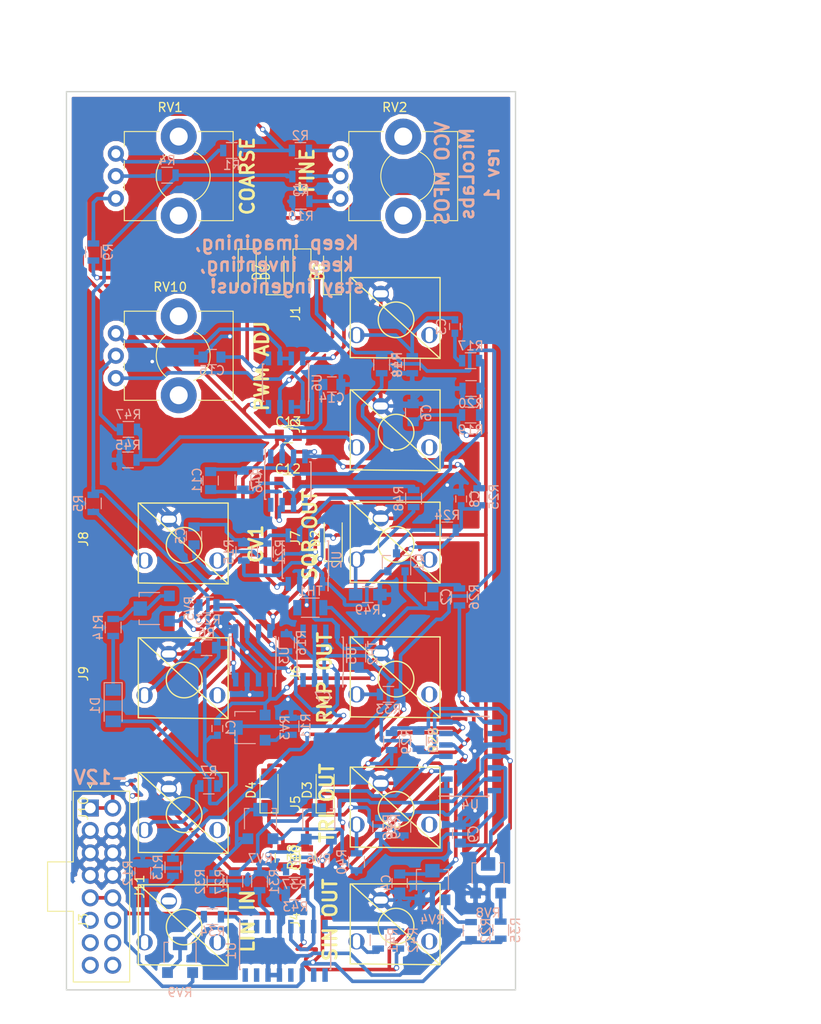
<source format=kicad_pcb>
(kicad_pcb (version 4) (host pcbnew 4.0.7)
  (layers (0 F.Cu signal) (31 B.Cu signal) (34 B.Paste user) (35 F.Paste user) (36 B.SilkS user) (37 F.SilkS user) (38 B.Mask user) (39 F.Mask user) (44 Edge.Cuts user))
  (net 0 "")
  (net 1 "Net-(C1-Pad1)")
  (net 2 "Net-(C1-Pad2)")
  (net 3 "Net-(C2-Pad1)")
  (net 4 RAW)
  (net 5 SYNC)
  (net 6 "Net-(C3-Pad2)")
  (net 7 "Net-(C4-Pad1)")
  (net 8 GND)
  (net 9 "Net-(C5-Pad1)")
  (net 10 "Net-(C5-Pad2)")
  (net 11 +12V)
  (net 12 "Net-(C7-Pad1)")
  (net 13 "Net-(C7-Pad2)")
  (net 14 "Net-(C8-Pad1)")
  (net 15 "Net-(C9-Pad1)")
  (net 16 "Net-(C10-Pad1)")
  (net 17 -12V)
  (net 18 "Net-(C11-Pad1)")
  (net 19 "Net-(C11-Pad2)")
  (net 20 "Net-(C14-Pad1)")
  (net 21 "Net-(C15-Pad2)")
  (net 22 "Net-(D1-Pad1)")
  (net 23 "Net-(D1-Pad2)")
  (net 24 "Net-(D3-Pad2)")
  (net 25 "Net-(D4-Pad2)")
  (net 26 "Net-(D6-Pad2)")
  (net 27 "Net-(D7-Pad2)")
  (net 28 PWM)
  (net 29 LIN)
  (net 30 "Net-(J3-Pad2)")
  (net 31 SIN)
  (net 32 TRI)
  (net 33 RMP)
  (net 34 SQR)
  (net 35 CV1)
  (net 36 CV2)
  (net 37 CV3)
  (net 38 "Net-(Q1-Pad3)")
  (net 39 "Net-(R1-Pad1)")
  (net 40 "Net-(R2-Pad1)")
  (net 41 "Net-(R3-Pad2)")
  (net 42 "Net-(R4-Pad2)")
  (net 43 "Net-(R9-Pad2)")
  (net 44 "Net-(R10-Pad2)")
  (net 45 "Net-(R11-Pad1)")
  (net 46 "Net-(R14-Pad1)")
  (net 47 "Net-(R16-Pad2)")
  (net 48 "Net-(R17-Pad1)")
  (net 49 "Net-(R22-Pad2)")
  (net 50 "Net-(R26-Pad1)")
  (net 51 "Net-(R27-Pad1)")
  (net 52 "Net-(R27-Pad2)")
  (net 53 "Net-(R29-Pad2)")
  (net 54 "Net-(R32-Pad1)")
  (net 55 "Net-(R34-Pad1)")
  (net 56 "Net-(R34-Pad2)")
  (net 57 "Net-(R35-Pad2)")
  (net 58 "Net-(R36-Pad1)")
  (net 59 "Net-(R37-Pad2)")
  (net 60 SINSHAPER)
  (net 61 "Net-(R41-Pad2)")
  (net 62 "Net-(R47-Pad2)")
  (net 63 "Net-(RV10-Pad3)")
  (net 64 "Net-(RV10-Pad1)")
  (net 65 "Net-(TH1-Pad1)")
  (net 66 "Net-(TH1-Pad2)")
  (net 67 "Net-(U1-Pad2)")
  (net 68 "Net-(U1-Pad9)")
  (net 69 "Net-(U1-Pad10)")
  (net 70 "Net-(U1-Pad12)")
  (net 71 "Net-(U1-Pad15)")
  (net 72 "Net-(U1-Pad16)")
  (net 73 "Net-(U4-Pad1)")
  (net 74 "Net-(U7-Pad1)")
  (net 75 "Net-(U7-Pad5)")
  (net 76 "Net-(U7-Pad8)")
  (net 77 "Net-(J11-Pad6)")
  (net 78 "Net-(J11-Pad7)")
  (net 79 "Net-(J11-Pad8)")
  (net 80 "Net-(J11-Pad14)")
  (net 81 "Net-(J11-Pad15)")
  (net 82 "Net-(J11-Pad16)")
  (module Potentiometers:Potentiometer_Trimmer-EVM3E (layer B.Cu) (at 162.65 126.45 180)
    (fp_text reference RV9 (at 0 -3.83 180) (layer B.SilkS) (effects (justify mirror)))
    (fp_text value 1M)
    (pad 1 smd rect (at -1.4 -1.62 180) (size 1.2 1.2) (layers B.Cu B.Paste B.Mask) (net 11 +12V))
    (pad 3 smd rect (at 1.4 -1.62 180) (size 1.2 1.2) (layers B.Cu B.Paste B.Mask) (net 55 "Net-(R34-Pad1)"))
    (pad 2 smd rect (at 0 1.62 180) (size 1.6 1.5) (layers B.Cu B.Paste B.Mask) (net 55 "Net-(R34-Pad1)"))
  )
  (module Housings_SOIC:SOIC-8_3.9x4.9mm_Pitch1.27mm (layer B.Cu) (at 178.25 92.8 90)
    (fp_text reference U5 (at 0 3.5 90) (layer B.SilkS) (effects (justify mirror)))
    (fp_text value SSM2210)
    (pad 1 smd rect (at -2.7 1.905 90) (size 1.55 0.6) (layers B.Cu B.Paste B.Mask) (net 12 "Net-(C7-Pad1)"))
    (pad 2 smd rect (at -2.7 0.635 90) (size 1.55 0.6) (layers B.Cu B.Paste B.Mask) (net 23 "Net-(D1-Pad2)"))
    (pad 3 smd rect (at -2.7 -0.635 90) (size 1.55 0.6) (layers B.Cu B.Paste B.Mask) (net 47 "Net-(R16-Pad2)"))
    (pad 4 smd rect (at -2.7 -1.905 90) (size 1.55 0.6) (layers B.Cu B.Paste B.Mask))
    (pad 5 smd rect (at 2.7 -1.905 90) (size 1.55 0.6) (layers B.Cu B.Paste B.Mask))
    (pad 6 smd rect (at 2.7 -0.635 90) (size 1.55 0.6) (layers B.Cu B.Paste B.Mask) (net 47 "Net-(R16-Pad2)"))
    (pad 7 smd rect (at 2.7 0.635 90) (size 1.55 0.6) (layers B.Cu B.Paste B.Mask) (net 8 GND))
    (pad 8 smd rect (at 2.7 1.905 90) (size 1.55 0.6) (layers B.Cu B.Paste B.Mask) (net 3 "Net-(C2-Pad1)"))
  )
  (module Potentiometers:Potentiometer_Alps_RK09K_Horizontal (layer F.Cu) (at 155.5 41.9)
    (fp_text reference RV1 (at 6.05 -10.15) (layer F.SilkS))
    (fp_text value 100K)
    (pad 3 thru_hole circle (at 0 -5) (size 1.8 1.8) (drill 1) (layers *.Cu *.Mask) (net 39 "Net-(R1-Pad1)"))
    (pad 2 thru_hole circle (at 0 -2.5) (size 1.8 1.8) (drill 1) (layers *.Cu *.Mask) (net 42 "Net-(R4-Pad2)"))
    (pad 1 thru_hole circle (at 0 0) (size 1.8 1.8) (drill 1) (layers *.Cu *.Mask) (net 43 "Net-(R9-Pad2)"))
    (pad 0 np_thru_hole circle (at 7 -6.9) (size 4 4) (drill 2) (layers *.Cu *.Mask))
    (pad 0 np_thru_hole circle (at 7 1.9) (size 4 4) (drill 2) (layers *.Cu *.Mask))
  )
  (module Potentiometers:Potentiometer_Alps_RK09K_Horizontal (layer F.Cu) (at 180.5 41.9)
    (fp_text reference RV2 (at 6.05 -10.15) (layer F.SilkS))
    (fp_text value 100K)
    (pad 3 thru_hole circle (at 0 -5) (size 1.8 1.8) (drill 1) (layers *.Cu *.Mask) (net 40 "Net-(R2-Pad1)"))
    (pad 2 thru_hole circle (at 0 -2.5) (size 1.8 1.8) (drill 1) (layers *.Cu *.Mask) (net 41 "Net-(R3-Pad2)"))
    (pad 1 thru_hole circle (at 0 0) (size 1.8 1.8) (drill 1) (layers *.Cu *.Mask) (net 44 "Net-(R10-Pad2)"))
    (pad 0 np_thru_hole circle (at 7 -6.9) (size 4 4) (drill 2) (layers *.Cu *.Mask))
    (pad 0 np_thru_hole circle (at 7 1.9) (size 4 4) (drill 2) (layers *.Cu *.Mask))
  )
  (module Potentiometers:Potentiometer_Alps_RK09K_Horizontal (layer F.Cu) (at 155.5 61.9)
    (fp_text reference RV10 (at 6.05 -10.15) (layer F.SilkS))
    (fp_text value 100K)
    (pad 3 thru_hole circle (at 0 -5) (size 1.8 1.8) (drill 1) (layers *.Cu *.Mask) (net 63 "Net-(RV10-Pad3)"))
    (pad 2 thru_hole circle (at 0 -2.5) (size 1.8 1.8) (drill 1) (layers *.Cu *.Mask) (net 62 "Net-(R47-Pad2)"))
    (pad 1 thru_hole circle (at 0 0) (size 1.8 1.8) (drill 1) (layers *.Cu *.Mask) (net 64 "Net-(RV10-Pad1)"))
    (pad 0 np_thru_hole circle (at 7 -6.9) (size 4 4) (drill 2) (layers *.Cu *.Mask))
    (pad 0 np_thru_hole circle (at 7 1.9) (size 4 4) (drill 2) (layers *.Cu *.Mask))
  )
  (module customfootprints:audio_jack_3.5mm_schurter (layer F.Cu) (at 183.1 67.2 270)
    (fp_text reference J2 (at 0 7.6 270) (layer F.SilkS))
    (fp_text value Audio-Jack-2)
    (pad 1 thru_hole circle (at 2.4 0.8) (size 1.8 1.8) (drill oval 0.8 1.55) (layers *.Cu *.Mask) (net 28 PWM))
    (pad 3 thru_hole circle (at 2.4 -7.3) (size 1.8 1.8) (drill oval 0.8 1.55) (layers *.Cu *.Mask))
    (pad 2 thru_hole circle (at -2.2 -1.9 270) (size 1.8 1.8) (drill oval 0.8 1.55) (layers *.Cu *.Mask) (net 8 GND))
  )
  (module Connectors_Molex:Molex_NanoFit_2x08x2.50mm_Straight (layer F.Cu) (at 152.65 109.75 270)
    (fp_text reference J11 (at 8.75 -5.5 270) (layer F.SilkS))
    (fp_text value Conn_02x08_Top_Bottom)
    (pad 1 thru_hole rect (at 0 0 270) (size 1.9 1.9) (drill 1.2) (layers *.Cu *.Mask) (net 17 -12V))
    (pad 2 thru_hole circle (at 2.5 0 270) (size 1.9 1.9) (drill 1.2) (layers *.Cu *.Mask) (net 8 GND))
    (pad 3 thru_hole circle (at 5 0 270) (size 1.9 1.9) (drill 1.2) (layers *.Cu *.Mask) (net 8 GND))
    (pad 4 thru_hole circle (at 7.5 0 270) (size 1.9 1.9) (drill 1.2) (layers *.Cu *.Mask) (net 8 GND))
    (pad 5 thru_hole circle (at 10 0 270) (size 1.9 1.9) (drill 1.2) (layers *.Cu *.Mask) (net 11 +12V))
    (pad 6 thru_hole circle (at 12.5 0 270) (size 1.9 1.9) (drill 1.2) (layers *.Cu *.Mask) (net 77 "Net-(J11-Pad6)"))
    (pad 7 thru_hole circle (at 15 0 270) (size 1.9 1.9) (drill 1.2) (layers *.Cu *.Mask) (net 78 "Net-(J11-Pad7)"))
    (pad 8 thru_hole circle (at 17.5 0 270) (size 1.9 1.9) (drill 1.2) (layers *.Cu *.Mask) (net 79 "Net-(J11-Pad8)"))
    (pad 9 thru_hole circle (at 0 -2.5 270) (size 1.9 1.9) (drill 1.2) (layers *.Cu *.Mask) (net 17 -12V))
    (pad 10 thru_hole circle (at 2.5 -2.5 270) (size 1.9 1.9) (drill 1.2) (layers *.Cu *.Mask) (net 8 GND))
    (pad 11 thru_hole circle (at 5 -2.5 270) (size 1.9 1.9) (drill 1.2) (layers *.Cu *.Mask) (net 8 GND))
    (pad 12 thru_hole circle (at 7.5 -2.5 270) (size 1.9 1.9) (drill 1.2) (layers *.Cu *.Mask) (net 8 GND))
    (pad 13 thru_hole circle (at 10 -2.5 270) (size 1.9 1.9) (drill 1.2) (layers *.Cu *.Mask) (net 11 +12V))
    (pad 14 thru_hole circle (at 12.5 -2.5 270) (size 1.9 1.9) (drill 1.2) (layers *.Cu *.Mask) (net 80 "Net-(J11-Pad14)"))
    (pad 15 thru_hole circle (at 15 -2.5 270) (size 1.9 1.9) (drill 1.2) (layers *.Cu *.Mask) (net 81 "Net-(J11-Pad15)"))
    (pad 16 thru_hole circle (at 17.5 -2.5 270) (size 1.9 1.9) (drill 1.2) (layers *.Cu *.Mask) (net 82 "Net-(J11-Pad16)"))
    (pad "" np_thru_hole circle (at 8.75 1.34 270) (size 1.3 1.3) (drill 1.3) (layers *.Cu *.Mask))
  )
  (module customfootprints:audio_jack_3.5mm_schurter (layer F.Cu) (at 183.1 54.7 270)
    (fp_text reference J1 (at 0 7.6 270) (layer F.SilkS))
    (fp_text value Audio-Jack-2)
    (pad 1 thru_hole circle (at 2.4 0.8) (size 1.8 1.8) (drill oval 0.8 1.55) (layers *.Cu *.Mask) (net 5 SYNC))
    (pad 3 thru_hole circle (at 2.4 -7.3) (size 1.8 1.8) (drill oval 0.8 1.55) (layers *.Cu *.Mask))
    (pad 2 thru_hole circle (at -2.2 -1.9 270) (size 1.8 1.8) (drill oval 0.8 1.55) (layers *.Cu *.Mask) (net 8 GND))
  )
  (module customfootprints:audio_jack_3.5mm_schurter (layer F.Cu) (at 183.1 79.7 270)
    (fp_text reference J7 (at 0 7.6 270) (layer F.SilkS))
    (fp_text value Audio-Jack-2)
    (pad 1 thru_hole circle (at 2.4 0.8) (size 1.8 1.8) (drill oval 0.8 1.55) (layers *.Cu *.Mask) (net 34 SQR))
    (pad 3 thru_hole circle (at 2.4 -7.3) (size 1.8 1.8) (drill oval 0.8 1.55) (layers *.Cu *.Mask))
    (pad 2 thru_hole circle (at -2.2 -1.9 270) (size 1.8 1.8) (drill oval 0.8 1.55) (layers *.Cu *.Mask) (net 8 GND))
  )
  (module customfootprints:audio_jack_3.5mm_schurter (layer F.Cu) (at 183.1 94.7 270)
    (fp_text reference J6 (at 0 7.6 270) (layer F.SilkS))
    (fp_text value Audio-Jack-2)
    (pad 1 thru_hole circle (at 2.4 0.8) (size 1.8 1.8) (drill oval 0.8 1.55) (layers *.Cu *.Mask) (net 33 RMP))
    (pad 3 thru_hole circle (at 2.4 -7.3) (size 1.8 1.8) (drill oval 0.8 1.55) (layers *.Cu *.Mask))
    (pad 2 thru_hole circle (at -2.2 -1.9 270) (size 1.8 1.8) (drill oval 0.8 1.55) (layers *.Cu *.Mask) (net 8 GND))
  )
  (module customfootprints:audio_jack_3.5mm_schurter (layer F.Cu) (at 183.1 109.2 270)
    (fp_text reference J5 (at 0 7.6 270) (layer F.SilkS))
    (fp_text value Audio-Jack-2)
    (pad 1 thru_hole circle (at 2.4 0.8) (size 1.8 1.8) (drill oval 0.8 1.55) (layers *.Cu *.Mask) (net 32 TRI))
    (pad 3 thru_hole circle (at 2.4 -7.3) (size 1.8 1.8) (drill oval 0.8 1.55) (layers *.Cu *.Mask))
    (pad 2 thru_hole circle (at -2.2 -1.9 270) (size 1.8 1.8) (drill oval 0.8 1.55) (layers *.Cu *.Mask) (net 8 GND))
  )
  (module customfootprints:audio_jack_3.5mm_schurter (layer F.Cu) (at 183.1 122.2 270)
    (fp_text reference J4 (at 0 7.6 270) (layer F.SilkS))
    (fp_text value Audio-Jack-2)
    (pad 1 thru_hole circle (at 2.4 0.8) (size 1.8 1.8) (drill oval 0.8 1.55) (layers *.Cu *.Mask) (net 31 SIN))
    (pad 3 thru_hole circle (at 2.4 -7.3) (size 1.8 1.8) (drill oval 0.8 1.55) (layers *.Cu *.Mask))
    (pad 2 thru_hole circle (at -2.2 -1.9 270) (size 1.8 1.8) (drill oval 0.8 1.55) (layers *.Cu *.Mask) (net 8 GND))
  )
  (module customfootprints:audio_jack_3.5mm_schurter (layer F.Cu) (at 159.5 122.3 270)
    (fp_text reference J3 (at 0 7.6 270) (layer F.SilkS))
    (fp_text value Audio-Jack-2)
    (pad 1 thru_hole circle (at 2.4 0.8) (size 1.8 1.8) (drill oval 0.8 1.55) (layers *.Cu *.Mask) (net 29 LIN))
    (pad 3 thru_hole circle (at 2.4 -7.3) (size 1.8 1.8) (drill oval 0.8 1.55) (layers *.Cu *.Mask))
    (pad 2 thru_hole circle (at -2.2 -1.9 270) (size 1.8 1.8) (drill oval 0.8 1.55) (layers *.Cu *.Mask) (net 30 "Net-(J3-Pad2)"))
  )
  (module customfootprints:audio_jack_3.5mm_schurter (layer F.Cu) (at 159.5 109.8 270)
    (fp_text reference J10 (at 0 7.6 270) (layer F.SilkS))
    (fp_text value Audio-Jack-2)
    (pad 1 thru_hole circle (at 2.4 0.8) (size 1.8 1.8) (drill oval 0.8 1.55) (layers *.Cu *.Mask) (net 37 CV3))
    (pad 3 thru_hole circle (at 2.4 -7.3) (size 1.8 1.8) (drill oval 0.8 1.55) (layers *.Cu *.Mask))
    (pad 2 thru_hole circle (at -2.2 -1.9 270) (size 1.8 1.8) (drill oval 0.8 1.55) (layers *.Cu *.Mask) (net 8 GND))
  )
  (module customfootprints:audio_jack_3.5mm_schurter (layer F.Cu) (at 159.5 94.8 270)
    (fp_text reference J9 (at 0 7.6 270) (layer F.SilkS))
    (fp_text value Audio-Jack-2)
    (pad 1 thru_hole circle (at 2.4 0.8) (size 1.8 1.8) (drill oval 0.8 1.55) (layers *.Cu *.Mask) (net 36 CV2))
    (pad 3 thru_hole circle (at 2.4 -7.3) (size 1.8 1.8) (drill oval 0.8 1.55) (layers *.Cu *.Mask))
    (pad 2 thru_hole circle (at -2.2 -1.9 270) (size 1.8 1.8) (drill oval 0.8 1.55) (layers *.Cu *.Mask) (net 8 GND))
  )
  (module customfootprints:audio_jack_3.5mm_schurter (layer F.Cu) (at 159.5 79.8 270)
    (fp_text reference J8 (at 0 7.6 270) (layer F.SilkS))
    (fp_text value Audio-Jack-2)
    (pad 1 thru_hole circle (at 2.4 0.8) (size 1.8 1.8) (drill oval 0.8 1.55) (layers *.Cu *.Mask) (net 35 CV1))
    (pad 3 thru_hole circle (at 2.4 -7.3) (size 1.8 1.8) (drill oval 0.8 1.55) (layers *.Cu *.Mask))
    (pad 2 thru_hole circle (at -2.2 -1.9 270) (size 1.8 1.8) (drill oval 0.8 1.55) (layers *.Cu *.Mask) (net 8 GND))
  )
  (module TO_SOT_Packages_SMD:SOT-23 (layer B.Cu) (at 186.75 82.4 90)
    (fp_text reference Q1 (at 0 2.5 90) (layer B.SilkS) (effects (justify mirror)))
    (fp_text value Q_NJFET_DSG)
    (pad 1 smd rect (at -1 0.95 90) (size 0.9 0.8) (layers B.Cu B.Paste B.Mask) (net 3 "Net-(C2-Pad1)"))
    (pad 2 smd rect (at -1 -0.95 90) (size 0.9 0.8) (layers B.Cu B.Paste B.Mask) (net 4 RAW))
    (pad 3 smd rect (at 1 0 90) (size 0.9 0.8) (layers B.Cu B.Paste B.Mask) (net 38 "Net-(Q1-Pad3)"))
  )
  (module Resistors_SMD:R_0805_HandSoldering (layer B.Cu) (at 183.55 86)
    (fp_text reference R49 (at 0 1.7) (layer B.SilkS) (effects (justify mirror)))
    (fp_text value 3K)
    (pad 1 smd rect (at -1.35 0) (size 1.5 1.3) (layers B.Cu B.Paste B.Mask) (net 34 SQR))
    (pad 2 smd rect (at 1.35 0) (size 1.5 1.3) (layers B.Cu B.Paste B.Mask) (net 8 GND))
  )
  (module Housings_SOIC:SOIC-16_3.9x9.9mm_Pitch1.27mm (layer B.Cu) (at 174.35 125.65 270)
    (fp_text reference U1 (at 0 6 270) (layer B.SilkS) (effects (justify mirror)))
    (fp_text value LM13700)
    (pad 1 smd rect (at -2.7 4.445 270) (size 1.5 0.6) (layers B.Cu B.Paste B.Mask) (net 56 "Net-(R34-Pad2)"))
    (pad 2 smd rect (at -2.7 3.175 270) (size 1.5 0.6) (layers B.Cu B.Paste B.Mask) (net 67 "Net-(U1-Pad2)"))
    (pad 3 smd rect (at -2.7 1.905 270) (size 1.5 0.6) (layers B.Cu B.Paste B.Mask) (net 52 "Net-(R27-Pad2)"))
    (pad 4 smd rect (at -2.7 0.635 270) (size 1.5 0.6) (layers B.Cu B.Paste B.Mask) (net 8 GND))
    (pad 5 smd rect (at -2.7 -0.635 270) (size 1.5 0.6) (layers B.Cu B.Paste B.Mask) (net 59 "Net-(R37-Pad2)"))
    (pad 6 smd rect (at -2.7 -1.905 270) (size 1.5 0.6) (layers B.Cu B.Paste B.Mask) (net 17 -12V))
    (pad 7 smd rect (at -2.7 -3.175 270) (size 1.5 0.6) (layers B.Cu B.Paste B.Mask) (net 59 "Net-(R37-Pad2)"))
    (pad 8 smd rect (at -2.7 -4.445 270) (size 1.5 0.6) (layers B.Cu B.Paste B.Mask) (net 61 "Net-(R41-Pad2)"))
    (pad 9 smd rect (at 2.7 -4.445 270) (size 1.5 0.6) (layers B.Cu B.Paste B.Mask) (net 68 "Net-(U1-Pad9)"))
    (pad 10 smd rect (at 2.7 -3.175 270) (size 1.5 0.6) (layers B.Cu B.Paste B.Mask) (net 69 "Net-(U1-Pad10)"))
    (pad 11 smd rect (at 2.7 -1.905 270) (size 1.5 0.6) (layers B.Cu B.Paste B.Mask) (net 11 +12V))
    (pad 12 smd rect (at 2.7 -0.635 270) (size 1.5 0.6) (layers B.Cu B.Paste B.Mask) (net 70 "Net-(U1-Pad12)"))
    (pad 13 smd rect (at 2.7 0.635 270) (size 1.5 0.6) (layers B.Cu B.Paste B.Mask) (net 8 GND))
    (pad 14 smd rect (at 2.7 1.905 270) (size 1.5 0.6) (layers B.Cu B.Paste B.Mask) (net 8 GND))
    (pad 15 smd rect (at 2.7 3.175 270) (size 1.5 0.6) (layers B.Cu B.Paste B.Mask) (net 71 "Net-(U1-Pad15)"))
    (pad 16 smd rect (at 2.7 4.445 270) (size 1.5 0.6) (layers B.Cu B.Paste B.Mask) (net 72 "Net-(U1-Pad16)"))
  )
  (module Housings_SOIC:SOIC-8_3.9x4.9mm_Pitch1.27mm (layer B.Cu) (at 176.6 82.1 90)
    (fp_text reference U2 (at 0 3.5 90) (layer B.SilkS) (effects (justify mirror)))
    (fp_text value TL072)
    (pad 1 smd rect (at -2.7 1.905 90) (size 1.55 0.6) (layers B.Cu B.Paste B.Mask) (net 4 RAW))
    (pad 2 smd rect (at -2.7 0.635 90) (size 1.55 0.6) (layers B.Cu B.Paste B.Mask) (net 3 "Net-(C2-Pad1)"))
    (pad 3 smd rect (at -2.7 -0.635 90) (size 1.55 0.6) (layers B.Cu B.Paste B.Mask) (net 8 GND))
    (pad 4 smd rect (at -2.7 -1.905 90) (size 1.55 0.6) (layers B.Cu B.Paste B.Mask) (net 17 -12V))
    (pad 5 smd rect (at 2.7 -1.905 90) (size 1.55 0.6) (layers B.Cu B.Paste B.Mask) (net 9 "Net-(C5-Pad1)"))
    (pad 6 smd rect (at 2.7 -0.635 90) (size 1.55 0.6) (layers B.Cu B.Paste B.Mask) (net 48 "Net-(R17-Pad1)"))
    (pad 7 smd rect (at 2.7 0.635 90) (size 1.55 0.6) (layers B.Cu B.Paste B.Mask) (net 10 "Net-(C5-Pad2)"))
    (pad 8 smd rect (at 2.7 1.905 90) (size 1.55 0.6) (layers B.Cu B.Paste B.Mask) (net 11 +12V))
  )
  (module Housings_SOIC:SOIC-8_3.9x4.9mm_Pitch1.27mm (layer B.Cu) (at 170.75 92.75 90)
    (fp_text reference U3 (at 0 3.5 90) (layer B.SilkS) (effects (justify mirror)))
    (fp_text value OP275)
    (pad 1 smd rect (at -2.7 1.905 90) (size 1.55 0.6) (layers B.Cu B.Paste B.Mask) (net 2 "Net-(C1-Pad2)"))
    (pad 2 smd rect (at -2.7 0.635 90) (size 1.55 0.6) (layers B.Cu B.Paste B.Mask) (net 1 "Net-(C1-Pad1)"))
    (pad 3 smd rect (at -2.7 -0.635 90) (size 1.55 0.6) (layers B.Cu B.Paste B.Mask) (net 8 GND))
    (pad 4 smd rect (at -2.7 -1.905 90) (size 1.55 0.6) (layers B.Cu B.Paste B.Mask) (net 17 -12V))
    (pad 5 smd rect (at 2.7 -1.905 90) (size 1.55 0.6) (layers B.Cu B.Paste B.Mask) (net 8 GND))
    (pad 6 smd rect (at 2.7 -0.635 90) (size 1.55 0.6) (layers B.Cu B.Paste B.Mask) (net 12 "Net-(C7-Pad1)"))
    (pad 7 smd rect (at 2.7 0.635 90) (size 1.55 0.6) (layers B.Cu B.Paste B.Mask) (net 13 "Net-(C7-Pad2)"))
    (pad 8 smd rect (at 2.7 1.905 90) (size 1.55 0.6) (layers B.Cu B.Paste B.Mask) (net 11 +12V))
  )
  (module Housings_SOIC:SOIC-14_3.9x8.7mm_Pitch1.27mm (layer B.Cu) (at 194.95 104)
    (fp_text reference U4 (at 0 5.375) (layer B.SilkS) (effects (justify mirror)))
    (fp_text value TL074)
    (pad 1 smd rect (at -2.7 3.81) (size 1.5 0.6) (layers B.Cu B.Paste B.Mask) (net 73 "Net-(U4-Pad1)"))
    (pad 2 smd rect (at -2.7 2.54) (size 1.5 0.6) (layers B.Cu B.Paste B.Mask) (net 73 "Net-(U4-Pad1)"))
    (pad 3 smd rect (at -2.7 1.27) (size 1.5 0.6) (layers B.Cu B.Paste B.Mask) (net 8 GND))
    (pad 4 smd rect (at -2.7 0) (size 1.5 0.6) (layers B.Cu B.Paste B.Mask) (net 11 +12V))
    (pad 5 smd rect (at -2.7 -1.27) (size 1.5 0.6) (layers B.Cu B.Paste B.Mask) (net 7 "Net-(C4-Pad1)"))
    (pad 6 smd rect (at -2.7 -2.54) (size 1.5 0.6) (layers B.Cu B.Paste B.Mask) (net 50 "Net-(R26-Pad1)"))
    (pad 7 smd rect (at -2.7 -3.81) (size 1.5 0.6) (layers B.Cu B.Paste B.Mask) (net 25 "Net-(D4-Pad2)"))
    (pad 8 smd rect (at 2.7 -3.81) (size 1.5 0.6) (layers B.Cu B.Paste B.Mask) (net 24 "Net-(D3-Pad2)"))
    (pad 9 smd rect (at 2.7 -2.54) (size 1.5 0.6) (layers B.Cu B.Paste B.Mask) (net 53 "Net-(R29-Pad2)"))
    (pad 10 smd rect (at 2.7 -1.27) (size 1.5 0.6) (layers B.Cu B.Paste B.Mask) (net 8 GND))
    (pad 11 smd rect (at 2.7 0) (size 1.5 0.6) (layers B.Cu B.Paste B.Mask) (net 17 -12V))
    (pad 12 smd rect (at 2.7 1.27) (size 1.5 0.6) (layers B.Cu B.Paste B.Mask) (net 15 "Net-(C9-Pad1)"))
    (pad 13 smd rect (at 2.7 2.54) (size 1.5 0.6) (layers B.Cu B.Paste B.Mask) (net 58 "Net-(R36-Pad1)"))
    (pad 14 smd rect (at 2.7 3.81) (size 1.5 0.6) (layers B.Cu B.Paste B.Mask) (net 60 SINSHAPER))
  )
  (module Housings_SOIC:SOIC-8_3.9x4.9mm_Pitch1.27mm (layer B.Cu) (at 174.4 62.4 90)
    (fp_text reference U6 (at 0 3.5 90) (layer B.SilkS) (effects (justify mirror)))
    (fp_text value TL072)
    (pad 1 smd rect (at -2.7 1.905 90) (size 1.55 0.6) (layers B.Cu B.Paste B.Mask) (net 64 "Net-(RV10-Pad1)"))
    (pad 2 smd rect (at -2.7 0.635 90) (size 1.55 0.6) (layers B.Cu B.Paste B.Mask) (net 64 "Net-(RV10-Pad1)"))
    (pad 3 smd rect (at -2.7 -0.635 90) (size 1.55 0.6) (layers B.Cu B.Paste B.Mask) (net 20 "Net-(C14-Pad1)"))
    (pad 4 smd rect (at -2.7 -1.905 90) (size 1.55 0.6) (layers B.Cu B.Paste B.Mask) (net 17 -12V))
    (pad 5 smd rect (at 2.7 -1.905 90) (size 1.55 0.6) (layers B.Cu B.Paste B.Mask) (net 21 "Net-(C15-Pad2)"))
    (pad 6 smd rect (at 2.7 -0.635 90) (size 1.55 0.6) (layers B.Cu B.Paste B.Mask) (net 63 "Net-(RV10-Pad3)"))
    (pad 7 smd rect (at 2.7 0.635 90) (size 1.55 0.6) (layers B.Cu B.Paste B.Mask) (net 63 "Net-(RV10-Pad3)"))
    (pad 8 smd rect (at 2.7 1.905 90) (size 1.55 0.6) (layers B.Cu B.Paste B.Mask) (net 11 +12V))
  )
  (module Housings_SOIC:SOIC-8_3.9x4.9mm_Pitch1.27mm (layer B.Cu) (at 174.65 73.3 270)
    (fp_text reference U7 (at 0 3.5 270) (layer B.SilkS) (effects (justify mirror)))
    (fp_text value TL071)
    (pad 1 smd rect (at -2.7 1.905 270) (size 1.55 0.6) (layers B.Cu B.Paste B.Mask) (net 74 "Net-(U7-Pad1)"))
    (pad 2 smd rect (at -2.7 0.635 270) (size 1.55 0.6) (layers B.Cu B.Paste B.Mask) (net 28 PWM))
    (pad 3 smd rect (at -2.7 -0.635 270) (size 1.55 0.6) (layers B.Cu B.Paste B.Mask) (net 18 "Net-(C11-Pad1)"))
    (pad 4 smd rect (at -2.7 -1.905 270) (size 1.55 0.6) (layers B.Cu B.Paste B.Mask) (net 17 -12V))
    (pad 5 smd rect (at 2.7 -1.905 270) (size 1.55 0.6) (layers B.Cu B.Paste B.Mask) (net 75 "Net-(U7-Pad5)"))
    (pad 6 smd rect (at 2.7 -0.635 270) (size 1.55 0.6) (layers B.Cu B.Paste B.Mask) (net 19 "Net-(C11-Pad2)"))
    (pad 7 smd rect (at 2.7 0.635 270) (size 1.55 0.6) (layers B.Cu B.Paste B.Mask) (net 11 +12V))
    (pad 8 smd rect (at 2.7 1.905 270) (size 1.55 0.6) (layers B.Cu B.Paste B.Mask) (net 76 "Net-(U7-Pad8)"))
  )
  (module Capacitors_SMD:C_0603 (layer B.Cu) (at 166.8 100.9 90)
    (fp_text reference C1 (at 0 1.5 90) (layer B.SilkS) (effects (justify mirror)))
    (fp_text value 100pF)
    (pad 2 smd rect (at 0.75 0 90) (size 0.8 0.75) (layers B.Cu B.Paste B.Mask) (net 2 "Net-(C1-Pad2)"))
    (pad 1 smd rect (at -0.75 0 90) (size 0.8 0.75) (layers B.Cu B.Paste B.Mask) (net 1 "Net-(C1-Pad1)"))
  )
  (module Capacitors_SMD:C_0805 (layer B.Cu) (at 190.8 86.25 90)
    (fp_text reference C2 (at 0 1.5 90) (layer B.SilkS) (effects (justify mirror)))
    (fp_text value .005uF)
    (pad 1 smd rect (at -1 0 90) (size 1 1.25) (layers B.Cu B.Paste B.Mask) (net 3 "Net-(C2-Pad1)"))
    (pad 2 smd rect (at 1 0 90) (size 1 1.25) (layers B.Cu B.Paste B.Mask) (net 4 RAW))
  )
  (module Capacitors_SMD:C_0603 (layer B.Cu) (at 193.25 56.15 270)
    (fp_text reference C3 (at 0 1.5 270) (layer B.SilkS) (effects (justify mirror)))
    (fp_text value .001uF)
    (pad 2 smd rect (at 0.75 0 270) (size 0.8 0.75) (layers B.Cu B.Paste B.Mask) (net 6 "Net-(C3-Pad2)"))
    (pad 1 smd rect (at -0.75 0 270) (size 0.8 0.75) (layers B.Cu B.Paste B.Mask) (net 5 SYNC))
  )
  (module Capacitors_SMD:C_0805 (layer B.Cu) (at 187.1 118.1 270)
    (fp_text reference C4 (at 0 1.5 270) (layer B.SilkS) (effects (justify mirror)))
    (fp_text value .1uF)
    (pad 1 smd rect (at -1 0 270) (size 1 1.25) (layers B.Cu B.Paste B.Mask) (net 7 "Net-(C4-Pad1)"))
    (pad 2 smd rect (at 1 0 270) (size 1 1.25) (layers B.Cu B.Paste B.Mask) (net 8 GND))
  )
  (module Capacitors_SMD:C_0805 (layer B.Cu) (at 164.2 79.45 270)
    (fp_text reference C5 (at 0 1.5 270) (layer B.SilkS) (effects (justify mirror)))
    (fp_text value 4.7pF)
    (pad 1 smd rect (at -1 0 270) (size 1 1.25) (layers B.Cu B.Paste B.Mask) (net 9 "Net-(C5-Pad1)"))
    (pad 2 smd rect (at 1 0 270) (size 1 1.25) (layers B.Cu B.Paste B.Mask) (net 10 "Net-(C5-Pad2)"))
  )
  (module Capacitors_SMD:C_0805 (layer B.Cu) (at 188.6 65.75 90)
    (fp_text reference C6 (at 0 1.5 90) (layer B.SilkS) (effects (justify mirror)))
    (fp_text value .1uF)
    (pad 1 smd rect (at -1 0 90) (size 1 1.25) (layers B.Cu B.Paste B.Mask) (net 11 +12V))
    (pad 2 smd rect (at 1 0 90) (size 1 1.25) (layers B.Cu B.Paste B.Mask) (net 8 GND))
  )
  (module Capacitors_SMD:C_0603 (layer B.Cu) (at 178.55 98.9 180)
    (fp_text reference C7 (at 0 1.5 180) (layer B.SilkS) (effects (justify mirror)))
    (fp_text value 100pF)
    (pad 2 smd rect (at 0.75 0 180) (size 0.8 0.75) (layers B.Cu B.Paste B.Mask) (net 13 "Net-(C7-Pad2)"))
    (pad 1 smd rect (at -0.75 0 180) (size 0.8 0.75) (layers B.Cu B.Paste B.Mask) (net 12 "Net-(C7-Pad1)"))
  )
  (module Capacitors_SMD:C_0603 (layer B.Cu) (at 193.95 75.35 90)
    (fp_text reference C8 (at 0 1.5 90) (layer B.SilkS) (effects (justify mirror)))
    (fp_text value 100pF)
    (pad 2 smd rect (at 0.75 0 90) (size 0.8 0.75) (layers B.Cu B.Paste B.Mask) (net 8 GND))
    (pad 1 smd rect (at -0.75 0 90) (size 0.8 0.75) (layers B.Cu B.Paste B.Mask) (net 14 "Net-(C8-Pad1)"))
  )
  (module Capacitors_SMD:C_0805 (layer B.Cu) (at 193.85 112.65 90)
    (fp_text reference C9 (at 0 1.5 90) (layer B.SilkS) (effects (justify mirror)))
    (fp_text value .1uF)
    (pad 1 smd rect (at -1 0 90) (size 1 1.25) (layers B.Cu B.Paste B.Mask) (net 15 "Net-(C9-Pad1)"))
    (pad 2 smd rect (at 1 0 90) (size 1 1.25) (layers B.Cu B.Paste B.Mask) (net 8 GND))
  )
  (module Capacitors_SMD:C_0805 (layer F.Cu) (at 174.1 115.3 270)
    (fp_text reference C10 (at 0 -1.5 270) (layer F.SilkS))
    (fp_text value .002uF)
    (pad 1 smd rect (at -1 0 270) (size 1 1.25) (layers F.Cu F.Paste F.Mask) (net 16 "Net-(C10-Pad1)"))
    (pad 2 smd rect (at 1 0 270) (size 1 1.25) (layers F.Cu F.Paste F.Mask) (net 17 -12V))
  )
  (module Capacitors_SMD:C_0805 (layer B.Cu) (at 166.05 73.3 270)
    (fp_text reference C11 (at 0 1.5 270) (layer B.SilkS) (effects (justify mirror)))
    (fp_text value 10pF)
    (pad 1 smd rect (at -1 0 270) (size 1 1.25) (layers B.Cu B.Paste B.Mask) (net 18 "Net-(C11-Pad1)"))
    (pad 2 smd rect (at 1 0 270) (size 1 1.25) (layers B.Cu B.Paste B.Mask) (net 19 "Net-(C11-Pad2)"))
  )
  (module Capacitors_SMD:C_0805 (layer F.Cu) (at 174.65 73.5)
    (fp_text reference C12 (at 0 -1.5) (layer F.SilkS))
    (fp_text value .1uF)
    (pad 1 smd rect (at -1 0) (size 1 1.25) (layers F.Cu F.Paste F.Mask) (net 11 +12V))
    (pad 2 smd rect (at 1 0) (size 1 1.25) (layers F.Cu F.Paste F.Mask) (net 8 GND))
  )
  (module Capacitors_SMD:C_0805 (layer F.Cu) (at 174.7 68.25)
    (fp_text reference C13 (at 0 -1.5) (layer F.SilkS))
    (fp_text value .1uF)
    (pad 1 smd rect (at -1 0) (size 1 1.25) (layers F.Cu F.Paste F.Mask) (net 17 -12V))
    (pad 2 smd rect (at 1 0) (size 1 1.25) (layers F.Cu F.Paste F.Mask) (net 8 GND))
  )
  (module Capacitors_SMD:C_0805 (layer B.Cu) (at 179.55 62.6)
    (fp_text reference C14 (at 0 1.5) (layer B.SilkS) (effects (justify mirror)))
    (fp_text value 1uF)
    (pad 1 smd rect (at -1 0) (size 1 1.25) (layers B.Cu B.Paste B.Mask) (net 20 "Net-(C14-Pad1)"))
    (pad 2 smd rect (at 1 0) (size 1 1.25) (layers B.Cu B.Paste B.Mask) (net 8 GND))
  )
  (module Capacitors_SMD:C_0805 (layer B.Cu) (at 166.2 59.55)
    (fp_text reference C15 (at 0 1.5) (layer B.SilkS) (effects (justify mirror)))
    (fp_text value 1uF)
    (pad 1 smd rect (at -1 0) (size 1 1.25) (layers B.Cu B.Paste B.Mask) (net 8 GND))
    (pad 2 smd rect (at 1 0) (size 1 1.25) (layers B.Cu B.Paste B.Mask) (net 21 "Net-(C15-Pad2)"))
  )
  (module Diodes_SMD:D_MiniMELF (layer B.Cu) (at 155.2 98.35 270)
    (fp_text reference D1 (at 0 2 270) (layer B.SilkS) (effects (justify mirror)))
    (fp_text value D)
    (pad 1 smd rect (at -1.75 0 270) (size 1.3 1.7) (layers B.Cu B.Paste B.Mask) (net 22 "Net-(D1-Pad1)"))
    (pad 2 smd rect (at 1.75 0 270) (size 1.3 1.7) (layers B.Cu B.Paste B.Mask) (net 23 "Net-(D1-Pad2)"))
  )
  (module Diodes_SMD:D_MiniMELF (layer F.Cu) (at 179.7 79.75 90)
    (fp_text reference D2 (at 0 -2 90) (layer F.SilkS))
    (fp_text value D)
    (pad 1 smd rect (at -1.75 0 90) (size 1.3 1.7) (layers F.Cu F.Paste F.Mask) (net 14 "Net-(C8-Pad1)"))
    (pad 2 smd rect (at 1.75 0 90) (size 1.3 1.7) (layers F.Cu F.Paste F.Mask) (net 10 "Net-(C5-Pad2)"))
  )
  (module Diodes_SMD:D_MiniMELF (layer F.Cu) (at 178.8 107.75 90)
    (fp_text reference D3 (at 0 -2 90) (layer F.SilkS))
    (fp_text value D)
    (pad 1 smd rect (at -1.75 0 90) (size 1.3 1.7) (layers F.Cu F.Paste F.Mask) (net 16 "Net-(C10-Pad1)"))
    (pad 2 smd rect (at 1.75 0 90) (size 1.3 1.7) (layers F.Cu F.Paste F.Mask) (net 24 "Net-(D3-Pad2)"))
  )
  (module Diodes_SMD:D_MiniMELF (layer F.Cu) (at 172.55 107.75 90)
    (fp_text reference D4 (at 0 -2 90) (layer F.SilkS))
    (fp_text value D)
    (pad 1 smd rect (at -1.75 0 90) (size 1.3 1.7) (layers F.Cu F.Paste F.Mask) (net 16 "Net-(C10-Pad1)"))
    (pad 2 smd rect (at 1.75 0 90) (size 1.3 1.7) (layers F.Cu F.Paste F.Mask) (net 25 "Net-(D4-Pad2)"))
  )
  (module Diodes_SMD:D_MiniMELF (layer F.Cu) (at 179.6228 50.05 90)
    (fp_text reference D5 (at 0 -2 90) (layer F.SilkS))
    (fp_text value D)
    (pad 1 smd rect (at -1.75 0 90) (size 1.3 1.7) (layers F.Cu F.Paste F.Mask) (net 20 "Net-(C14-Pad1)"))
    (pad 2 smd rect (at 1.75 0 90) (size 1.3 1.7) (layers F.Cu F.Paste F.Mask) (net 24 "Net-(D3-Pad2)"))
  )
  (module Diodes_SMD:D_MiniMELF (layer F.Cu) (at 176.2228 50.063274 270)
    (fp_text reference D6 (at 0 -2 270) (layer F.SilkS))
    (fp_text value D)
    (pad 1 smd rect (at -1.75 0 270) (size 1.3 1.7) (layers F.Cu F.Paste F.Mask) (net 24 "Net-(D3-Pad2)"))
    (pad 2 smd rect (at 1.75 0 270) (size 1.3 1.7) (layers F.Cu F.Paste F.Mask) (net 26 "Net-(D6-Pad2)"))
  )
  (module Diodes_SMD:D_MiniMELF (layer F.Cu) (at 173.2228 50.063274 90)
    (fp_text reference D7 (at 0 -2 90) (layer F.SilkS))
    (fp_text value D)
    (pad 1 smd rect (at -1.75 0 90) (size 1.3 1.7) (layers F.Cu F.Paste F.Mask) (net 26 "Net-(D6-Pad2)"))
    (pad 2 smd rect (at 1.75 0 90) (size 1.3 1.7) (layers F.Cu F.Paste F.Mask) (net 27 "Net-(D7-Pad2)"))
  )
  (module Diodes_SMD:D_MiniMELF (layer F.Cu) (at 170.1228 50.063274 270)
    (fp_text reference D8 (at 0 -2 270) (layer F.SilkS))
    (fp_text value D)
    (pad 1 smd rect (at -1.75 0 270) (size 1.3 1.7) (layers F.Cu F.Paste F.Mask) (net 27 "Net-(D7-Pad2)"))
    (pad 2 smd rect (at 1.75 0 270) (size 1.3 1.7) (layers F.Cu F.Paste F.Mask) (net 21 "Net-(C15-Pad2)"))
  )
  (module Resistors_SMD:R_0805 (layer B.Cu) (at 168.4 36.55)
    (fp_text reference R1 (at 0 1.65) (layer B.SilkS) (effects (justify mirror)))
    (fp_text value 10K)
    (pad 1 smd rect (at -0.95 0) (size 0.7 1.3) (layers B.Cu B.Paste B.Mask) (net 39 "Net-(R1-Pad1)"))
    (pad 2 smd rect (at 0.95 0) (size 0.7 1.3) (layers B.Cu B.Paste B.Mask) (net 17 -12V))
  )
  (module Resistors_SMD:R_0805 (layer B.Cu) (at 176.05 36.55 180)
    (fp_text reference R2 (at 0 1.65 180) (layer B.SilkS) (effects (justify mirror)))
    (fp_text value 200K)
    (pad 1 smd rect (at -0.95 0 180) (size 0.7 1.3) (layers B.Cu B.Paste B.Mask) (net 40 "Net-(R2-Pad1)"))
    (pad 2 smd rect (at 0.95 0 180) (size 0.7 1.3) (layers B.Cu B.Paste B.Mask) (net 17 -12V))
  )
  (module Resistors_SMD:R_0805 (layer B.Cu) (at 176.1 39.45)
    (fp_text reference R3 (at 0 1.65) (layer B.SilkS) (effects (justify mirror)))
    (fp_text value 1M)
    (pad 1 smd rect (at -0.95 0) (size 0.7 1.3) (layers B.Cu B.Paste B.Mask) (net 1 "Net-(C1-Pad1)"))
    (pad 2 smd rect (at 0.95 0) (size 0.7 1.3) (layers B.Cu B.Paste B.Mask) (net 41 "Net-(R3-Pad2)"))
  )
  (module Resistors_SMD:R_0805 (layer B.Cu) (at 161.2 39.3 180)
    (fp_text reference R4 (at 0 1.65 180) (layer B.SilkS) (effects (justify mirror)))
    (fp_text value 100K)
    (pad 1 smd rect (at -0.95 0 180) (size 0.7 1.3) (layers B.Cu B.Paste B.Mask) (net 1 "Net-(C1-Pad1)"))
    (pad 2 smd rect (at 0.95 0 180) (size 0.7 1.3) (layers B.Cu B.Paste B.Mask) (net 42 "Net-(R4-Pad2)"))
  )
  (module Resistors_SMD:R_0805 (layer B.Cu) (at 152.99 75.84 270)
    (fp_text reference R5 (at 0 1.65 270) (layer B.SilkS) (effects (justify mirror)))
    (fp_text value 100K)
    (pad 1 smd rect (at -0.95 0 270) (size 0.7 1.3) (layers B.Cu B.Paste B.Mask) (net 1 "Net-(C1-Pad1)"))
    (pad 2 smd rect (at 0.95 0 270) (size 0.7 1.3) (layers B.Cu B.Paste B.Mask) (net 35 CV1))
  )
  (module Resistors_SMD:R_0805 (layer B.Cu) (at 165.6 91.9 180)
    (fp_text reference R6 (at 0 1.65 180) (layer B.SilkS) (effects (justify mirror)))
    (fp_text value 100K)
    (pad 1 smd rect (at -0.95 0 180) (size 0.7 1.3) (layers B.Cu B.Paste B.Mask) (net 1 "Net-(C1-Pad1)"))
    (pad 2 smd rect (at 0.95 0 180) (size 0.7 1.3) (layers B.Cu B.Paste B.Mask) (net 36 CV2))
  )
  (module Resistors_SMD:R_0805 (layer B.Cu) (at 165.85 107.3 180)
    (fp_text reference R7 (at 0 1.65 180) (layer B.SilkS) (effects (justify mirror)))
    (fp_text value 100K)
    (pad 1 smd rect (at -0.95 0 180) (size 0.7 1.3) (layers B.Cu B.Paste B.Mask) (net 1 "Net-(C1-Pad1)"))
    (pad 2 smd rect (at 0.95 0 180) (size 0.7 1.3) (layers B.Cu B.Paste B.Mask) (net 37 CV3))
  )
  (module Resistors_SMD:R_0805 (layer B.Cu) (at 153 47.85 90)
    (fp_text reference R9 (at 0 1.65 90) (layer B.SilkS) (effects (justify mirror)))
    (fp_text value 47K)
    (pad 1 smd rect (at -0.95 0 90) (size 0.7 1.3) (layers B.Cu B.Paste B.Mask) (net 11 +12V))
    (pad 2 smd rect (at 0.95 0 90) (size 0.7 1.3) (layers B.Cu B.Paste B.Mask) (net 43 "Net-(R9-Pad2)"))
  )
  (module Resistors_SMD:R_0805 (layer B.Cu) (at 176.1 42.2)
    (fp_text reference R10 (at 0 1.65) (layer B.SilkS) (effects (justify mirror)))
    (fp_text value 200K)
    (pad 1 smd rect (at -0.95 0) (size 0.7 1.3) (layers B.Cu B.Paste B.Mask) (net 11 +12V))
    (pad 2 smd rect (at 0.95 0) (size 0.7 1.3) (layers B.Cu B.Paste B.Mask) (net 44 "Net-(R10-Pad2)"))
  )
  (module Resistors_SMD:R_0805 (layer B.Cu) (at 175 100.65 90)
    (fp_text reference R11 (at 0 1.65 90) (layer B.SilkS) (effects (justify mirror)))
    (fp_text value 475)
    (pad 1 smd rect (at -0.95 0 90) (size 0.7 1.3) (layers B.Cu B.Paste B.Mask) (net 45 "Net-(R11-Pad1)"))
    (pad 2 smd rect (at 0.95 0 90) (size 0.7 1.3) (layers B.Cu B.Paste B.Mask) (net 8 GND))
  )
  (module Resistors_SMD:R_0805 (layer B.Cu) (at 158.5 117 270)
    (fp_text reference R12 (at 0 1.65 270) (layer B.SilkS) (effects (justify mirror)))
    (fp_text value 100K)
    (pad 1 smd rect (at -0.95 0 270) (size 0.7 1.3) (layers B.Cu B.Paste B.Mask) (net 8 GND))
    (pad 2 smd rect (at 0.95 0 270) (size 0.7 1.3) (layers B.Cu B.Paste B.Mask) (net 29 LIN))
  )
  (module Resistors_SMD:R_0805 (layer B.Cu) (at 161.85 116.35 270)
    (fp_text reference R13 (at 0 1.65 270) (layer B.SilkS) (effects (justify mirror)))
    (fp_text value 1M)
    (pad 1 smd rect (at -0.95 0 270) (size 0.7 1.3) (layers B.Cu B.Paste B.Mask) (net 12 "Net-(C7-Pad1)"))
    (pad 2 smd rect (at 0.95 0 270) (size 0.7 1.3) (layers B.Cu B.Paste B.Mask) (net 29 LIN))
  )
  (module Resistors_SMD:R_0805 (layer B.Cu) (at 155.2 89.65 270)
    (fp_text reference R14 (at 0 1.65 270) (layer B.SilkS) (effects (justify mirror)))
    (fp_text value 4.7K)
    (pad 1 smd rect (at -0.95 0 270) (size 0.7 1.3) (layers B.Cu B.Paste B.Mask) (net 46 "Net-(R14-Pad1)"))
    (pad 2 smd rect (at 0.95 0 270) (size 0.7 1.3) (layers B.Cu B.Paste B.Mask) (net 22 "Net-(D1-Pad1)"))
  )
  (module Resistors_SMD:R_0805 (layer B.Cu) (at 169.75 81.25 270)
    (fp_text reference R15 (at 0 1.65 270) (layer B.SilkS) (effects (justify mirror)))
    (fp_text value 10K)
    (pad 1 smd rect (at -0.95 0 270) (size 0.7 1.3) (layers B.Cu B.Paste B.Mask) (net 9 "Net-(C5-Pad1)"))
    (pad 2 smd rect (at 0.95 0 270) (size 0.7 1.3) (layers B.Cu B.Paste B.Mask) (net 4 RAW))
  )
  (module Resistors_SMD:R_0805 (layer B.Cu) (at 174.5 91.35 90)
    (fp_text reference R16 (at 0 1.65 90) (layer B.SilkS) (effects (justify mirror)))
    (fp_text value 10K)
    (pad 1 smd rect (at -0.95 0 90) (size 0.7 1.3) (layers B.Cu B.Paste B.Mask) (net 13 "Net-(C7-Pad2)"))
    (pad 2 smd rect (at 0.95 0 90) (size 0.7 1.3) (layers B.Cu B.Paste B.Mask) (net 47 "Net-(R16-Pad2)"))
  )
  (module Resistors_SMD:R_0805 (layer B.Cu) (at 195 59.95 180)
    (fp_text reference R17 (at 0 1.65 180) (layer B.SilkS) (effects (justify mirror)))
    (fp_text value 1K)
    (pad 1 smd rect (at -0.95 0 180) (size 0.7 1.3) (layers B.Cu B.Paste B.Mask) (net 48 "Net-(R17-Pad1)"))
    (pad 2 smd rect (at 0.95 0 180) (size 0.7 1.3) (layers B.Cu B.Paste B.Mask) (net 6 "Net-(C3-Pad2)"))
  )
  (module Resistors_SMD:R_0805 (layer B.Cu) (at 188.5 60.4 270)
    (fp_text reference R18 (at 0 1.65 270) (layer B.SilkS) (effects (justify mirror)))
    (fp_text value 100K)
    (pad 1 smd rect (at -0.95 0 270) (size 0.7 1.3) (layers B.Cu B.Paste B.Mask) (net 5 SYNC))
    (pad 2 smd rect (at 0.95 0 270) (size 0.7 1.3) (layers B.Cu B.Paste B.Mask) (net 8 GND))
  )
  (module Resistors_SMD:R_0805 (layer B.Cu) (at 195 66)
    (fp_text reference R19 (at 0 1.65) (layer B.SilkS) (effects (justify mirror)))
    (fp_text value 10K)
    (pad 1 smd rect (at -0.95 0) (size 0.7 1.3) (layers B.Cu B.Paste B.Mask) (net 11 +12V))
    (pad 2 smd rect (at 0.95 0) (size 0.7 1.3) (layers B.Cu B.Paste B.Mask) (net 48 "Net-(R17-Pad1)"))
  )
  (module Resistors_SMD:R_0805 (layer B.Cu) (at 195.05 63.05)
    (fp_text reference R20 (at 0 1.65) (layer B.SilkS) (effects (justify mirror)))
    (fp_text value 2K)
    (pad 1 smd rect (at -0.95 0) (size 0.7 1.3) (layers B.Cu B.Paste B.Mask) (net 8 GND))
    (pad 2 smd rect (at 0.95 0) (size 0.7 1.3) (layers B.Cu B.Paste B.Mask) (net 48 "Net-(R17-Pad1)"))
  )
  (module Resistors_SMD:R_0805 (layer B.Cu) (at 172.15 81.25 90)
    (fp_text reference R21 (at 0 1.65 90) (layer B.SilkS) (effects (justify mirror)))
    (fp_text value 1M)
    (pad 1 smd rect (at -0.95 0 90) (size 0.7 1.3) (layers B.Cu B.Paste B.Mask) (net 10 "Net-(C5-Pad2)"))
    (pad 2 smd rect (at 0.95 0 90) (size 0.7 1.3) (layers B.Cu B.Paste B.Mask) (net 9 "Net-(C5-Pad1)"))
  )
  (module Resistors_SMD:R_0805 (layer B.Cu) (at 195.05 123.4 90)
    (fp_text reference R22 (at 0 1.65 90) (layer B.SilkS) (effects (justify mirror)))
    (fp_text value 100K)
    (pad 1 smd rect (at -0.95 0 90) (size 0.7 1.3) (layers B.Cu B.Paste B.Mask) (net 11 +12V))
    (pad 2 smd rect (at 0.95 0 90) (size 0.7 1.3) (layers B.Cu B.Paste B.Mask) (net 49 "Net-(R22-Pad2)"))
  )
  (module Resistors_SMD:R_0805 (layer B.Cu) (at 165.75 87.15)
    (fp_text reference R23 (at 0 1.65) (layer B.SilkS) (effects (justify mirror)))
    (fp_text value 1M)
    (pad 1 smd rect (at -0.95 0) (size 0.7 1.3) (layers B.Cu B.Paste B.Mask) (net 11 +12V))
    (pad 2 smd rect (at 0.95 0) (size 0.7 1.3) (layers B.Cu B.Paste B.Mask) (net 12 "Net-(C7-Pad1)"))
  )
  (module Resistors_SMD:R_0805 (layer B.Cu) (at 192.4 78.8 180)
    (fp_text reference R24 (at 0 1.65 180) (layer B.SilkS) (effects (justify mirror)))
    (fp_text value 100K)
    (pad 1 smd rect (at -0.95 0 180) (size 0.7 1.3) (layers B.Cu B.Paste B.Mask) (net 14 "Net-(C8-Pad1)"))
    (pad 2 smd rect (at 0.95 0 180) (size 0.7 1.3) (layers B.Cu B.Paste B.Mask) (net 38 "Net-(Q1-Pad3)"))
  )
  (module Resistors_SMD:R_0805 (layer B.Cu) (at 195.95 75.1 90)
    (fp_text reference R25 (at 0 1.65 90) (layer B.SilkS) (effects (justify mirror)))
    (fp_text value 18K)
    (pad 1 smd rect (at -0.95 0 90) (size 0.7 1.3) (layers B.Cu B.Paste B.Mask) (net 14 "Net-(C8-Pad1)"))
    (pad 2 smd rect (at 0.95 0 90) (size 0.7 1.3) (layers B.Cu B.Paste B.Mask) (net 17 -12V))
  )
  (module Resistors_SMD:R_0805 (layer B.Cu) (at 193.75 86.25 90)
    (fp_text reference R26 (at 0 1.65 90) (layer B.SilkS) (effects (justify mirror)))
    (fp_text value 10K)
    (pad 1 smd rect (at -0.95 0 90) (size 0.7 1.3) (layers B.Cu B.Paste B.Mask) (net 50 "Net-(R26-Pad1)"))
    (pad 2 smd rect (at 0.95 0 90) (size 0.7 1.3) (layers B.Cu B.Paste B.Mask) (net 4 RAW))
  )
  (module Resistors_SMD:R_0805 (layer B.Cu) (at 168.75 117.95 270)
    (fp_text reference R27 (at 0 1.65 270) (layer B.SilkS) (effects (justify mirror)))
    (fp_text value 470K)
    (pad 1 smd rect (at -0.95 0 270) (size 0.7 1.3) (layers B.Cu B.Paste B.Mask) (net 51 "Net-(R27-Pad1)"))
    (pad 2 smd rect (at 0.95 0 270) (size 0.7 1.3) (layers B.Cu B.Paste B.Mask) (net 52 "Net-(R27-Pad2)"))
  )
  (module Resistors_SMD:R_0805 (layer F.Cu) (at 189.2 102.2 270)
    (fp_text reference R28 (at 0 -1.65 270) (layer F.SilkS))
    (fp_text value 47K)
    (pad 1 smd rect (at -0.95 0 270) (size 0.7 1.3) (layers F.Cu F.Paste F.Mask) (net 25 "Net-(D4-Pad2)"))
    (pad 2 smd rect (at 0.95 0 270) (size 0.7 1.3) (layers F.Cu F.Paste F.Mask) (net 50 "Net-(R26-Pad1)"))
  )
  (module Resistors_SMD:R_0805 (layer B.Cu) (at 186.2 102.35 90)
    (fp_text reference R29 (at 0 1.65 90) (layer B.SilkS) (effects (justify mirror)))
    (fp_text value 10K)
    (pad 1 smd rect (at -0.95 0 90) (size 0.7 1.3) (layers B.Cu B.Paste B.Mask) (net 25 "Net-(D4-Pad2)"))
    (pad 2 smd rect (at 0.95 0 90) (size 0.7 1.3) (layers B.Cu B.Paste B.Mask) (net 53 "Net-(R29-Pad2)"))
  )
  (module Resistors_SMD:R_0805 (layer B.Cu) (at 189.2 102.2 90)
    (fp_text reference R30 (at 0 1.65 90) (layer B.SilkS) (effects (justify mirror)))
    (fp_text value 10K)
    (pad 1 smd rect (at -0.95 0 90) (size 0.7 1.3) (layers B.Cu B.Paste B.Mask) (net 24 "Net-(D3-Pad2)"))
    (pad 2 smd rect (at 0.95 0 90) (size 0.7 1.3) (layers B.Cu B.Paste B.Mask) (net 53 "Net-(R29-Pad2)"))
  )
  (module Resistors_SMD:R_0805 (layer B.Cu) (at 171.5 117.95 90)
    (fp_text reference R31 (at 0 1.65 90) (layer B.SilkS) (effects (justify mirror)))
    (fp_text value 1K)
    (pad 1 smd rect (at -0.95 0 90) (size 0.7 1.3) (layers B.Cu B.Paste B.Mask) (net 52 "Net-(R27-Pad2)"))
    (pad 2 smd rect (at 0.95 0 90) (size 0.7 1.3) (layers B.Cu B.Paste B.Mask) (net 8 GND))
  )
  (module Resistors_SMD:R_0805 (layer B.Cu) (at 166.55 117.95 270)
    (fp_text reference R32 (at 0 1.65 270) (layer B.SilkS) (effects (justify mirror)))
    (fp_text value 20k)
    (pad 1 smd rect (at -0.95 0 270) (size 0.7 1.3) (layers B.Cu B.Paste B.Mask) (net 54 "Net-(R32-Pad1)"))
    (pad 2 smd rect (at 0.95 0 270) (size 0.7 1.3) (layers B.Cu B.Paste B.Mask) (net 52 "Net-(R27-Pad2)"))
  )
  (module Resistors_SMD:R_0805 (layer B.Cu) (at 185.85 97.1)
    (fp_text reference R33 (at 0 1.65) (layer B.SilkS) (effects (justify mirror)))
    (fp_text value 1K)
    (pad 1 smd rect (at -0.95 0) (size 0.7 1.3) (layers B.Cu B.Paste B.Mask) (net 33 RMP))
    (pad 2 smd rect (at 0.95 0) (size 0.7 1.3) (layers B.Cu B.Paste B.Mask) (net 24 "Net-(D3-Pad2)"))
  )
  (module Resistors_SMD:R_0805 (layer B.Cu) (at 166.25 121.85)
    (fp_text reference R34 (at 0 1.65) (layer B.SilkS) (effects (justify mirror)))
    (fp_text value 100K)
    (pad 1 smd rect (at -0.95 0) (size 0.7 1.3) (layers B.Cu B.Paste B.Mask) (net 55 "Net-(R34-Pad1)"))
    (pad 2 smd rect (at 0.95 0) (size 0.7 1.3) (layers B.Cu B.Paste B.Mask) (net 56 "Net-(R34-Pad2)"))
  )
  (module Resistors_SMD:R_0805 (layer B.Cu) (at 198.35 123.35 90)
    (fp_text reference R35 (at 0 1.65 90) (layer B.SilkS) (effects (justify mirror)))
    (fp_text value 10K)
    (pad 1 smd rect (at -0.95 0 90) (size 0.7 1.3) (layers B.Cu B.Paste B.Mask) (net 11 +12V))
    (pad 2 smd rect (at 0.95 0 90) (size 0.7 1.3) (layers B.Cu B.Paste B.Mask) (net 57 "Net-(R35-Pad2)"))
  )
  (module Resistors_SMD:R_0805 (layer B.Cu) (at 187.45 111.85 270)
    (fp_text reference R36 (at 0 1.65 270) (layer B.SilkS) (effects (justify mirror)))
    (fp_text value 10K)
    (pad 1 smd rect (at -0.95 0 270) (size 0.7 1.3) (layers B.Cu B.Paste B.Mask) (net 58 "Net-(R36-Pad1)"))
    (pad 2 smd rect (at 0.95 0 270) (size 0.7 1.3) (layers B.Cu B.Paste B.Mask) (net 16 "Net-(C10-Pad1)"))
  )
  (module Resistors_SMD:R_0805 (layer B.Cu) (at 175.4 116.6)
    (fp_text reference R37 (at 0 1.65) (layer B.SilkS) (effects (justify mirror)))
    (fp_text value 1M)
    (pad 1 smd rect (at -0.95 0) (size 0.7 1.3) (layers B.Cu B.Paste B.Mask) (net 11 +12V))
    (pad 2 smd rect (at 0.95 0) (size 0.7 1.3) (layers B.Cu B.Paste B.Mask) (net 59 "Net-(R37-Pad2)"))
  )
  (module Resistors_SMD:R_0805 (layer F.Cu) (at 176.8 115.2 90)
    (fp_text reference R38 (at 0 -1.65 90) (layer F.SilkS))
    (fp_text value 20K)
    (pad 1 smd rect (at -0.95 0 90) (size 0.7 1.3) (layers F.Cu F.Paste F.Mask) (net 17 -12V))
    (pad 2 smd rect (at 0.95 0 90) (size 0.7 1.3) (layers F.Cu F.Paste F.Mask) (net 16 "Net-(C10-Pad1)"))
  )
  (module Resistors_SMD:R_0805 (layer B.Cu) (at 185 111.8 90)
    (fp_text reference R39 (at 0 1.65 90) (layer B.SilkS) (effects (justify mirror)))
    (fp_text value 20K)
    (pad 1 smd rect (at -0.95 0 90) (size 0.7 1.3) (layers B.Cu B.Paste B.Mask) (net 60 SINSHAPER))
    (pad 2 smd rect (at 0.95 0 90) (size 0.7 1.3) (layers B.Cu B.Paste B.Mask) (net 58 "Net-(R36-Pad1)"))
  )
  (module Resistors_SMD:R_0805 (layer B.Cu) (at 182.3 115.75 270)
    (fp_text reference R40 (at 0 1.65 270) (layer B.SilkS) (effects (justify mirror)))
    (fp_text value 1K)
    (pad 1 smd rect (at -0.95 0 270) (size 0.7 1.3) (layers B.Cu B.Paste B.Mask) (net 32 TRI))
    (pad 2 smd rect (at 0.95 0 270) (size 0.7 1.3) (layers B.Cu B.Paste B.Mask) (net 60 SINSHAPER))
  )
  (module Resistors_SMD:R_0805 (layer B.Cu) (at 184.7 124.45 90)
    (fp_text reference R41 (at 0 1.65 90) (layer B.SilkS) (effects (justify mirror)))
    (fp_text value 1K)
    (pad 1 smd rect (at -0.95 0 90) (size 0.7 1.3) (layers B.Cu B.Paste B.Mask) (net 31 SIN))
    (pad 2 smd rect (at 0.95 0 90) (size 0.7 1.3) (layers B.Cu B.Paste B.Mask) (net 61 "Net-(R41-Pad2)"))
  )
  (module Resistors_SMD:R_0805 (layer B.Cu) (at 186.95 124.45 90)
    (fp_text reference R42 (at 0 1.65 90) (layer B.SilkS) (effects (justify mirror)))
    (fp_text value 4.7K)
    (pad 1 smd rect (at -0.95 0 90) (size 0.7 1.3) (layers B.Cu B.Paste B.Mask) (net 17 -12V))
    (pad 2 smd rect (at 0.95 0 90) (size 0.7 1.3) (layers B.Cu B.Paste B.Mask) (net 61 "Net-(R41-Pad2)"))
  )
  (module Resistors_SMD:R_0805 (layer B.Cu) (at 175.5 119.1)
    (fp_text reference R43 (at 0 1.65) (layer B.SilkS) (effects (justify mirror)))
    (fp_text value 130K)
    (pad 1 smd rect (at -0.95 0) (size 0.7 1.3) (layers B.Cu B.Paste B.Mask) (net 8 GND))
    (pad 2 smd rect (at 0.95 0) (size 0.7 1.3) (layers B.Cu B.Paste B.Mask) (net 59 "Net-(R37-Pad2)"))
  )
  (module Resistors_SMD:R_0805 (layer B.Cu) (at 185.1 60.4 90)
    (fp_text reference R44 (at 0 1.65 90) (layer B.SilkS) (effects (justify mirror)))
    (fp_text value 100K)
    (pad 1 smd rect (at -0.95 0 90) (size 0.7 1.3) (layers B.Cu B.Paste B.Mask) (net 18 "Net-(C11-Pad1)"))
    (pad 2 smd rect (at 0.95 0 90) (size 0.7 1.3) (layers B.Cu B.Paste B.Mask) (net 24 "Net-(D3-Pad2)"))
  )
  (module Resistors_SMD:R_0805 (layer B.Cu) (at 156.85 71 180)
    (fp_text reference R45 (at 0 1.65 180) (layer B.SilkS) (effects (justify mirror)))
    (fp_text value 100K)
    (pad 1 smd rect (at -0.95 0 180) (size 0.7 1.3) (layers B.Cu B.Paste B.Mask) (net 28 PWM))
    (pad 2 smd rect (at 0.95 0 180) (size 0.7 1.3) (layers B.Cu B.Paste B.Mask) (net 8 GND))
  )
  (module Resistors_SMD:R_0805 (layer B.Cu) (at 169.65 73.25 90)
    (fp_text reference R46 (at 0 1.65 90) (layer B.SilkS) (effects (justify mirror)))
    (fp_text value 10M)
    (pad 1 smd rect (at -0.95 0 90) (size 0.7 1.3) (layers B.Cu B.Paste B.Mask) (net 19 "Net-(C11-Pad2)"))
    (pad 2 smd rect (at 0.95 0 90) (size 0.7 1.3) (layers B.Cu B.Paste B.Mask) (net 18 "Net-(C11-Pad1)"))
  )
  (module Resistors_SMD:R_0805 (layer B.Cu) (at 156.9 67.6 180)
    (fp_text reference R47 (at 0 1.65 180) (layer B.SilkS) (effects (justify mirror)))
    (fp_text value 10K)
    (pad 1 smd rect (at -0.95 0 180) (size 0.7 1.3) (layers B.Cu B.Paste B.Mask) (net 28 PWM))
    (pad 2 smd rect (at 0.95 0 180) (size 0.7 1.3) (layers B.Cu B.Paste B.Mask) (net 62 "Net-(R47-Pad2)"))
  )
  (module Resistors_SMD:R_0805 (layer B.Cu) (at 188.65 75.3 270)
    (fp_text reference R48 (at 0 1.65 270) (layer B.SilkS) (effects (justify mirror)))
    (fp_text value 4.7K)
    (pad 1 smd rect (at -0.95 0 270) (size 0.7 1.3) (layers B.Cu B.Paste B.Mask) (net 19 "Net-(C11-Pad2)"))
    (pad 2 smd rect (at 0.95 0 270) (size 0.7 1.3) (layers B.Cu B.Paste B.Mask) (net 34 SQR))
  )
  (module Potentiometers:Potentiometer_Trimmer-EVM3E (layer B.Cu) (at 170.5 100.8 270)
    (fp_text reference RV3 (at 0 -3.83 270) (layer B.SilkS) (effects (justify mirror)))
    (fp_text value 100)
    (pad 1 smd rect (at -1.4 -1.62 270) (size 1.2 1.2) (layers B.Cu B.Paste B.Mask) (net 2 "Net-(C1-Pad2)"))
    (pad 3 smd rect (at 1.4 -1.62 270) (size 1.2 1.2) (layers B.Cu B.Paste B.Mask) (net 45 "Net-(R11-Pad1)"))
    (pad 2 smd rect (at 0 1.62 270) (size 1.6 1.5) (layers B.Cu B.Paste B.Mask) (net 23 "Net-(D1-Pad2)"))
  )
  (module Potentiometers:Potentiometer_Trimmer-EVM3E (layer B.Cu) (at 190.75 118.35 180)
    (fp_text reference RV4 (at 0 -3.83 180) (layer B.SilkS) (effects (justify mirror)))
    (fp_text value 10K)
    (pad 1 smd rect (at -1.4 -1.62 180) (size 1.2 1.2) (layers B.Cu B.Paste B.Mask) (net 49 "Net-(R22-Pad2)"))
    (pad 3 smd rect (at 1.4 -1.62 180) (size 1.2 1.2) (layers B.Cu B.Paste B.Mask) (net 8 GND))
    (pad 2 smd rect (at 0 1.62 180) (size 1.6 1.5) (layers B.Cu B.Paste B.Mask) (net 7 "Net-(C4-Pad1)"))
  )
  (module Potentiometers:Potentiometer_Trimmer-EVM3E (layer B.Cu) (at 159.84 87.54 270)
    (fp_text reference RV5 (at 0 -3.83 270) (layer B.SilkS) (effects (justify mirror)))
    (fp_text value 100K)
    (pad 1 smd rect (at -1.4 -1.62 270) (size 1.2 1.2) (layers B.Cu B.Paste B.Mask) (net 46 "Net-(R14-Pad1)"))
    (pad 3 smd rect (at 1.4 -1.62 270) (size 1.2 1.2) (layers B.Cu B.Paste B.Mask) (net 13 "Net-(C7-Pad2)"))
    (pad 2 smd rect (at 0 1.62 270) (size 1.6 1.5) (layers B.Cu B.Paste B.Mask) (net 46 "Net-(R14-Pad1)"))
  )
  (module Potentiometers:Potentiometer_Trimmer-EVM3E (layer B.Cu) (at 178.1 111.6 180)
    (fp_text reference RV6 (at 0 -3.83 180) (layer B.SilkS) (effects (justify mirror)))
    (fp_text value 100K)
    (pad 1 smd rect (at -1.4 -1.62 180) (size 1.2 1.2) (layers B.Cu B.Paste B.Mask) (net 11 +12V))
    (pad 3 smd rect (at 1.4 -1.62 180) (size 1.2 1.2) (layers B.Cu B.Paste B.Mask) (net 17 -12V))
    (pad 2 smd rect (at 0 1.62 180) (size 1.6 1.5) (layers B.Cu B.Paste B.Mask) (net 51 "Net-(R27-Pad1)"))
  )
  (module Potentiometers:Potentiometer_Trimmer-EVM3E (layer B.Cu) (at 171.6 111.55 180)
    (fp_text reference RV7 (at 0 -3.83 180) (layer B.SilkS) (effects (justify mirror)))
    (fp_text value 100K)
    (pad 1 smd rect (at -1.4 -1.62 180) (size 1.2 1.2) (layers B.Cu B.Paste B.Mask) (net 60 SINSHAPER))
    (pad 3 smd rect (at 1.4 -1.62 180) (size 1.2 1.2) (layers B.Cu B.Paste B.Mask) (net 54 "Net-(R32-Pad1)"))
    (pad 2 smd rect (at 0 1.62 180) (size 1.6 1.5) (layers B.Cu B.Paste B.Mask) (net 54 "Net-(R32-Pad1)"))
  )
  (module Potentiometers:Potentiometer_Trimmer-EVM3E (layer B.Cu) (at 196.95 117.6 180)
    (fp_text reference RV8 (at 0 -3.83 180) (layer B.SilkS) (effects (justify mirror)))
    (fp_text value 10K)
    (pad 1 smd rect (at -1.4 -1.62 180) (size 1.2 1.2) (layers B.Cu B.Paste B.Mask) (net 57 "Net-(R35-Pad2)"))
    (pad 3 smd rect (at 1.4 -1.62 180) (size 1.2 1.2) (layers B.Cu B.Paste B.Mask) (net 8 GND))
    (pad 2 smd rect (at 0 1.62 180) (size 1.6 1.5) (layers B.Cu B.Paste B.Mask) (net 15 "Net-(C9-Pad1)"))
  )
  (module Resistors_SMD:R_1206 (layer B.Cu) (at 177.15 87.45 180)
    (fp_text reference TH1 (at 0 1.85 180) (layer B.SilkS) (effects (justify mirror)))
    (fp_text value "1K PTC")
    (pad 1 smd rect (at -1.45 0 180) (size 0.9 1.7) (layers B.Cu B.Paste B.Mask) (net 65 "Net-(TH1-Pad1)"))
    (pad 2 smd rect (at 1.45 0 180) (size 0.9 1.7) (layers B.Cu B.Paste B.Mask) (net 66 "Net-(TH1-Pad2)"))
  )
  (module Resistors_SMD:R_1206 (layer B.Cu) (at 182.25 92.5 90)
    (fp_text reference TH2 (at 0 1.85 90) (layer B.SilkS) (effects (justify mirror)))
    (fp_text value "1K PTC")
    (pad 1 smd rect (at -1.45 0 90) (size 0.9 1.7) (layers B.Cu B.Paste B.Mask) (net 2 "Net-(C1-Pad2)"))
    (pad 2 smd rect (at 1.45 0 90) (size 0.9 1.7) (layers B.Cu B.Paste B.Mask) (net 65 "Net-(TH1-Pad1)"))
  )
  (gr_text "VCO MFOS " (at 191.85 39.65 90) (layer B.SilkS) (effects (font (size 1.5 1.5) (thickness 0.3)) (justify mirror)))
  (gr_text MicoLabs (at 194.6 39.15 90) (layer B.SilkS) (effects (font (size 1.5 1.5) (thickness 0.3)) (justify mirror)))
  (gr_text "rev 1" (at 197.4 39.2 90) (layer B.SilkS) (effects (font (size 1.5 1.5) (thickness 0.3)) (justify mirror)))
  (gr_text -12V (at 153.85 106.35) (layer B.SilkS) (effects (font (size 1.5 1.5) (thickness 0.3)) (justify mirror)))
  (gr_text "Keep imagining, \nkeep inventing, \nstay ingenious!   " (at 172.85 49.25) (layer B.SilkS) (effects (font (size 1.5 1.5) (thickness 0.3)) (justify mirror)))
  (gr_text "PWM ADJ" (at 171.75 60.55 90) (layer F.SilkS) (effects (font (size 1.5 1.5) (thickness 0.3))))
  (gr_text FINE (at 176.8 38.8 90) (layer F.SilkS) (effects (font (size 1.5 1.5) (thickness 0.3))))
  (gr_text "COARSE\n" (at 170.15 39.4 90) (layer F.SilkS) (effects (font (size 1.5 1.5) (thickness 0.3))))
  (gr_text "CV1\n" (at 171.1 80.35 90) (layer F.SilkS) (effects (font (size 1.5 1.5) (thickness 0.3))))
  (gr_text "SQR OUT" (at 177.1 79.4 90) (layer F.SilkS) (effects (font (size 1.5 1.5) (thickness 0.3))))
  (gr_text "RMP OUT" (at 178.75 95.25 90) (layer F.SilkS) (effects (font (size 1.5 1.5) (thickness 0.3))))
  (gr_text "TRI OUT\n" (at 179 109.2 90) (layer F.SilkS) (effects (font (size 1.5 1.5) (thickness 0.3))))
  (gr_text "SIN OUT" (at 179.35 122.2 90) (layer F.SilkS) (effects (font (size 1.5 1.5) (thickness 0.3))))
  (gr_text "LIN IN" (at 170.15 122.35 90) (layer F.SilkS) (effects (font (size 1.5 1.5) (thickness 0.3))))
  (gr_line (start 200 130) (end 200 30) (layer Edge.Cuts) (width 0.15))
  (gr_line (start 150 130) (end 200 130) (layer Edge.Cuts) (width 0.15))
  (gr_line (start 150 30) (end 150 130) (layer Edge.Cuts) (width 0.15))
  (gr_line (start 200 30) (end 150 30) (layer Edge.Cuts) (width 0.15))
  (segment (start 151.31 118.5) (end 150.660001 117.850001) (width 0.4) (layer B.Cu) (net 0))
  (segment (start 150.660001 117.850001) (end 150.660001 117.019999) (width 0.4) (layer B.Cu) (net 0))
  (segment (start 150.660001 117.019999) (end 150.73 116.95) (width 0.4) (layer B.Cu) (net 0))
  (segment (start 150.73 109.05) (end 152.73 107.05) (width 0.4) (layer B.Cu) (net 0))
  (segment (start 150.73 116.95) (end 150.73 109.05) (width 0.4) (layer B.Cu) (net 0))
  (segment (start 152.73 107.05) (end 156.325736 107.05) (width 0.4) (layer B.Cu) (net 0))
  (segment (start 156.325736 107.05) (end 156.75 107.05) (width 0.4) (layer B.Cu) (net 0))
  (segment (start 158.35 108.3) (end 157.45 108.3) (width 0.4) (layer F.Cu) (net 0))
  (segment (start 157.45 108.3) (end 157.35 108.4) (width 0.4) (layer F.Cu) (net 0))
  (via (at 157.35 108.4) (size 0.6) (drill 0.4) (layers F.Cu B.Cu) (net 0))
  (segment (start 157.55 107.5) (end 158.35 108.3) (width 0.4) (layer B.Cu) (net 0))
  (segment (start 157.55 107.4) (end 157.55 107.5) (width 0.4) (layer B.Cu) (net 0))
  (segment (start 156.75 107.05) (end 157.2 107.05) (width 0.4) (layer F.Cu) (net 0))
  (segment (start 157.2 107.05) (end 157.55 107.4) (width 0.4) (layer F.Cu) (net 0))
  (segment (start 157.55 106.7) (end 157.1 106.7) (width 0.4) (layer B.Cu) (net 0))
  (segment (start 157.1 106.7) (end 156.75 107.05) (width 0.4) (layer B.Cu) (net 0))
  (via (at 156.75 107.05) (size 0.6) (drill 0.4) (layers F.Cu B.Cu) (net 0))
  (segment (start 157.5 106.7) (end 157.55 106.7) (width 0.4) (layer B.Cu) (net 0))
  (segment (start 157.45 106.7) (end 157.5 106.7) (width 0.4) (layer B.Cu) (net 0))
  (segment (start 157.65 106.7) (end 157.45 106.7) (width 0.4) (layer B.Cu) (net 0))
  (segment (start 157.65 106.6) (end 157.65 106.7) (width 0.4) (layer F.Cu) (net 0))
  (segment (start 153 73.35) (end 153 74.03) (width 0.4) (layer B.Cu) (net 1))
  (segment (start 152.99 74.89) (end 152.99 74.04) (width 0.4) (layer B.Cu) (net 1))
  (segment (start 153 74.03) (end 153 74.5) (width 0.4) (layer B.Cu) (net 1))
  (segment (start 152.99 74.04) (end 153 74.03) (width 0.4) (layer B.Cu) (net 1))
  (segment (start 162.45 39.3) (end 161.88 39.87) (width 0.4) (layer B.Cu) (net 1))
  (segment (start 161.88 39.87) (end 154.1907 47.5593) (width 0.4) (layer B.Cu) (net 1))
  (segment (start 162.15 39.3) (end 162.15 39.6) (width 0.4) (layer B.Cu) (net 1))
  (segment (start 162.15 39.6) (end 161.88 39.87) (width 0.4) (layer B.Cu) (net 1))
  (segment (start 154.05 74.5) (end 153.4 74.5) (width 0.4) (layer B.Cu) (net 1))
  (segment (start 153 74.9) (end 153.4 74.5) (width 0.4) (layer B.Cu) (net 1))
  (segment (start 153.4 74.5) (end 153 74.5) (width 0.4) (layer B.Cu) (net 1))
  (segment (start 153 74.9) (end 153 74.5) (width 0.4) (layer B.Cu) (net 1))
  (segment (start 162.55 39.3) (end 174.41 39.3) (width 0.4) (layer B.Cu) (net 1))
  (segment (start 174.41 39.3) (end 174.6 39.3) (width 0.4) (layer B.Cu) (net 1))
  (segment (start 174.56 39.45) (end 174.41 39.3) (width 0.4) (layer B.Cu) (net 1))
  (segment (start 175.15 39.45) (end 174.56 39.45) (width 0.4) (layer B.Cu) (net 1))
  (segment (start 166.8 107.3) (end 167.2 107.3) (width 0.4) (layer B.Cu) (net 1))
  (segment (start 168.1 91.9) (end 166.95 91.9) (width 0.4) (layer B.Cu) (net 1))
  (segment (start 168.415996 91.9) (end 168.1 91.9) (width 0.4) (layer B.Cu) (net 1))
  (segment (start 171.385 94.869004) (end 168.415996 91.9) (width 0.4) (layer B.Cu) (net 1))
  (segment (start 171.385 95.45) (end 171.385 94.869004) (width 0.4) (layer B.Cu) (net 1))
  (segment (start 154.1907 51.093314) (end 153 52.284014) (width 0.4) (layer B.Cu) (net 1))
  (segment (start 153 52.284014) (end 153 73.35) (width 0.4) (layer B.Cu) (net 1))
  (segment (start 154.1907 47.5593) (end 154.1907 51.093314) (width 0.4) (layer B.Cu) (net 1))
  (segment (start 162.55 39.3) (end 162.45 39.3) (width 0.4) (layer B.Cu) (net 1))
  (segment (start 166.8 101.85) (end 166.025 101.85) (width 0.4) (layer B.Cu) (net 1))
  (segment (start 166.025 101.85) (end 165.399999 102.475001) (width 0.4) (layer B.Cu) (net 1))
  (segment (start 165.399999 102.475001) (end 165.399999 104.449999) (width 0.4) (layer B.Cu) (net 1))
  (segment (start 165.75 89.65) (end 165.75 86.199998) (width 0.4) (layer B.Cu) (net 1))
  (segment (start 165.75 86.199998) (end 154.05 74.5) (width 0.4) (layer B.Cu) (net 1))
  (segment (start 166.95 90.85) (end 165.75 89.65) (width 0.4) (layer B.Cu) (net 1))
  (segment (start 166.95 91.9) (end 166.95 92.95) (width 0.4) (layer B.Cu) (net 1))
  (segment (start 166.95 92.95) (end 165.399999 94.500001) (width 0.4) (layer B.Cu) (net 1))
  (segment (start 165.399999 94.500001) (end 165.399999 104.449999) (width 0.4) (layer B.Cu) (net 1))
  (segment (start 165.399999 104.449999) (end 167.2 106.25) (width 0.4) (layer B.Cu) (net 1))
  (segment (start 167.2 106.25) (end 167.2 107.3) (width 0.4) (layer B.Cu) (net 1))
  (segment (start 166.95 90.85) (end 166.95 91.9) (width 0.4) (layer B.Cu) (net 1))
  (segment (start 174.6 39.3) (end 174.75 39.45) (width 0.4) (layer B.Cu) (net 1))
  (segment (start 182.45 94.5) (end 183.5 94.5) (width 0.4) (layer B.Cu) (net 2))
  (segment (start 182.25 94.5) (end 182.45 94.5) (width 0.4) (layer B.Cu) (net 2))
  (segment (start 182.45 94.5) (end 182.45 94.15) (width 0.4) (layer B.Cu) (net 2))
  (segment (start 182.45 94.15) (end 182.25 93.95) (width 0.4) (layer B.Cu) (net 2))
  (segment (start 172.15 98.1) (end 172.12 98.13) (width 0.4) (layer B.Cu) (net 2))
  (segment (start 172.12 98.13) (end 172.12 99.4) (width 0.4) (layer B.Cu) (net 2))
  (segment (start 172.655 97.595) (end 173.30501 97.595) (width 0.4) (layer B.Cu) (net 2))
  (segment (start 173.30501 97.595) (end 174.55001 96.35) (width 0.4) (layer B.Cu) (net 2))
  (via (at 174.55001 96.35) (size 0.6) (drill 0.4) (layers F.Cu B.Cu) (net 2))
  (segment (start 175.60001 95.3) (end 174.850009 96.050001) (width 0.4) (layer F.Cu) (net 2))
  (segment (start 184.1 95.3) (end 175.60001 95.3) (width 0.4) (layer F.Cu) (net 2))
  (segment (start 174.850009 96.050001) (end 174.55001 96.35) (width 0.4) (layer F.Cu) (net 2))
  (segment (start 184.05 95.05) (end 184.05 95.25) (width 0.4) (layer B.Cu) (net 2))
  (segment (start 184.05 95.25) (end 184.1 95.3) (width 0.4) (layer B.Cu) (net 2))
  (via (at 184.1 95.3) (size 0.6) (drill 0.4) (layers F.Cu B.Cu) (net 2))
  (segment (start 183.5 94.5) (end 184.05 95.05) (width 0.4) (layer B.Cu) (net 2))
  (segment (start 172.15 98.1) (end 172.655 97.595) (width 0.4) (layer B.Cu) (net 2))
  (segment (start 166.8 99.95) (end 166.8 99.725) (width 0.4) (layer B.Cu) (net 2))
  (segment (start 166.8 99.725) (end 168.425 98.1) (width 0.4) (layer B.Cu) (net 2))
  (segment (start 168.425 98.1) (end 172.15 98.1) (width 0.4) (layer B.Cu) (net 2))
  (segment (start 172.655 96.625) (end 172.655 95.45) (width 0.4) (layer B.Cu) (net 2))
  (segment (start 172.655 97.595) (end 172.655 96.625) (width 0.4) (layer B.Cu) (net 2))
  (segment (start 177.550002 85.115002) (end 177.235 84.8) (width 0.4) (layer B.Cu) (net 3))
  (segment (start 177.550002 88.600004) (end 177.550002 85.115002) (width 0.4) (layer B.Cu) (net 3))
  (segment (start 177.749999 88.800001) (end 177.550002 88.600004) (width 0.4) (layer B.Cu) (net 3))
  (segment (start 179.560003 88.800001) (end 177.749999 88.800001) (width 0.4) (layer B.Cu) (net 3))
  (segment (start 180.155 89.394998) (end 179.560003 88.800001) (width 0.4) (layer B.Cu) (net 3))
  (segment (start 180.155 90.1) (end 180.155 89.394998) (width 0.4) (layer B.Cu) (net 3))
  (segment (start 180.155 90.1) (end 180.155 91.275) (width 0.4) (layer B.Cu) (net 3))
  (segment (start 180.155 91.275) (end 180.880001 92.000001) (width 0.4) (layer B.Cu) (net 3))
  (segment (start 180.880001 92.000001) (end 183.500001 92.000001) (width 0.4) (layer B.Cu) (net 3))
  (segment (start 183.500001 92.000001) (end 188.000002 87.5) (width 0.4) (layer B.Cu) (net 3))
  (segment (start 188.000002 87.5) (end 189.775 87.5) (width 0.4) (layer B.Cu) (net 3))
  (segment (start 189.775 87.5) (end 190.8 87.5) (width 0.4) (layer B.Cu) (net 3))
  (segment (start 187.7 85.500002) (end 189.699998 87.5) (width 0.4) (layer B.Cu) (net 3))
  (segment (start 189.699998 87.5) (end 190.8 87.5) (width 0.4) (layer B.Cu) (net 3))
  (segment (start 187.7 83.4) (end 187.7 85.500002) (width 0.4) (layer B.Cu) (net 3))
  (segment (start 169.75 82.6) (end 169.75 82.88) (width 0.4) (layer B.Cu) (net 4))
  (segment (start 169.75 82.88) (end 169.75 83.75) (width 0.4) (layer B.Cu) (net 4))
  (segment (start 169.75 82.2) (end 169.75 82.88) (width 0.4) (layer B.Cu) (net 4))
  (segment (start 193.46 84.9) (end 190.9 84.9) (width 0.4) (layer B.Cu) (net 4))
  (segment (start 193.75 84.9) (end 193.46 84.9) (width 0.4) (layer B.Cu) (net 4))
  (segment (start 193.46 84.9) (end 193.46 85.01) (width 0.4) (layer B.Cu) (net 4))
  (segment (start 193.46 85.01) (end 193.75 85.3) (width 0.4) (layer B.Cu) (net 4))
  (segment (start 175.069998 82.45) (end 177.33 82.45) (width 0.4) (layer B.Cu) (net 4))
  (segment (start 177.33 82.45) (end 178.505 83.625) (width 0.4) (layer B.Cu) (net 4))
  (segment (start 178.505 83.625) (end 178.505 84.8) (width 0.4) (layer B.Cu) (net 4))
  (segment (start 169.75 83.75) (end 169.850001 83.850001) (width 0.4) (layer B.Cu) (net 4))
  (segment (start 169.850001 83.850001) (end 173.669997 83.850001) (width 0.4) (layer B.Cu) (net 4))
  (segment (start 173.669997 83.850001) (end 175.069998 82.45) (width 0.4) (layer B.Cu) (net 4))
  (segment (start 180.949999 86.544999) (end 179.205 84.8) (width 0.4) (layer B.Cu) (net 4))
  (segment (start 183.350001 87.150001) (end 181.049999 87.150001) (width 0.4) (layer B.Cu) (net 4))
  (segment (start 180.949999 87.050001) (end 180.949999 86.544999) (width 0.4) (layer B.Cu) (net 4))
  (segment (start 183.450001 84.949999) (end 183.450001 87.050001) (width 0.4) (layer B.Cu) (net 4))
  (segment (start 185 83.4) (end 183.450001 84.949999) (width 0.4) (layer B.Cu) (net 4))
  (segment (start 181.049999 87.150001) (end 180.949999 87.050001) (width 0.4) (layer B.Cu) (net 4))
  (segment (start 179.205 84.8) (end 178.505 84.8) (width 0.4) (layer B.Cu) (net 4))
  (segment (start 183.450001 87.050001) (end 183.350001 87.150001) (width 0.4) (layer B.Cu) (net 4))
  (segment (start 185.8 83.4) (end 185 83.4) (width 0.4) (layer B.Cu) (net 4))
  (segment (start 190.9 84.9) (end 190.8 85) (width 0.4) (layer B.Cu) (net 4))
  (segment (start 185.8 83.4) (end 185.8 83.35) (width 0.4) (layer B.Cu) (net 4))
  (segment (start 185.8 83.35) (end 186.700001 82.449999) (width 0.4) (layer B.Cu) (net 4))
  (segment (start 186.700001 82.449999) (end 188.374999 82.449999) (width 0.4) (layer B.Cu) (net 4))
  (segment (start 188.374999 82.449999) (end 190.8 84.875) (width 0.4) (layer B.Cu) (net 4))
  (segment (start 190.8 84.875) (end 190.8 85) (width 0.4) (layer B.Cu) (net 4))
  (segment (start 169.75 82.7) (end 169.75 82.6) (width 0.4) (layer B.Cu) (net 4))
  (segment (start 188.5 59.45) (end 188.5 58.95) (width 0.4) (layer B.Cu) (net 5))
  (segment (start 188.5 59.05) (end 188.5 56.927998) (width 0.4) (layer B.Cu) (net 5))
  (segment (start 188.5 56.927998) (end 190.227998 55.2) (width 0.4) (layer B.Cu) (net 5))
  (segment (start 190.227998 55.2) (end 192.475 55.2) (width 0.4) (layer B.Cu) (net 5))
  (segment (start 192.475 55.2) (end 193.25 55.2) (width 0.4) (layer B.Cu) (net 5))
  (segment (start 182.3 57.1) (end 186.65 57.1) (width 0.4) (layer B.Cu) (net 5))
  (segment (start 186.65 57.1) (end 188.5 58.95) (width 0.4) (layer B.Cu) (net 5))
  (segment (start 188.5 58.95) (end 188.5 59.05) (width 0.4) (layer B.Cu) (net 5))
  (segment (start 194.05 59.95) (end 193.65 59.95) (width 0.4) (layer B.Cu) (net 6))
  (segment (start 193.65 59.95) (end 193.25 59.55) (width 0.4) (layer B.Cu) (net 6))
  (segment (start 193.25 59.55) (end 193.25 57.1) (width 0.4) (layer B.Cu) (net 6))
  (segment (start 193.35 115.5) (end 193.35 105.068614) (width 0.4) (layer F.Cu) (net 7))
  (segment (start 193.35 105.068614) (end 194.396433 104.022181) (width 0.4) (layer F.Cu) (net 7))
  (segment (start 190.75 116.73) (end 192.12 116.73) (width 0.4) (layer B.Cu) (net 7))
  (segment (start 192.12 116.73) (end 193.35 115.5) (width 0.4) (layer B.Cu) (net 7))
  (via (at 193.35 115.5) (size 0.6) (drill 0.4) (layers F.Cu B.Cu) (net 7))
  (segment (start 187.1 117.1) (end 190.38 117.1) (width 0.4) (layer B.Cu) (net 7))
  (segment (start 190.38 117.1) (end 190.75 116.73) (width 0.4) (layer B.Cu) (net 7))
  (segment (start 194.396433 104.446445) (end 194.396433 104.022181) (width 0.4) (layer F.Cu) (net 7))
  (segment (start 194.096434 103.722182) (end 194.396433 104.022181) (width 0.4) (layer B.Cu) (net 7))
  (segment (start 193.104252 102.73) (end 194.096434 103.722182) (width 0.4) (layer B.Cu) (net 7))
  (segment (start 192.25 102.73) (end 193.104252 102.73) (width 0.4) (layer B.Cu) (net 7))
  (via (at 194.396433 104.022181) (size 0.6) (drill 0.4) (layers F.Cu B.Cu) (net 7))
  (segment (start 187.15 116.9) (end 187.1 116.85) (width 0.4) (layer B.Cu) (net 7))
  (segment (start 195.38 111.06) (end 195.5 110.94) (width 0.4) (layer B.Cu) (net 8))
  (segment (start 195.5 110.94) (end 195.5 110.05) (width 0.4) (layer B.Cu) (net 8))
  (segment (start 195.38 111.145) (end 195.38 111.06) (width 0.4) (layer B.Cu) (net 8))
  (segment (start 193.85 111.65) (end 194.875 111.65) (width 0.4) (layer B.Cu) (net 8))
  (segment (start 194.875 111.65) (end 195.38 111.145) (width 0.4) (layer B.Cu) (net 8))
  (segment (start 193.13 111.53) (end 193.73 111.53) (width 0.4) (layer B.Cu) (net 8))
  (segment (start 193.73 111.53) (end 193.85 111.65) (width 0.4) (layer B.Cu) (net 8))
  (segment (start 175 99.3) (end 175 98.88) (width 0.4) (layer B.Cu) (net 8))
  (segment (start 175 98.88) (end 175 98) (width 0.4) (layer B.Cu) (net 8))
  (segment (start 175 99.7) (end 175 98.88) (width 0.4) (layer B.Cu) (net 8))
  (segment (start 188.5 61.35) (end 188.5 64.4) (width 0.4) (layer B.Cu) (net 8))
  (segment (start 188.5 64.4) (end 188.6 64.5) (width 0.4) (layer B.Cu) (net 8))
  (segment (start 193.7 63.05) (end 193.23 63.05) (width 0.4) (layer B.Cu) (net 8))
  (segment (start 193.23 63.05) (end 189.925 63.05) (width 0.4) (layer B.Cu) (net 8))
  (segment (start 194.1 63.05) (end 193.23 63.05) (width 0.4) (layer B.Cu) (net 8))
  (segment (start 174.55 119.1) (end 174 119.1) (width 0.4) (layer B.Cu) (net 8))
  (segment (start 158.5 116.05) (end 158.5 115.65) (width 0.4) (layer B.Cu) (net 8))
  (segment (start 191.430003 118.499999) (end 190.650001 118.499999) (width 0.4) (layer B.Cu) (net 8))
  (segment (start 158.299998 109.100002) (end 156.099999 111.300001) (width 0.4) (layer B.Cu) (net 8))
  (segment (start 159.899998 109.100002) (end 158.299998 109.100002) (width 0.4) (layer B.Cu) (net 8))
  (segment (start 161.4 107.6) (end 159.899998 109.100002) (width 0.4) (layer B.Cu) (net 8))
  (segment (start 156.099999 111.300001) (end 155.15 112.25) (width 0.4) (layer B.Cu) (net 8))
  (segment (start 167.15 89.55) (end 168.345 89.55) (width 0.4) (layer B.Cu) (net 8))
  (segment (start 168.345 89.55) (end 168.845 90.05) (width 0.4) (layer B.Cu) (net 8))
  (via (at 167.15 89.55) (size 0.6) (drill 0.4) (layers F.Cu B.Cu) (net 8))
  (segment (start 161.4 92.6) (end 164.1 92.6) (width 0.4) (layer F.Cu) (net 8))
  (segment (start 164.1 92.6) (end 167.15 89.55) (width 0.4) (layer F.Cu) (net 8))
  (segment (start 170.1 92.4) (end 170.4 92.7) (width 0.4) (layer F.Cu) (net 8))
  (segment (start 170.4 92.7) (end 170.4 97.15) (width 0.4) (layer F.Cu) (net 8))
  (segment (start 168.845 90.05) (end 168.845 91.145) (width 0.4) (layer B.Cu) (net 8))
  (via (at 170.1 92.4) (size 0.6) (drill 0.4) (layers F.Cu B.Cu) (net 8))
  (segment (start 168.845 91.145) (end 170.1 92.4) (width 0.4) (layer B.Cu) (net 8))
  (segment (start 173.75 94.32668) (end 173.75 98.55) (width 0.4) (layer F.Cu) (net 8))
  (segment (start 176.37668 91.7) (end 173.75 94.32668) (width 0.4) (layer F.Cu) (net 8))
  (segment (start 173.75 98.55) (end 172.95 99.35) (width 0.4) (layer F.Cu) (net 8))
  (segment (start 178.75 91.7) (end 176.37668 91.7) (width 0.4) (layer F.Cu) (net 8))
  (segment (start 176.75 89.7) (end 178.75 91.7) (width 0.4) (layer F.Cu) (net 8))
  (segment (start 174.65 97.65) (end 173.75 98.55) (width 0.4) (layer F.Cu) (net 8))
  (segment (start 178.75 91.7) (end 179.05 92) (width 0.4) (layer F.Cu) (net 8))
  (segment (start 176.75 87.15) (end 176.75 89.7) (width 0.4) (layer F.Cu) (net 8))
  (segment (start 179.05 92) (end 184.5 92) (width 0.4) (layer F.Cu) (net 8))
  (segment (start 184.5 92) (end 185 92.5) (width 0.4) (layer F.Cu) (net 8))
  (segment (start 176.75 86.299998) (end 176.75 87.15) (width 0.4) (layer B.Cu) (net 8))
  (segment (start 175.965 84.8) (end 175.965 85.514998) (width 0.4) (layer B.Cu) (net 8))
  (segment (start 175.965 85.514998) (end 176.75 86.299998) (width 0.4) (layer B.Cu) (net 8))
  (via (at 176.75 87.15) (size 0.6) (drill 0.4) (layers F.Cu B.Cu) (net 8))
  (segment (start 185.35 88.3) (end 185 88.65) (width 0.4) (layer F.Cu) (net 8))
  (segment (start 185 88.65) (end 185 92.5) (width 0.4) (layer F.Cu) (net 8))
  (segment (start 184.9 86) (end 184.9 87.85) (width 0.4) (layer B.Cu) (net 8))
  (segment (start 184.9 87.85) (end 185.35 88.3) (width 0.4) (layer B.Cu) (net 8))
  (via (at 185.35 88.3) (size 0.6) (drill 0.4) (layers F.Cu B.Cu) (net 8))
  (segment (start 178.885 90.1) (end 178.885 91.835) (width 0.4) (layer B.Cu) (net 8))
  (segment (start 178.885 91.835) (end 179.05 92) (width 0.4) (layer B.Cu) (net 8))
  (via (at 179.05 92) (size 0.6) (drill 0.4) (layers F.Cu B.Cu) (net 8))
  (segment (start 194.429998 105.27) (end 195.249998 104.45) (width 0.4) (layer B.Cu) (net 8))
  (segment (start 195.249998 104.45) (end 196.969998 102.73) (width 0.4) (layer B.Cu) (net 8))
  (segment (start 195.45 103.4) (end 195.45 104.249998) (width 0.4) (layer B.Cu) (net 8))
  (segment (start 195.45 104.249998) (end 195.249998 104.45) (width 0.4) (layer B.Cu) (net 8))
  (segment (start 195.5 110.05) (end 195.5 103.45) (width 0.4) (layer F.Cu) (net 8))
  (segment (start 195.5 103.45) (end 195.45 103.4) (width 0.4) (layer F.Cu) (net 8))
  (via (at 195.45 103.4) (size 0.6) (drill 0.4) (layers F.Cu B.Cu) (net 8))
  (segment (start 193.85 111.4) (end 194.15 111.4) (width 0.4) (layer B.Cu) (net 8))
  (segment (start 194.15 111.4) (end 195.5 110.05) (width 0.4) (layer B.Cu) (net 8))
  (via (at 195.5 110.05) (size 0.6) (drill 0.4) (layers F.Cu B.Cu) (net 8))
  (segment (start 179.95 116.35) (end 179.95 117.050002) (width 0.4) (layer B.Cu) (net 8))
  (segment (start 179.95 117.050002) (end 182.899998 120) (width 0.4) (layer B.Cu) (net 8))
  (segment (start 182.899998 120) (end 183.727208 120) (width 0.4) (layer B.Cu) (net 8))
  (segment (start 183.727208 120) (end 185 120) (width 0.4) (layer B.Cu) (net 8))
  (segment (start 185 107) (end 185 111.3) (width 0.4) (layer F.Cu) (net 8))
  (segment (start 185 111.3) (end 179.95 116.35) (width 0.4) (layer F.Cu) (net 8))
  (via (at 179.95 116.35) (size 0.6) (drill 0.4) (layers F.Cu B.Cu) (net 8))
  (segment (start 190.65 105.65) (end 191.87 105.65) (width 0.4) (layer B.Cu) (net 8))
  (segment (start 191.87 105.65) (end 192.25 105.27) (width 0.4) (layer B.Cu) (net 8))
  (segment (start 185 107) (end 189.3 107) (width 0.4) (layer F.Cu) (net 8))
  (segment (start 189.3 107) (end 190.65 105.65) (width 0.4) (layer F.Cu) (net 8))
  (via (at 190.65 105.65) (size 0.6) (drill 0.4) (layers F.Cu B.Cu) (net 8))
  (segment (start 170.699999 98.300001) (end 169.65 99.35) (width 0.4) (layer F.Cu) (net 8))
  (segment (start 172.95 99.35) (end 169.65 99.35) (width 0.4) (layer F.Cu) (net 8))
  (segment (start 169.65 99.35) (end 162.299999 106.700001) (width 0.4) (layer F.Cu) (net 8))
  (segment (start 175 98) (end 174.65 97.65) (width 0.4) (layer B.Cu) (net 8))
  (via (at 174.65 97.65) (size 0.6) (drill 0.4) (layers F.Cu B.Cu) (net 8))
  (segment (start 170.4 97.15) (end 170.699999 97.449999) (width 0.4) (layer F.Cu) (net 8))
  (segment (start 170.699999 97.449999) (end 170.699999 98.300001) (width 0.4) (layer F.Cu) (net 8))
  (segment (start 162.299999 106.700001) (end 161.4 107.6) (width 0.4) (layer F.Cu) (net 8))
  (segment (start 170.115 95.45) (end 170.115 96.865) (width 0.4) (layer B.Cu) (net 8))
  (segment (start 170.115 96.865) (end 170.4 97.15) (width 0.4) (layer B.Cu) (net 8))
  (via (at 170.4 97.15) (size 0.6) (drill 0.4) (layers F.Cu B.Cu) (net 8))
  (segment (start 168.2 57.25) (end 167.25 57.25) (width 0.4) (layer B.Cu) (net 8))
  (segment (start 165.075 59.55) (end 164.95 59.55) (width 0.4) (layer B.Cu) (net 8))
  (segment (start 167.25 57.25) (end 166.1 58.4) (width 0.4) (layer B.Cu) (net 8))
  (segment (start 166.1 58.4) (end 166.1 58.525) (width 0.4) (layer B.Cu) (net 8))
  (segment (start 166.1 58.525) (end 165.075 59.55) (width 0.4) (layer B.Cu) (net 8))
  (via (at 168.2 57.25) (size 0.6) (drill 0.4) (layers F.Cu B.Cu) (net 8))
  (segment (start 175.95 68.25) (end 175.825 68.25) (width 0.4) (layer F.Cu) (net 8))
  (segment (start 175.825 68.25) (end 168.2 60.625) (width 0.4) (layer F.Cu) (net 8))
  (segment (start 168.2 60.625) (end 168.2 57.25) (width 0.4) (layer F.Cu) (net 8))
  (segment (start 192.884611 71) (end 193.169259 70.715352) (width 0.4) (layer F.Cu) (net 8))
  (segment (start 187.35 71) (end 192.884611 71) (width 0.4) (layer F.Cu) (net 8))
  (segment (start 185.35 69) (end 187.35 71) (width 0.4) (layer F.Cu) (net 8))
  (segment (start 193.169259 70.715352) (end 194.665352 70.715352) (width 0.4) (layer F.Cu) (net 8))
  (segment (start 194.45 71.75) (end 190.45 75.75) (width 0.4) (layer F.Cu) (net 8))
  (segment (start 194.665352 70.715352) (end 195.7 71.75) (width 0.4) (layer F.Cu) (net 8))
  (segment (start 192.4 73.8) (end 190.45 75.75) (width 0.4) (layer F.Cu) (net 8))
  (segment (start 190.45 75.75) (end 188.7 77.5) (width 0.4) (layer F.Cu) (net 8))
  (segment (start 195.7 71.75) (end 194.45 71.75) (width 0.4) (layer F.Cu) (net 8))
  (segment (start 185.35 69) (end 186.25 69.9) (width 0.4) (layer F.Cu) (net 8))
  (segment (start 181.3 64.95) (end 185.35 69) (width 0.4) (layer F.Cu) (net 8))
  (segment (start 185 61.25) (end 183.55 62.7) (width 0.4) (layer F.Cu) (net 8))
  (segment (start 183.55 62.7) (end 181.3 64.95) (width 0.4) (layer F.Cu) (net 8))
  (segment (start 185 65) (end 185 63.727208) (width 0.4) (layer F.Cu) (net 8))
  (segment (start 185 63.727208) (end 183.972792 62.7) (width 0.4) (layer F.Cu) (net 8))
  (segment (start 183.972792 62.7) (end 183.55 62.7) (width 0.4) (layer F.Cu) (net 8))
  (segment (start 181.1 64.75) (end 181.3 64.95) (width 0.4) (layer F.Cu) (net 8))
  (segment (start 185 52.5) (end 185 61.25) (width 0.4) (layer F.Cu) (net 8))
  (segment (start 159.55 60.05) (end 159.250001 60.349999) (width 0.4) (layer F.Cu) (net 8))
  (segment (start 159.250001 60.349999) (end 159.250001 75.450001) (width 0.4) (layer F.Cu) (net 8))
  (segment (start 160.500001 76.700001) (end 161.4 77.6) (width 0.4) (layer F.Cu) (net 8))
  (segment (start 159.250001 75.450001) (end 160.500001 76.700001) (width 0.4) (layer F.Cu) (net 8))
  (segment (start 164.95 59.55) (end 160.05 59.55) (width 0.4) (layer B.Cu) (net 8))
  (segment (start 160.05 59.55) (end 159.55 60.05) (width 0.4) (layer B.Cu) (net 8))
  (via (at 159.55 60.05) (size 0.6) (drill 0.4) (layers F.Cu B.Cu) (net 8))
  (segment (start 155.5 71) (end 155.6 71) (width 0.4) (layer B.Cu) (net 8))
  (segment (start 155.6 71) (end 161.4 76.8) (width 0.4) (layer B.Cu) (net 8))
  (segment (start 161.4 76.8) (end 161.4 77.6) (width 0.4) (layer B.Cu) (net 8))
  (segment (start 177.393969 125.93) (end 181.557998 125.93) (width 0.4) (layer B.Cu) (net 8))
  (segment (start 173.985013 126.200013) (end 177.123956 126.200013) (width 0.4) (layer B.Cu) (net 8))
  (segment (start 189.5 119.95) (end 189.5 119.8) (width 0.4) (layer B.Cu) (net 8))
  (segment (start 188.45 127.034002) (end 188.45 121) (width 0.4) (layer B.Cu) (net 8))
  (segment (start 187.134001 128.350001) (end 188.45 127.034002) (width 0.4) (layer B.Cu) (net 8))
  (segment (start 177.123956 126.200013) (end 177.393969 125.93) (width 0.4) (layer B.Cu) (net 8))
  (segment (start 181.557998 125.93) (end 183.977999 128.350001) (width 0.4) (layer B.Cu) (net 8))
  (segment (start 183.977999 128.350001) (end 187.134001 128.350001) (width 0.4) (layer B.Cu) (net 8))
  (segment (start 188.45 121) (end 189.5 119.95) (width 0.4) (layer B.Cu) (net 8))
  (segment (start 173.715 125.93) (end 173.985013 126.200013) (width 0.4) (layer B.Cu) (net 8))
  (segment (start 172.445 128.35) (end 172.445 127.2) (width 0.4) (layer B.Cu) (net 8))
  (segment (start 172.445 127.2) (end 173.715 125.93) (width 0.4) (layer B.Cu) (net 8))
  (segment (start 173.715 125.93) (end 173.715 124.1) (width 0.4) (layer B.Cu) (net 8))
  (segment (start 173.715 124.1) (end 173.715 122.95) (width 0.4) (layer B.Cu) (net 8))
  (segment (start 173.715 124.1) (end 173.715 128.35) (width 0.4) (layer B.Cu) (net 8))
  (segment (start 188.7 77.5) (end 185 77.5) (width 0.4) (layer F.Cu) (net 8))
  (segment (start 193.95 74.4) (end 193 74.4) (width 0.4) (layer B.Cu) (net 8))
  (segment (start 193 74.4) (end 192.4 73.8) (width 0.4) (layer B.Cu) (net 8))
  (via (at 192.4 73.8) (size 0.6) (drill 0.4) (layers F.Cu B.Cu) (net 8))
  (segment (start 186.25 69.9) (end 186.549999 69.600001) (width 0.4) (layer B.Cu) (net 8))
  (segment (start 186.549999 66.549999) (end 185.899999 65.899999) (width 0.4) (layer B.Cu) (net 8))
  (segment (start 186.549999 69.600001) (end 186.549999 66.549999) (width 0.4) (layer B.Cu) (net 8))
  (segment (start 185.899999 65.899999) (end 185 65) (width 0.4) (layer B.Cu) (net 8))
  (segment (start 180.4 64.75) (end 181.1 64.75) (width 0.4) (layer F.Cu) (net 8))
  (via (at 186.25 69.9) (size 0.6) (drill 0.4) (layers F.Cu B.Cu) (net 8))
  (segment (start 180.4 64.75) (end 180.4 65.174264) (width 0.4) (layer F.Cu) (net 8))
  (segment (start 180.4 65.174264) (end 177.324264 68.25) (width 0.4) (layer F.Cu) (net 8))
  (segment (start 177.324264 68.25) (end 177.1 68.25) (width 0.4) (layer F.Cu) (net 8))
  (segment (start 177.1 68.25) (end 175.95 68.25) (width 0.4) (layer F.Cu) (net 8))
  (segment (start 180.8 62.6) (end 180.8 64.35) (width 0.4) (layer B.Cu) (net 8))
  (segment (start 180.8 64.35) (end 180.4 64.75) (width 0.4) (layer B.Cu) (net 8))
  (via (at 180.4 64.75) (size 0.6) (drill 0.4) (layers F.Cu B.Cu) (net 8))
  (segment (start 179.5 71.5) (end 179.5 70.65) (width 0.4) (layer F.Cu) (net 8))
  (segment (start 179.5 70.65) (end 177.1 68.25) (width 0.4) (layer F.Cu) (net 8))
  (segment (start 176.875 71.5) (end 179.5 71.5) (width 0.4) (layer F.Cu) (net 8))
  (segment (start 175.9 73.5) (end 175.9 72.475) (width 0.4) (layer F.Cu) (net 8))
  (segment (start 175.9 72.475) (end 176.875 71.5) (width 0.4) (layer F.Cu) (net 8))
  (segment (start 192.25 105.27) (end 194.429998 105.27) (width 0.4) (layer B.Cu) (net 8))
  (segment (start 196.969998 102.73) (end 197.65 102.73) (width 0.4) (layer B.Cu) (net 8))
  (segment (start 196.1 118.85) (end 195.05 118.85) (width 0.4) (layer B.Cu) (net 8))
  (segment (start 195.05 118.85) (end 194.699999 118.499999) (width 0.4) (layer B.Cu) (net 8))
  (segment (start 194.699999 118.499999) (end 190.650001 118.499999) (width 0.4) (layer B.Cu) (net 8))
  (segment (start 190.650001 118.499999) (end 189.5 119.65) (width 0.4) (layer B.Cu) (net 8))
  (segment (start 189.5 119.65) (end 189.5 119.8) (width 0.4) (layer B.Cu) (net 8))
  (segment (start 189.5 119.8) (end 187.55 119.8) (width 0.4) (layer B.Cu) (net 8))
  (segment (start 187.55 119.8) (end 187.1 119.35) (width 0.4) (layer B.Cu) (net 8))
  (segment (start 185 120) (end 186.45 120) (width 0.4) (layer B.Cu) (net 8))
  (segment (start 186.45 120) (end 187.1 119.35) (width 0.4) (layer B.Cu) (net 8))
  (segment (start 174.15 119.1) (end 174.15 122.515) (width 0.4) (layer B.Cu) (net 8))
  (segment (start 174.15 122.515) (end 173.715 122.95) (width 0.4) (layer B.Cu) (net 8))
  (segment (start 174.15 119.1) (end 174 119.1) (width 0.4) (layer B.Cu) (net 8))
  (segment (start 174 119.1) (end 171.5 116.6) (width 0.4) (layer B.Cu) (net 8))
  (segment (start 158.5 115.65) (end 159.55 115.65) (width 0.4) (layer B.Cu) (net 8))
  (segment (start 159.55 115.65) (end 160.349999 116.449999) (width 0.4) (layer B.Cu) (net 8))
  (segment (start 171.5 116.7) (end 171.5 116.6) (width 0.4) (layer B.Cu) (net 8))
  (segment (start 160.349999 116.449999) (end 164.099997 116.449999) (width 0.4) (layer B.Cu) (net 8))
  (segment (start 164.099997 116.449999) (end 165.499999 117.850001) (width 0.4) (layer B.Cu) (net 8))
  (segment (start 165.499999 117.850001) (end 170.349999 117.850001) (width 0.4) (layer B.Cu) (net 8))
  (segment (start 170.349999 117.850001) (end 171.5 116.7) (width 0.4) (layer B.Cu) (net 8))
  (segment (start 158.5 115.65) (end 156.05 115.65) (width 0.4) (layer B.Cu) (net 8))
  (segment (start 156.05 115.65) (end 155.15 114.75) (width 0.4) (layer B.Cu) (net 8))
  (segment (start 189.925 63.05) (end 188.6 64.375) (width 0.4) (layer B.Cu) (net 8))
  (segment (start 188.6 64.375) (end 188.6 64.5) (width 0.4) (layer B.Cu) (net 8))
  (segment (start 185 65) (end 188.1 65) (width 0.4) (layer B.Cu) (net 8))
  (segment (start 188.1 65) (end 188.6 64.5) (width 0.4) (layer B.Cu) (net 8))
  (segment (start 172.15 80.3) (end 172.15 79.9) (width 0.4) (layer B.Cu) (net 9))
  (segment (start 169.75 80.3) (end 169.75 79.8) (width 0.4) (layer B.Cu) (net 9))
  (segment (start 165.55 78.2) (end 167.8 78.2) (width 0.4) (layer B.Cu) (net 9))
  (segment (start 167.8 78.2) (end 167.8 79) (width 0.4) (layer B.Cu) (net 9))
  (segment (start 167.8 79) (end 168.7 79.9) (width 0.4) (layer B.Cu) (net 9))
  (segment (start 168.7 79.9) (end 169.75 79.9) (width 0.4) (layer B.Cu) (net 9))
  (segment (start 169.75 79.9) (end 172.15 79.9) (width 0.4) (layer B.Cu) (net 9))
  (segment (start 174.695 79.4) (end 172.65 79.4) (width 0.4) (layer B.Cu) (net 9))
  (segment (start 172.65 79.4) (end 172.15 79.9) (width 0.4) (layer B.Cu) (net 9))
  (segment (start 169.75 79.8) (end 169.75 79.9) (width 0.4) (layer B.Cu) (net 9))
  (segment (start 164.2 78.2) (end 165.55 78.2) (width 0.4) (layer B.Cu) (net 9))
  (segment (start 165.55 78.2) (end 167.15 78.2) (width 0.4) (layer B.Cu) (net 9))
  (segment (start 172.15 82.6) (end 173 82.6) (width 0.4) (layer B.Cu) (net 10))
  (segment (start 173 82.6) (end 173.2 82.6) (width 0.4) (layer B.Cu) (net 10))
  (segment (start 172.15 82.2) (end 172.6 82.2) (width 0.4) (layer B.Cu) (net 10))
  (segment (start 172.6 82.2) (end 173 82.6) (width 0.4) (layer B.Cu) (net 10))
  (segment (start 172.15 82.2) (end 172.15 82.5) (width 0.4) (layer B.Cu) (net 10))
  (segment (start 177.280726 81.25) (end 177.70499 81.25) (width 0.4) (layer B.Cu) (net 10))
  (segment (start 176 81.45) (end 176.2 81.25) (width 0.4) (layer B.Cu) (net 10))
  (segment (start 177.70499 79.79501) (end 177.70499 80.825736) (width 0.4) (layer F.Cu) (net 10))
  (segment (start 179.7 77.8) (end 177.70499 79.79501) (width 0.4) (layer F.Cu) (net 10))
  (segment (start 177.70499 80.825736) (end 177.70499 81.25) (width 0.4) (layer F.Cu) (net 10))
  (via (at 177.70499 81.25) (size 0.6) (drill 0.4) (layers F.Cu B.Cu) (net 10))
  (segment (start 176.2 81.25) (end 177.280726 81.25) (width 0.4) (layer B.Cu) (net 10))
  (segment (start 179.7 77) (end 179.7 77.8) (width 0.4) (layer F.Cu) (net 10))
  (segment (start 174.35 81.45) (end 176 81.45) (width 0.4) (layer B.Cu) (net 10))
  (segment (start 176 81.45) (end 176.36 81.45) (width 0.4) (layer B.Cu) (net 10))
  (segment (start 176.36 81.45) (end 177.235 80.575) (width 0.4) (layer B.Cu) (net 10))
  (segment (start 177.235 80.575) (end 177.235 79.4) (width 0.4) (layer B.Cu) (net 10))
  (segment (start 173.2 82.6) (end 174.35 81.45) (width 0.4) (layer B.Cu) (net 10))
  (segment (start 168.5 81.2) (end 170.85 81.2) (width 0.4) (layer B.Cu) (net 10))
  (segment (start 170.85 81.2) (end 172.15 82.5) (width 0.4) (layer B.Cu) (net 10))
  (segment (start 168.200001 81.499999) (end 168.5 81.2) (width 0.4) (layer B.Cu) (net 10))
  (segment (start 168.200001 82.872001) (end 168.200001 81.499999) (width 0.4) (layer B.Cu) (net 10))
  (segment (start 164.2 80.7) (end 164.2 81.85) (width 0.4) (layer B.Cu) (net 10))
  (segment (start 167.472001 83.600001) (end 168.200001 82.872001) (width 0.4) (layer B.Cu) (net 10))
  (segment (start 164.2 81.85) (end 165.950001 83.600001) (width 0.4) (layer B.Cu) (net 10))
  (segment (start 165.950001 83.600001) (end 167.472001 83.600001) (width 0.4) (layer B.Cu) (net 10))
  (segment (start 153 49.2) (end 153 49.57) (width 0.4) (layer B.Cu) (net 11))
  (segment (start 153 49.57) (end 153 50.35) (width 0.4) (layer B.Cu) (net 11))
  (segment (start 153 48.8) (end 153 49.57) (width 0.4) (layer B.Cu) (net 11))
  (segment (start 164.4 87.15) (end 164.4 88.02) (width 0.4) (layer B.Cu) (net 11))
  (segment (start 164.4 88.02) (end 164.4 88.5) (width 0.4) (layer B.Cu) (net 11))
  (segment (start 164.8 87.15) (end 164.8 87.62) (width 0.4) (layer B.Cu) (net 11))
  (segment (start 164.8 87.62) (end 164.4 88.02) (width 0.4) (layer B.Cu) (net 11))
  (segment (start 198.35 124.3) (end 198.35 124.7) (width 0.4) (layer B.Cu) (net 11))
  (segment (start 175.25 44.05) (end 175.25 42.91) (width 0.4) (layer B.Cu) (net 11))
  (segment (start 175.25 42.91) (end 175.25 42.7) (width 0.4) (layer B.Cu) (net 11))
  (segment (start 175.15 42.2) (end 175.15 42.81) (width 0.4) (layer B.Cu) (net 11))
  (segment (start 175.15 42.81) (end 175.25 42.91) (width 0.4) (layer B.Cu) (net 11))
  (segment (start 193.65 66) (end 193.22 66) (width 0.4) (layer B.Cu) (net 11))
  (segment (start 193.22 66) (end 189.6 66) (width 0.4) (layer B.Cu) (net 11))
  (segment (start 194.05 66) (end 193.22 66) (width 0.4) (layer B.Cu) (net 11))
  (segment (start 179.5 113.22) (end 179.5 114.6) (width 0.4) (layer B.Cu) (net 11))
  (segment (start 179.5 114.6) (end 178.5 115.6) (width 0.4) (layer B.Cu) (net 11))
  (segment (start 163.519999 129.600001) (end 160.679999 129.600001) (width 0.4) (layer B.Cu) (net 11))
  (segment (start 160.679999 129.600001) (end 158.027999 126.948001) (width 0.4) (layer B.Cu) (net 11))
  (segment (start 158.027999 126.948001) (end 158.027999 126.100001) (width 0.4) (layer B.Cu) (net 11))
  (segment (start 164.05 128.07) (end 164.05 129.07) (width 0.4) (layer B.Cu) (net 11))
  (segment (start 164.05 129.07) (end 163.519999 129.600001) (width 0.4) (layer B.Cu) (net 11))
  (segment (start 163.519999 129.600001) (end 175.685001 129.600001) (width 0.4) (layer B.Cu) (net 11))
  (segment (start 175.685001 129.600001) (end 176.255 129.030002) (width 0.4) (layer B.Cu) (net 11))
  (segment (start 176.255 129.030002) (end 176.255 127.2) (width 0.4) (layer B.Cu) (net 11))
  (segment (start 186.631018 108.400001) (end 189.666193 105.364826) (width 0.4) (layer B.Cu) (net 11))
  (segment (start 184.079931 108.400001) (end 186.631018 108.400001) (width 0.4) (layer B.Cu) (net 11))
  (segment (start 183.52993 107.85) (end 184.079931 108.400001) (width 0.4) (layer B.Cu) (net 11))
  (segment (start 179 107.85) (end 183.52993 107.85) (width 0.4) (layer B.Cu) (net 11))
  (segment (start 189.666193 105.364826) (end 189.966192 105.064827) (width 0.4) (layer B.Cu) (net 11))
  (segment (start 172.700001 88.150001) (end 173 88.45) (width 0.4) (layer F.Cu) (net 11))
  (segment (start 171.899976 87.349976) (end 172.700001 88.150001) (width 0.4) (layer F.Cu) (net 11))
  (segment (start 166.150024 87.349976) (end 171.899976 87.349976) (width 0.4) (layer F.Cu) (net 11))
  (segment (start 164.7 88.8) (end 166.150024 87.349976) (width 0.4) (layer F.Cu) (net 11))
  (segment (start 191.498832 104.764828) (end 190.266191 104.764828) (width 0.4) (layer F.Cu) (net 11))
  (segment (start 180.484004 117.25) (end 191.850002 105.884002) (width 0.4) (layer F.Cu) (net 11))
  (segment (start 191.031019 104) (end 190.266191 104.764828) (width 0.4) (layer B.Cu) (net 11))
  (segment (start 192.25 104) (end 191.031019 104) (width 0.4) (layer B.Cu) (net 11))
  (segment (start 191.850002 105.115998) (end 191.498832 104.764828) (width 0.4) (layer F.Cu) (net 11))
  (segment (start 190.266191 104.764828) (end 189.966192 105.064827) (width 0.4) (layer B.Cu) (net 11))
  (segment (start 190.266191 104.764828) (end 189.966192 105.064827) (width 0.4) (layer F.Cu) (net 11))
  (segment (start 178.5 117.25) (end 180.484004 117.25) (width 0.4) (layer F.Cu) (net 11))
  (segment (start 191.850002 105.884002) (end 191.850002 105.115998) (width 0.4) (layer F.Cu) (net 11))
  (via (at 189.966192 105.064827) (size 0.6) (drill 0.4) (layers F.Cu B.Cu) (net 11))
  (segment (start 188.384003 122) (end 178.5 122) (width 0.4) (layer F.Cu) (net 11))
  (segment (start 196.7 79.35) (end 196.7 113.684003) (width 0.4) (layer F.Cu) (net 11))
  (segment (start 196.7 113.684003) (end 188.384003 122) (width 0.4) (layer F.Cu) (net 11))
  (segment (start 194 124.75) (end 195.05 124.75) (width 0.4) (layer B.Cu) (net 11))
  (segment (start 189.699988 129.050012) (end 194 124.75) (width 0.4) (layer B.Cu) (net 11))
  (segment (start 179.899999 127.099999) (end 181.850012 129.050012) (width 0.4) (layer B.Cu) (net 11))
  (segment (start 176.355001 127.099999) (end 179.899999 127.099999) (width 0.4) (layer B.Cu) (net 11))
  (segment (start 176.255 127.2) (end 176.355001 127.099999) (width 0.4) (layer B.Cu) (net 11))
  (segment (start 181.850012 129.050012) (end 189.699988 129.050012) (width 0.4) (layer B.Cu) (net 11))
  (segment (start 178.5 125.879645) (end 177.748333 126.631312) (width 0.4) (layer F.Cu) (net 11))
  (segment (start 176.523689 126.931311) (end 177.02407 126.931311) (width 0.4) (layer B.Cu) (net 11))
  (segment (start 176.255 127.2) (end 176.523689 126.931311) (width 0.4) (layer B.Cu) (net 11))
  (segment (start 177.02407 126.931311) (end 177.448334 126.931311) (width 0.4) (layer B.Cu) (net 11))
  (segment (start 178.5 122) (end 178.5 125.879645) (width 0.4) (layer F.Cu) (net 11))
  (segment (start 177.748333 126.631312) (end 177.448334 126.931311) (width 0.4) (layer F.Cu) (net 11))
  (via (at 177.448334 126.931311) (size 0.6) (drill 0.4) (layers F.Cu B.Cu) (net 11))
  (segment (start 164.4 88.5) (end 164.7 88.8) (width 0.4) (layer B.Cu) (net 11))
  (via (at 164.7 88.8) (size 0.6) (drill 0.4) (layers F.Cu B.Cu) (net 11))
  (segment (start 173 88.45) (end 173 89.705) (width 0.4) (layer B.Cu) (net 11))
  (segment (start 173 89.705) (end 172.655 90.05) (width 0.4) (layer B.Cu) (net 11))
  (segment (start 177.45 83.224262) (end 177.45 84) (width 0.4) (layer F.Cu) (net 11))
  (segment (start 177.45 84) (end 173 88.45) (width 0.4) (layer F.Cu) (net 11))
  (via (at 173 88.45) (size 0.6) (drill 0.4) (layers F.Cu B.Cu) (net 11))
  (segment (start 178.249998 82) (end 178.249998 82.424264) (width 0.4) (layer F.Cu) (net 11))
  (segment (start 178.249998 82.424264) (end 177.45 83.224262) (width 0.4) (layer F.Cu) (net 11))
  (segment (start 178.505 79.4) (end 178.505 81.744998) (width 0.4) (layer B.Cu) (net 11))
  (segment (start 178.505 81.744998) (end 178.249998 82) (width 0.4) (layer B.Cu) (net 11))
  (via (at 178.249998 82) (size 0.6) (drill 0.4) (layers F.Cu B.Cu) (net 11))
  (segment (start 180.05 79.35) (end 182.75 79.35) (width 0.4) (layer F.Cu) (net 11))
  (segment (start 182.75 79.35) (end 196.7 79.35) (width 0.4) (layer F.Cu) (net 11))
  (segment (start 175.85 76.75) (end 177.750001 74.849999) (width 0.4) (layer F.Cu) (net 11))
  (segment (start 177.750001 74.849999) (end 180.950001 74.849999) (width 0.4) (layer F.Cu) (net 11))
  (segment (start 180.950001 74.849999) (end 182.75 76.649998) (width 0.4) (layer F.Cu) (net 11))
  (segment (start 182.75 76.649998) (end 182.75 79.35) (width 0.4) (layer F.Cu) (net 11))
  (segment (start 173.4 76.75) (end 173.4 77.4) (width 0.4) (layer F.Cu) (net 11))
  (segment (start 173.4 73.5) (end 173.4 76.75) (width 0.4) (layer F.Cu) (net 11))
  (segment (start 173.4 76.75) (end 175.85 76.75) (width 0.4) (layer F.Cu) (net 11))
  (segment (start 196.7 68) (end 196.7 79.35) (width 0.4) (layer F.Cu) (net 11))
  (segment (start 179.7 79.7) (end 180.05 79.35) (width 0.4) (layer F.Cu) (net 11))
  (via (at 179.7 79.7) (size 0.6) (drill 0.4) (layers F.Cu B.Cu) (net 11))
  (segment (start 178.505 79.4) (end 179.4 79.4) (width 0.4) (layer B.Cu) (net 11))
  (segment (start 179.4 79.4) (end 179.7 79.7) (width 0.4) (layer B.Cu) (net 11))
  (segment (start 196.7 42.85) (end 196.7 68) (width 0.4) (layer F.Cu) (net 11))
  (segment (start 196.45 68.25) (end 196.7 68) (width 0.4) (layer F.Cu) (net 11))
  (segment (start 194.55 68.25) (end 196.45 68.25) (width 0.4) (layer F.Cu) (net 11))
  (segment (start 193.65 66) (end 193.65 67.35) (width 0.4) (layer B.Cu) (net 11))
  (segment (start 193.65 67.35) (end 194.55 68.25) (width 0.4) (layer B.Cu) (net 11))
  (via (at 194.55 68.25) (size 0.6) (drill 0.4) (layers F.Cu B.Cu) (net 11))
  (segment (start 189.6 66) (end 188.6 67) (width 0.4) (layer B.Cu) (net 11))
  (segment (start 183.172003 41.299999) (end 180.972002 43.5) (width 0.4) (layer F.Cu) (net 11))
  (segment (start 179.7 59.55) (end 180.899999 58.350001) (width 0.4) (layer F.Cu) (net 11))
  (segment (start 180.972002 43.5) (end 180.422002 44.05) (width 0.4) (layer F.Cu) (net 11))
  (segment (start 180.899999 58.350001) (end 180.899999 54.922803) (width 0.4) (layer F.Cu) (net 11))
  (segment (start 180.899999 54.922803) (end 180.972801 54.850001) (width 0.4) (layer F.Cu) (net 11))
  (segment (start 180.972801 54.850001) (end 180.972801 43.500799) (width 0.4) (layer F.Cu) (net 11))
  (segment (start 180.972801 43.500799) (end 180.972002 43.5) (width 0.4) (layer F.Cu) (net 11))
  (segment (start 176.305 59.7) (end 179.55 59.7) (width 0.4) (layer B.Cu) (net 11))
  (segment (start 179.55 59.7) (end 179.7 59.55) (width 0.4) (layer B.Cu) (net 11))
  (via (at 179.7 59.55) (size 0.6) (drill 0.4) (layers F.Cu B.Cu) (net 11))
  (segment (start 165.950002 44.05) (end 159.29069 50.709312) (width 0.4) (layer F.Cu) (net 11))
  (segment (start 153 50.35) (end 153.359312 50.709312) (width 0.4) (layer B.Cu) (net 11))
  (segment (start 153.814962 50.709312) (end 153.390698 50.709312) (width 0.4) (layer F.Cu) (net 11))
  (segment (start 159.29069 50.709312) (end 153.814962 50.709312) (width 0.4) (layer F.Cu) (net 11))
  (segment (start 153.359312 50.709312) (end 153.390698 50.709312) (width 0.4) (layer B.Cu) (net 11))
  (segment (start 176.4 44.05) (end 165.950002 44.05) (width 0.4) (layer F.Cu) (net 11))
  (via (at 153.390698 50.709312) (size 0.6) (drill 0.4) (layers F.Cu B.Cu) (net 11))
  (segment (start 176.4 44.05) (end 175.25 44.05) (width 0.4) (layer F.Cu) (net 11))
  (segment (start 180.422002 44.05) (end 176.4 44.05) (width 0.4) (layer F.Cu) (net 11))
  (segment (start 175.25 42.7) (end 174.75 42.2) (width 0.4) (layer B.Cu) (net 11))
  (segment (start 196.7 38.05) (end 196.7 42.85) (width 0.4) (layer F.Cu) (net 11))
  (segment (start 196.7 42.85) (end 195.149999 41.299999) (width 0.4) (layer F.Cu) (net 11))
  (segment (start 195.149999 41.299999) (end 183.172003 41.299999) (width 0.4) (layer F.Cu) (net 11))
  (via (at 175.25 44.05) (size 0.6) (drill 0.4) (layers F.Cu B.Cu) (net 11))
  (segment (start 178.5 117.25) (end 178.5 122) (width 0.4) (layer F.Cu) (net 11))
  (segment (start 178.5 116.4) (end 178.5 117.25) (width 0.4) (layer F.Cu) (net 11))
  (segment (start 178.5 115.6) (end 178.5 116.4) (width 0.4) (layer F.Cu) (net 11))
  (segment (start 178.5 116.4) (end 178.5 117.150002) (width 0.4) (layer F.Cu) (net 11))
  (segment (start 178.5 117.150002) (end 174.150001 121.500001) (width 0.4) (layer F.Cu) (net 11))
  (segment (start 174.150001 121.500001) (end 156.900001 121.500001) (width 0.4) (layer F.Cu) (net 11))
  (segment (start 156.900001 121.500001) (end 156.099999 120.699999) (width 0.4) (layer F.Cu) (net 11))
  (segment (start 156.099999 120.699999) (end 155.15 119.75) (width 0.4) (layer F.Cu) (net 11))
  (segment (start 175.5 115.25) (end 177.700002 115.25) (width 0.4) (layer B.Cu) (net 11))
  (segment (start 177.700002 115.25) (end 178.050002 115.6) (width 0.4) (layer B.Cu) (net 11))
  (segment (start 178.050002 115.6) (end 178.5 115.6) (width 0.4) (layer B.Cu) (net 11))
  (via (at 178.5 115.6) (size 0.6) (drill 0.4) (layers F.Cu B.Cu) (net 11))
  (segment (start 174.05 116.6) (end 174.15 116.6) (width 0.4) (layer B.Cu) (net 11))
  (segment (start 174.15 116.6) (end 175.5 115.25) (width 0.4) (layer B.Cu) (net 11))
  (segment (start 156.600001 124.672003) (end 156.600001 121.200001) (width 0.4) (layer B.Cu) (net 11))
  (segment (start 158.027999 126.100001) (end 156.600001 124.672003) (width 0.4) (layer B.Cu) (net 11))
  (segment (start 156.600001 121.200001) (end 156.099999 120.699999) (width 0.4) (layer B.Cu) (net 11))
  (segment (start 156.099999 120.699999) (end 155.15 119.75) (width 0.4) (layer B.Cu) (net 11))
  (segment (start 198.35 124.7) (end 195.1 124.7) (width 0.4) (layer B.Cu) (net 11))
  (segment (start 195.1 124.7) (end 195.05 124.75) (width 0.4) (layer B.Cu) (net 11))
  (segment (start 176.255 128.35) (end 176.255 127.2) (width 0.4) (layer B.Cu) (net 11))
  (segment (start 155.15 119.75) (end 152.65 119.75) (width 0.4) (layer F.Cu) (net 11))
  (segment (start 173.7 77.7) (end 173.7 76.315) (width 0.4) (layer B.Cu) (net 11))
  (segment (start 173.7 76.315) (end 174.015 76) (width 0.4) (layer B.Cu) (net 11))
  (via (at 173.7 77.7) (size 0.6) (drill 0.4) (layers F.Cu B.Cu) (net 11))
  (segment (start 173.4 77.4) (end 173.7 77.7) (width 0.4) (layer F.Cu) (net 11))
  (segment (start 167.1 87.15) (end 167.64 87.15) (width 0.4) (layer B.Cu) (net 12))
  (segment (start 167.64 87.15) (end 168.39 87.15) (width 0.4) (layer B.Cu) (net 12))
  (segment (start 166.7 87.15) (end 167.64 87.15) (width 0.4) (layer B.Cu) (net 12))
  (segment (start 161.85 115.4) (end 161.85 114.9) (width 0.4) (layer B.Cu) (net 12))
  (segment (start 173.064999 94.174999) (end 174.424999 94.174999) (width 0.4) (layer B.Cu) (net 12))
  (segment (start 170.115 90.05) (end 170.115 91.225) (width 0.4) (layer B.Cu) (net 12))
  (segment (start 179.5 93.95) (end 175.258066 93.95) (width 0.4) (layer F.Cu) (net 12))
  (segment (start 175.258066 93.95) (end 175.029032 94.179034) (width 0.4) (layer F.Cu) (net 12))
  (segment (start 174.424999 94.174999) (end 174.429034 94.179034) (width 0.4) (layer B.Cu) (net 12))
  (segment (start 174.429034 94.179034) (end 174.729033 94.479033) (width 0.4) (layer B.Cu) (net 12))
  (segment (start 170.115 91.225) (end 173.064999 94.174999) (width 0.4) (layer B.Cu) (net 12))
  (via (at 174.729033 94.479033) (size 0.6) (drill 0.4) (layers F.Cu B.Cu) (net 12))
  (segment (start 175.029032 94.179034) (end 174.729033 94.479033) (width 0.4) (layer F.Cu) (net 12))
  (segment (start 180.85 99.45) (end 180.05 99.45) (width 0.4) (layer B.Cu) (net 12))
  (segment (start 180.05 99.45) (end 179.5 98.9) (width 0.4) (layer B.Cu) (net 12))
  (segment (start 176.8 101.55) (end 178.75 101.55) (width 0.4) (layer F.Cu) (net 12))
  (segment (start 178.75 101.55) (end 180.85 99.45) (width 0.4) (layer F.Cu) (net 12))
  (via (at 180.85 99.45) (size 0.6) (drill 0.4) (layers F.Cu B.Cu) (net 12))
  (segment (start 161.85 115) (end 161.85 114.9) (width 0.4) (layer B.Cu) (net 12))
  (segment (start 161.85 114.9) (end 165.950001 110.799999) (width 0.4) (layer B.Cu) (net 12))
  (segment (start 165.950001 110.799999) (end 167.299999 110.799999) (width 0.4) (layer B.Cu) (net 12))
  (segment (start 167.299999 110.799999) (end 174.849997 103.250001) (width 0.4) (layer B.Cu) (net 12))
  (segment (start 174.849997 103.250001) (end 176.050001 103.250001) (width 0.4) (layer B.Cu) (net 12))
  (segment (start 176.050001 103.250001) (end 176.8 102.500002) (width 0.4) (layer B.Cu) (net 12))
  (segment (start 176.8 102.500002) (end 176.8 101.55) (width 0.4) (layer B.Cu) (net 12))
  (via (at 176.8 101.55) (size 0.6) (drill 0.4) (layers F.Cu B.Cu) (net 12))
  (segment (start 179.5 98.9) (end 180.155 98.245) (width 0.4) (layer B.Cu) (net 12))
  (segment (start 180.155 98.245) (end 180.155 95.5) (width 0.4) (layer B.Cu) (net 12))
  (segment (start 168.39 87.15) (end 170.115 88.875) (width 0.4) (layer B.Cu) (net 12))
  (segment (start 170.115 88.875) (end 170.115 90.05) (width 0.4) (layer B.Cu) (net 12))
  (segment (start 179.5 93.95) (end 180.155 94.605) (width 0.4) (layer B.Cu) (net 12))
  (segment (start 180.155 94.605) (end 180.155 95.5) (width 0.4) (layer B.Cu) (net 12))
  (via (at 179.5 93.95) (size 0.6) (drill 0.4) (layers F.Cu B.Cu) (net 12))
  (segment (start 174.5 92.3) (end 174.5 92.7) (width 0.4) (layer B.Cu) (net 13))
  (segment (start 161.46 88.94) (end 162.46 88.94) (width 0.4) (layer B.Cu) (net 13))
  (segment (start 162.46 88.94) (end 162.85 88.55) (width 0.4) (layer B.Cu) (net 13))
  (segment (start 164.15 89.85) (end 164.870072 89.85) (width 0.4) (layer F.Cu) (net 13))
  (segment (start 172.550001 91.250001) (end 172.85 91.55) (width 0.4) (layer F.Cu) (net 13))
  (segment (start 165.649987 89.070085) (end 165.649987 88.876044) (width 0.4) (layer F.Cu) (net 13))
  (segment (start 164.870072 89.85) (end 165.649987 89.070085) (width 0.4) (layer F.Cu) (net 13))
  (segment (start 169.349987 88.049987) (end 172.550001 91.250001) (width 0.4) (layer F.Cu) (net 13))
  (segment (start 166.476044 88.049987) (end 169.349987 88.049987) (width 0.4) (layer F.Cu) (net 13))
  (segment (start 165.649987 88.876044) (end 166.476044 88.049987) (width 0.4) (layer F.Cu) (net 13))
  (segment (start 177.375 98.9) (end 175.529035 97.054035) (width 0.4) (layer B.Cu) (net 13))
  (segment (start 175.529035 93.729035) (end 174.5 92.7) (width 0.4) (layer B.Cu) (net 13))
  (segment (start 175.529035 97.054035) (end 175.529035 93.729035) (width 0.4) (layer B.Cu) (net 13))
  (segment (start 177.6 98.9) (end 177.375 98.9) (width 0.4) (layer B.Cu) (net 13))
  (segment (start 173.45 92.7) (end 173.8 92.7) (width 0.4) (layer B.Cu) (net 13))
  (segment (start 173.8 92.7) (end 174.5 92.7) (width 0.4) (layer B.Cu) (net 13))
  (segment (start 172.85 91.55) (end 173.8 92.5) (width 0.4) (layer B.Cu) (net 13))
  (segment (start 173.8 92.5) (end 173.8 92.7) (width 0.4) (layer B.Cu) (net 13))
  (via (at 172.85 91.55) (size 0.6) (drill 0.4) (layers F.Cu B.Cu) (net 13))
  (segment (start 162.85 88.55) (end 164.15 89.85) (width 0.4) (layer B.Cu) (net 13))
  (via (at 164.15 89.85) (size 0.6) (drill 0.4) (layers F.Cu B.Cu) (net 13))
  (segment (start 171.385 90.05) (end 171.385 91.225) (width 0.4) (layer B.Cu) (net 13))
  (segment (start 172.86 92.7) (end 173.45 92.7) (width 0.4) (layer B.Cu) (net 13))
  (segment (start 171.385 91.225) (end 172.86 92.7) (width 0.4) (layer B.Cu) (net 13))
  (segment (start 195.95 76.45) (end 195.59 76.45) (width 0.4) (layer B.Cu) (net 14))
  (segment (start 195.59 76.45) (end 194.1 76.45) (width 0.4) (layer B.Cu) (net 14))
  (segment (start 195.95 76.05) (end 195.95 76.09) (width 0.4) (layer B.Cu) (net 14))
  (segment (start 195.95 76.09) (end 195.59 76.45) (width 0.4) (layer B.Cu) (net 14))
  (segment (start 179.7 83.3) (end 179.7 82.99) (width 0.4) (layer F.Cu) (net 14))
  (segment (start 179.7 81.5) (end 179.7 82.99) (width 0.4) (layer F.Cu) (net 14))
  (segment (start 179.7 82.99) (end 179.7 82.5) (width 0.4) (layer F.Cu) (net 14))
  (segment (start 188.35 80.9) (end 187.925736 80.9) (width 0.4) (layer F.Cu) (net 14))
  (segment (start 187.925736 80.9) (end 184.275736 84.55) (width 0.4) (layer F.Cu) (net 14))
  (segment (start 184.275736 84.55) (end 180.95 84.55) (width 0.4) (layer F.Cu) (net 14))
  (segment (start 180.95 84.55) (end 179.7 83.3) (width 0.4) (layer F.Cu) (net 14))
  (segment (start 193.75 78.8) (end 193.65 78.8) (width 0.4) (layer B.Cu) (net 14))
  (segment (start 193.65 78.8) (end 191.750001 80.699999) (width 0.4) (layer B.Cu) (net 14))
  (segment (start 191.750001 80.699999) (end 188.550001 80.699999) (width 0.4) (layer B.Cu) (net 14))
  (segment (start 188.550001 80.699999) (end 188.35 80.9) (width 0.4) (layer B.Cu) (net 14))
  (via (at 188.35 80.9) (size 0.6) (drill 0.4) (layers F.Cu B.Cu) (net 14))
  (segment (start 194.1 76.45) (end 193.95 76.3) (width 0.4) (layer B.Cu) (net 14))
  (segment (start 193.95 76.3) (end 193.95 78.6) (width 0.4) (layer B.Cu) (net 14))
  (segment (start 193.95 78.6) (end 193.75 78.8) (width 0.4) (layer B.Cu) (net 14))
  (segment (start 197.1 113.9) (end 196.95 114.05) (width 0.4) (layer B.Cu) (net 15))
  (segment (start 196.95 114.05) (end 196.95 115.98) (width 0.4) (layer B.Cu) (net 15))
  (segment (start 193.85 113.9) (end 197.1 113.9) (width 0.4) (layer B.Cu) (net 15))
  (segment (start 197.1 113.9) (end 197.25 113.75) (width 0.4) (layer B.Cu) (net 15))
  (segment (start 197.25 113.75) (end 197.25 112.4) (width 0.4) (layer B.Cu) (net 15))
  (segment (start 197.25 112.4) (end 198.900001 110.749999) (width 0.4) (layer B.Cu) (net 15))
  (segment (start 198.900001 110.749999) (end 198.900001 105.370001) (width 0.4) (layer B.Cu) (net 15))
  (segment (start 198.900001 105.370001) (end 198.8 105.27) (width 0.4) (layer B.Cu) (net 15))
  (segment (start 198.8 105.27) (end 197.65 105.27) (width 0.4) (layer B.Cu) (net 15))
  (segment (start 176.8 114.25) (end 176.8 113.85) (width 0.4) (layer F.Cu) (net 16))
  (segment (start 177.55 110.5) (end 178.52 110.5) (width 0.4) (layer F.Cu) (net 16))
  (segment (start 178.52 110.5) (end 178.8 110.5) (width 0.4) (layer F.Cu) (net 16))
  (segment (start 178.8 110.22) (end 178.52 110.5) (width 0.4) (layer F.Cu) (net 16))
  (segment (start 178.8 109.5) (end 178.8 110.22) (width 0.4) (layer F.Cu) (net 16))
  (segment (start 172.55 110.5) (end 172.55 110.79) (width 0.4) (layer F.Cu) (net 16))
  (segment (start 172.55 109.5) (end 172.55 110.79) (width 0.4) (layer F.Cu) (net 16))
  (segment (start 172.55 110.79) (end 172.55 111.3) (width 0.4) (layer F.Cu) (net 16))
  (segment (start 183.7 110) (end 183.40001 109.70001) (width 0.4) (layer B.Cu) (net 16))
  (segment (start 183.40001 109.70001) (end 181.7 109.70001) (width 0.4) (layer B.Cu) (net 16))
  (segment (start 183.7 111.275746) (end 183.7 110) (width 0.4) (layer B.Cu) (net 16))
  (segment (start 184.174254 111.75) (end 183.7 111.275746) (width 0.4) (layer B.Cu) (net 16))
  (segment (start 182.124264 109.70001) (end 181.7 109.70001) (width 0.4) (layer B.Cu) (net 16))
  (segment (start 187.45 113.1) (end 186.1 111.75) (width 0.4) (layer B.Cu) (net 16))
  (segment (start 187.45 113.2) (end 187.45 113.1) (width 0.4) (layer B.Cu) (net 16))
  (segment (start 186.1 111.75) (end 184.174254 111.75) (width 0.4) (layer B.Cu) (net 16))
  (segment (start 181.400001 110.000009) (end 181.7 109.70001) (width 0.4) (layer F.Cu) (net 16))
  (segment (start 178.8 110.5) (end 180.90001 110.5) (width 0.4) (layer F.Cu) (net 16))
  (via (at 181.7 109.70001) (size 0.6) (drill 0.4) (layers F.Cu B.Cu) (net 16))
  (segment (start 180.90001 110.5) (end 181.400001 110.000009) (width 0.4) (layer F.Cu) (net 16))
  (segment (start 176.8 113.85) (end 176.8 111.25) (width 0.4) (layer F.Cu) (net 16))
  (segment (start 176.8 111.25) (end 177.55 110.5) (width 0.4) (layer F.Cu) (net 16))
  (segment (start 172.55 111.3) (end 174.1 112.85) (width 0.4) (layer F.Cu) (net 16))
  (segment (start 174.1 112.85) (end 174.1 112.9) (width 0.4) (layer F.Cu) (net 16))
  (segment (start 174.1 112.9) (end 174.1 114.05) (width 0.4) (layer F.Cu) (net 16))
  (segment (start 176.8 113.85) (end 174.3 113.85) (width 0.4) (layer F.Cu) (net 16))
  (segment (start 174.3 113.85) (end 174.1 114.05) (width 0.4) (layer F.Cu) (net 16))
  (segment (start 177.55 110.5) (end 172.55 110.5) (width 0.4) (layer F.Cu) (net 16))
  (segment (start 173.89 36.55) (end 170.29 36.55) (width 0.4) (layer B.Cu) (net 17))
  (segment (start 170.29 36.55) (end 169.75 36.55) (width 0.4) (layer B.Cu) (net 17))
  (segment (start 169.35 36.55) (end 170.29 36.55) (width 0.4) (layer B.Cu) (net 17))
  (segment (start 174.1 116.3) (end 175.89 116.3) (width 0.4) (layer F.Cu) (net 17))
  (segment (start 175.89 116.3) (end 176.65 116.3) (width 0.4) (layer F.Cu) (net 17))
  (segment (start 180.753337 111.361159) (end 180.753337 112.196665) (width 0.4) (layer F.Cu) (net 17))
  (segment (start 180.753337 112.196665) (end 176.400002 116.55) (width 0.4) (layer F.Cu) (net 17))
  (segment (start 176.400002 116.55) (end 176.14 116.55) (width 0.4) (layer F.Cu) (net 17))
  (segment (start 176.14 116.55) (end 175.89 116.3) (width 0.4) (layer F.Cu) (net 17))
  (segment (start 176.8 116.15) (end 176.3 116.15) (width 0.4) (layer F.Cu) (net 17))
  (segment (start 176.3 116.15) (end 176.15 116.3) (width 0.4) (layer F.Cu) (net 17))
  (segment (start 186.95 125.4) (end 186.95 125.8) (width 0.4) (layer B.Cu) (net 17))
  (segment (start 186.95 125.8) (end 186.75 126) (width 0.4) (layer B.Cu) (net 17))
  (segment (start 174.7 36.55) (end 173.89 36.55) (width 0.4) (layer B.Cu) (net 17))
  (segment (start 175.1 36.55) (end 173.89 36.55) (width 0.4) (layer B.Cu) (net 17))
  (segment (start 195.95 74.15) (end 195.95 73.65) (width 0.4) (layer B.Cu) (net 17))
  (segment (start 195.95 73.65) (end 193.815354 71.515354) (width 0.4) (layer B.Cu) (net 17))
  (segment (start 193.815354 71.515354) (end 193.553261 71.515354) (width 0.4) (layer B.Cu) (net 17))
  (segment (start 174.1 116.3) (end 173.075 116.3) (width 0.4) (layer F.Cu) (net 17))
  (segment (start 173.075 116.3) (end 172.825 116.55) (width 0.4) (layer F.Cu) (net 17))
  (segment (start 172.825 116.55) (end 168.277998 116.55) (width 0.4) (layer F.Cu) (net 17))
  (segment (start 176.65 116.3) (end 176.8 116.15) (width 0.4) (layer F.Cu) (net 17))
  (segment (start 172.45 114.95) (end 172.749999 114.650001) (width 0.4) (layer B.Cu) (net 17))
  (segment (start 172.749999 114.650001) (end 175.099999 114.650001) (width 0.4) (layer B.Cu) (net 17))
  (segment (start 175.099999 114.650001) (end 176.7 113.05) (width 0.4) (layer B.Cu) (net 17))
  (segment (start 176.7 113.05) (end 178.1 113.05) (width 0.4) (layer B.Cu) (net 17))
  (segment (start 174.1 116.3) (end 173.8 116.3) (width 0.4) (layer F.Cu) (net 17))
  (segment (start 173.8 116.3) (end 172.45 114.95) (width 0.4) (layer F.Cu) (net 17))
  (via (at 172.45 114.95) (size 0.6) (drill 0.4) (layers F.Cu B.Cu) (net 17))
  (segment (start 174.25 116.15) (end 174.1 116.3) (width 0.4) (layer F.Cu) (net 17))
  (segment (start 180.453338 111.06116) (end 180.753337 111.361159) (width 0.4) (layer B.Cu) (net 17))
  (segment (start 180.45 108.9) (end 180.429451 108.920549) (width 0.4) (layer B.Cu) (net 17))
  (segment (start 180.429451 108.920549) (end 180.429451 111.037273) (width 0.4) (layer B.Cu) (net 17))
  (segment (start 158.9 107.172002) (end 168.277998 116.55) (width 0.4) (layer F.Cu) (net 17))
  (segment (start 183.839954 109.149989) (end 183.589965 108.9) (width 0.4) (layer B.Cu) (net 17))
  (segment (start 197.65 104) (end 196.689962 104) (width 0.4) (layer B.Cu) (net 17))
  (segment (start 191.310046 108.99999) (end 191.160047 109.149989) (width 0.4) (layer B.Cu) (net 17))
  (segment (start 193.010012 108.99999) (end 191.310046 108.99999) (width 0.4) (layer B.Cu) (net 17))
  (segment (start 196.30001 104.389952) (end 196.30001 105.709992) (width 0.4) (layer B.Cu) (net 17))
  (segment (start 191.160047 109.149989) (end 183.839954 109.149989) (width 0.4) (layer B.Cu) (net 17))
  (segment (start 196.30001 105.709992) (end 193.010012 108.99999) (width 0.4) (layer B.Cu) (net 17))
  (segment (start 196.689962 104) (end 196.30001 104.389952) (width 0.4) (layer B.Cu) (net 17))
  (segment (start 180.429451 111.037273) (end 180.453338 111.06116) (width 0.4) (layer B.Cu) (net 17))
  (segment (start 158.9 103.027998) (end 158.9 107.172002) (width 0.4) (layer F.Cu) (net 17))
  (segment (start 183.589965 108.9) (end 180.45 108.9) (width 0.4) (layer B.Cu) (net 17))
  (via (at 180.753337 111.361159) (size 0.6) (drill 0.4) (layers F.Cu B.Cu) (net 17))
  (segment (start 166.765998 88.749998) (end 166.349998 89.165998) (width 0.4) (layer F.Cu) (net 17))
  (segment (start 162.75 91.5) (end 162.75 88.322002) (width 0.4) (layer F.Cu) (net 17))
  (segment (start 168.6 93.6) (end 168.6 89.815996) (width 0.4) (layer F.Cu) (net 17))
  (segment (start 169.522002 81.55) (end 172.149999 81.55) (width 0.4) (layer F.Cu) (net 17))
  (segment (start 162.75 88.322002) (end 169.522002 81.55) (width 0.4) (layer F.Cu) (net 17))
  (segment (start 164.210036 91.5) (end 162.75 91.5) (width 0.4) (layer F.Cu) (net 17))
  (segment (start 166.349998 89.165998) (end 166.349998 89.360038) (width 0.4) (layer F.Cu) (net 17))
  (segment (start 168.6 89.815996) (end 167.534002 88.749998) (width 0.4) (layer F.Cu) (net 17))
  (segment (start 167.534002 88.749998) (end 166.765998 88.749998) (width 0.4) (layer F.Cu) (net 17))
  (segment (start 166.349998 89.360038) (end 164.210036 91.5) (width 0.4) (layer F.Cu) (net 17))
  (segment (start 180.8 71.75) (end 193.318615 71.75) (width 0.4) (layer F.Cu) (net 17))
  (segment (start 193.318615 71.75) (end 193.553261 71.515354) (width 0.4) (layer F.Cu) (net 17))
  (segment (start 195.95 73.75) (end 195.95 73.65) (width 0.4) (layer B.Cu) (net 17))
  (via (at 193.553261 71.515354) (size 0.6) (drill 0.4) (layers F.Cu B.Cu) (net 17))
  (segment (start 199.4 104.5) (end 198.9 104) (width 0.4) (layer B.Cu) (net 17))
  (segment (start 198.9 104) (end 197.65 104) (width 0.4) (layer B.Cu) (net 17))
  (segment (start 185.95 127.731312) (end 185.95 125.423967) (width 0.4) (layer F.Cu) (net 17))
  (segment (start 185.95 127.731312) (end 186.568688 127.731312) (width 0.4) (layer F.Cu) (net 17))
  (segment (start 177.064333 127.731312) (end 185.95 127.731312) (width 0.4) (layer F.Cu) (net 17))
  (segment (start 185.95 125.423967) (end 199.4 111.973967) (width 0.4) (layer F.Cu) (net 17))
  (segment (start 199.4 111.973967) (end 199.4 104.5) (width 0.4) (layer F.Cu) (net 17))
  (via (at 199.4 104.5) (size 0.6) (drill 0.4) (layers F.Cu B.Cu) (net 17))
  (segment (start 186.75 127.55) (end 186.75 126) (width 0.4) (layer B.Cu) (net 17))
  (segment (start 176.648333 126.54731) (end 176.648333 127.315312) (width 0.4) (layer F.Cu) (net 17))
  (segment (start 176.648333 127.315312) (end 177.064333 127.731312) (width 0.4) (layer F.Cu) (net 17))
  (segment (start 177.79999 125.45) (end 177.79999 125.589693) (width 0.4) (layer F.Cu) (net 17))
  (segment (start 175.7 125.45) (end 177.79999 125.45) (width 0.4) (layer F.Cu) (net 17))
  (segment (start 177.79999 125.589693) (end 177.258373 126.13131) (width 0.4) (layer F.Cu) (net 17))
  (segment (start 177.258373 126.13131) (end 177.064333 126.13131) (width 0.4) (layer F.Cu) (net 17))
  (segment (start 177.064333 126.13131) (end 176.648333 126.54731) (width 0.4) (layer F.Cu) (net 17))
  (via (at 186.75 127.55) (size 0.6) (drill 0.4) (layers F.Cu B.Cu) (net 17))
  (segment (start 186.568688 127.731312) (end 186.75 127.55) (width 0.4) (layer F.Cu) (net 17))
  (segment (start 176.45 124.7) (end 175.7 125.45) (width 0.4) (layer F.Cu) (net 17))
  (segment (start 176.255 122.95) (end 176.255 124.505) (width 0.4) (layer B.Cu) (net 17))
  (segment (start 176.255 124.505) (end 176.45 124.7) (width 0.4) (layer B.Cu) (net 17))
  (via (at 176.45 124.7) (size 0.6) (drill 0.4) (layers F.Cu B.Cu) (net 17))
  (segment (start 158.9 103.027998) (end 168.327998 93.6) (width 0.4) (layer F.Cu) (net 17))
  (segment (start 155.15 106.777998) (end 158.9 103.027998) (width 0.4) (layer F.Cu) (net 17))
  (segment (start 172.149999 83.849999) (end 172.149999 81.55) (width 0.4) (layer F.Cu) (net 17))
  (segment (start 172.149999 81.55) (end 172.149999 78.799999) (width 0.4) (layer F.Cu) (net 17))
  (segment (start 169.65 76.3) (end 169.65 73.075) (width 0.4) (layer F.Cu) (net 17))
  (segment (start 169.65 73.075) (end 173.45 69.275) (width 0.4) (layer F.Cu) (net 17))
  (segment (start 173.45 69.275) (end 173.45 68.25) (width 0.4) (layer F.Cu) (net 17))
  (segment (start 172.149999 78.799999) (end 169.65 76.3) (width 0.4) (layer F.Cu) (net 17))
  (segment (start 173.45 85.15) (end 172.149999 83.849999) (width 0.4) (layer F.Cu) (net 17))
  (segment (start 174.695 84.8) (end 173.8 84.8) (width 0.4) (layer B.Cu) (net 17))
  (segment (start 173.8 84.8) (end 173.45 85.15) (width 0.4) (layer B.Cu) (net 17))
  (via (at 173.45 85.15) (size 0.6) (drill 0.4) (layers F.Cu B.Cu) (net 17))
  (segment (start 176.555 70.6) (end 179.65 70.6) (width 0.4) (layer B.Cu) (net 17))
  (segment (start 179.65 70.6) (end 180.8 71.75) (width 0.4) (layer B.Cu) (net 17))
  (via (at 180.8 71.75) (size 0.6) (drill 0.4) (layers F.Cu B.Cu) (net 17))
  (segment (start 165.349999 61.299999) (end 169.8 65.75) (width 0.4) (layer F.Cu) (net 17))
  (segment (start 169.8 65.75) (end 172.3 68.25) (width 0.4) (layer F.Cu) (net 17))
  (segment (start 170.7 64.85) (end 170.275736 64.85) (width 0.4) (layer F.Cu) (net 17))
  (segment (start 170.275736 64.85) (end 169.8 65.325736) (width 0.4) (layer F.Cu) (net 17))
  (segment (start 169.8 65.325736) (end 169.8 65.75) (width 0.4) (layer F.Cu) (net 17))
  (segment (start 172.495 65.1) (end 170.95 65.1) (width 0.4) (layer B.Cu) (net 17))
  (segment (start 170.95 65.1) (end 170.7 64.85) (width 0.4) (layer B.Cu) (net 17))
  (via (at 170.7 64.85) (size 0.6) (drill 0.4) (layers F.Cu B.Cu) (net 17))
  (segment (start 151.75 50.2) (end 162.849999 61.299999) (width 0.4) (layer F.Cu) (net 17))
  (segment (start 162.849999 61.299999) (end 165.349999 61.299999) (width 0.4) (layer F.Cu) (net 17))
  (segment (start 172.3 68.25) (end 173.45 68.25) (width 0.4) (layer F.Cu) (net 17))
  (segment (start 151.75 47.950002) (end 151.75 50.2) (width 0.4) (layer F.Cu) (net 17))
  (segment (start 151.6 34.9) (end 151.6 47.800002) (width 0.4) (layer F.Cu) (net 17))
  (segment (start 151.6 47.800002) (end 151.75 47.950002) (width 0.4) (layer F.Cu) (net 17))
  (segment (start 154.000001 32.499999) (end 151.6 34.9) (width 0.4) (layer F.Cu) (net 17))
  (segment (start 171.85 34.2) (end 170.149999 32.499999) (width 0.4) (layer F.Cu) (net 17))
  (segment (start 170.149999 32.499999) (end 154.000001 32.499999) (width 0.4) (layer F.Cu) (net 17))
  (segment (start 174.7 36.55) (end 174.2 36.55) (width 0.4) (layer B.Cu) (net 17))
  (segment (start 174.2 36.55) (end 171.85 34.2) (width 0.4) (layer B.Cu) (net 17))
  (via (at 171.85 34.2) (size 0.6) (drill 0.4) (layers F.Cu B.Cu) (net 17))
  (segment (start 168.6 93.6) (end 168.6 95.205) (width 0.4) (layer B.Cu) (net 17))
  (segment (start 168.6 95.205) (end 168.845 95.45) (width 0.4) (layer B.Cu) (net 17))
  (segment (start 155.15 109.75) (end 155.15 106.777998) (width 0.4) (layer F.Cu) (net 17))
  (segment (start 168.327998 93.6) (end 168.6 93.6) (width 0.4) (layer F.Cu) (net 17))
  (via (at 168.6 93.6) (size 0.6) (drill 0.4) (layers F.Cu B.Cu) (net 17))
  (segment (start 155.15 109.75) (end 152.65 109.75) (width 0.4) (layer F.Cu) (net 17))
  (segment (start 177.6 70.1) (end 177.055 70.1) (width 0.4) (layer B.Cu) (net 17))
  (segment (start 177.055 70.1) (end 176.555 70.6) (width 0.4) (layer B.Cu) (net 17))
  (segment (start 173.45 68.25) (end 173.575 68.25) (width 0.4) (layer F.Cu) (net 17))
  (segment (start 173.575 68.25) (end 175.425 70.1) (width 0.4) (layer F.Cu) (net 17))
  (segment (start 175.425 70.1) (end 177.6 70.1) (width 0.4) (layer F.Cu) (net 17))
  (via (at 177.6 70.1) (size 0.6) (drill 0.4) (layers F.Cu B.Cu) (net 17))
  (segment (start 185.1 61.75) (end 185.1 62.19) (width 0.4) (layer B.Cu) (net 18))
  (segment (start 185.1 62.19) (end 185.1 62.9) (width 0.4) (layer B.Cu) (net 18))
  (segment (start 185.1 61.35) (end 185.1 62.19) (width 0.4) (layer B.Cu) (net 18))
  (segment (start 175.340004 72.550002) (end 174.690002 71.9) (width 0.4) (layer B.Cu) (net 18))
  (segment (start 181.422 72.550002) (end 175.340004 72.550002) (width 0.4) (layer B.Cu) (net 18))
  (segment (start 184.55 67.7) (end 184.55 69.422002) (width 0.4) (layer B.Cu) (net 18))
  (segment (start 182.972001 66.122001) (end 184.55 67.7) (width 0.4) (layer B.Cu) (net 18))
  (segment (start 182.972001 65.027999) (end 182.972001 66.122001) (width 0.4) (layer B.Cu) (net 18))
  (segment (start 184.55 69.422002) (end 181.422 72.550002) (width 0.4) (layer B.Cu) (net 18))
  (segment (start 185.1 62.9) (end 182.972001 65.027999) (width 0.4) (layer B.Cu) (net 18))
  (segment (start 175.285 70.6) (end 175.285 71.305002) (width 0.4) (layer B.Cu) (net 18))
  (segment (start 175.285 71.305002) (end 174.690002 71.9) (width 0.4) (layer B.Cu) (net 18))
  (segment (start 174.690002 71.9) (end 170.7 71.9) (width 0.4) (layer B.Cu) (net 18))
  (segment (start 170.7 71.9) (end 169.65 71.9) (width 0.4) (layer B.Cu) (net 18))
  (segment (start 166.05 72.05) (end 169.5 72.05) (width 0.4) (layer B.Cu) (net 18))
  (segment (start 169.5 72.05) (end 169.65 71.9) (width 0.4) (layer B.Cu) (net 18))
  (segment (start 188.65 74.35) (end 188.65 73.95) (width 0.4) (layer B.Cu) (net 19))
  (segment (start 188.65 73.95) (end 176.16 73.95) (width 0.4) (layer B.Cu) (net 19))
  (segment (start 176.16 73.95) (end 175.285 74.825) (width 0.4) (layer B.Cu) (net 19))
  (segment (start 175.285 74.825) (end 175.285 76) (width 0.4) (layer B.Cu) (net 19))
  (segment (start 171.7 73.6) (end 174.06 73.6) (width 0.4) (layer B.Cu) (net 19))
  (segment (start 174.06 73.6) (end 175.285 74.825) (width 0.4) (layer B.Cu) (net 19))
  (segment (start 169.65 74.6) (end 170.7 74.6) (width 0.4) (layer B.Cu) (net 19))
  (segment (start 170.7 74.6) (end 171.7 73.6) (width 0.4) (layer B.Cu) (net 19))
  (segment (start 166.05 74.55) (end 169.6 74.55) (width 0.4) (layer B.Cu) (net 19))
  (segment (start 169.6 74.55) (end 169.65 74.6) (width 0.4) (layer B.Cu) (net 19))
  (segment (start 179.6228 52.913274) (end 179.6228 53.34) (width 0.4) (layer F.Cu) (net 20))
  (segment (start 179.6228 53.34) (end 179.6228 57.2772) (width 0.4) (layer F.Cu) (net 20))
  (segment (start 179.6228 51.8) (end 179.6228 53.34) (width 0.4) (layer F.Cu) (net 20))
  (segment (start 177.65 67.45) (end 178.3 66.8) (width 0.4) (layer B.Cu) (net 20))
  (segment (start 178.3 66.8) (end 178.3 62.6) (width 0.4) (layer B.Cu) (net 20))
  (segment (start 174.94 67.45) (end 177.65 67.45) (width 0.4) (layer B.Cu) (net 20))
  (segment (start 173.765 65.1) (end 173.765 66.275) (width 0.4) (layer B.Cu) (net 20))
  (segment (start 173.765 66.275) (end 174.94 67.45) (width 0.4) (layer B.Cu) (net 20))
  (segment (start 174.8 62.1) (end 173.765 63.135) (width 0.4) (layer B.Cu) (net 20))
  (segment (start 173.765 63.135) (end 173.765 65.1) (width 0.4) (layer B.Cu) (net 20))
  (segment (start 179.6228 57.2772) (end 174.8 62.1) (width 0.4) (layer F.Cu) (net 20))
  (via (at 174.8 62.1) (size 0.6) (drill 0.4) (layers F.Cu B.Cu) (net 20))
  (segment (start 170.1228 52.813274) (end 170.1228 53.7) (width 0.4) (layer F.Cu) (net 21))
  (segment (start 170.1228 53.7) (end 170.1228 60.1228) (width 0.4) (layer F.Cu) (net 21))
  (segment (start 170.1228 51.813274) (end 170.1228 53.7) (width 0.4) (layer F.Cu) (net 21))
  (segment (start 167.45 59.55) (end 169.55 59.55) (width 0.4) (layer B.Cu) (net 21))
  (segment (start 169.55 59.55) (end 170.9 60.9) (width 0.4) (layer B.Cu) (net 21))
  (segment (start 170.9 60.9) (end 171.295 60.9) (width 0.4) (layer B.Cu) (net 21))
  (segment (start 171.295 60.9) (end 172.495 59.7) (width 0.4) (layer B.Cu) (net 21))
  (segment (start 170.1228 60.1228) (end 170.9 60.9) (width 0.4) (layer F.Cu) (net 21))
  (via (at 170.9 60.9) (size 0.6) (drill 0.4) (layers F.Cu B.Cu) (net 21))
  (segment (start 172 60.195) (end 172.495 59.7) (width 0.4) (layer B.Cu) (net 21))
  (segment (start 155.2 90.6) (end 155.2 91.35) (width 0.4) (layer B.Cu) (net 22))
  (segment (start 155.2 91.35) (end 155.2 96.6) (width 0.4) (layer B.Cu) (net 22))
  (segment (start 166 109.25) (end 166.750002 109.25) (width 0.4) (layer B.Cu) (net 23))
  (segment (start 166.750002 109.25) (end 168.88 107.120002) (width 0.4) (layer B.Cu) (net 23))
  (segment (start 168.88 107.120002) (end 168.88 102) (width 0.4) (layer B.Cu) (net 23))
  (segment (start 168.88 102) (end 168.88 100.8) (width 0.4) (layer B.Cu) (net 23))
  (segment (start 165.949999 109.199999) (end 166 109.25) (width 0.4) (layer B.Cu) (net 23))
  (segment (start 155.2 100.1) (end 159.5 100.1) (width 0.4) (layer B.Cu) (net 23))
  (segment (start 159.5 100.1) (end 165.949999 106.549999) (width 0.4) (layer B.Cu) (net 23))
  (segment (start 165.949999 106.549999) (end 165.949999 109.199999) (width 0.4) (layer B.Cu) (net 23))
  (segment (start 186.400001 95.499999) (end 186.000001 95.499999) (width 0.4) (layer B.Cu) (net 23))
  (segment (start 186.000001 95.499999) (end 183.300002 92.8) (width 0.4) (layer B.Cu) (net 23))
  (segment (start 183.300002 92.8) (end 179.199998 92.8) (width 0.4) (layer B.Cu) (net 23))
  (segment (start 186.400001 95.499999) (end 185.85 96.05) (width 0.4) (layer B.Cu) (net 23))
  (segment (start 183.260034 100.65) (end 172.75 100.65) (width 0.4) (layer B.Cu) (net 23))
  (segment (start 185.85 98.060034) (end 183.260034 100.65) (width 0.4) (layer B.Cu) (net 23))
  (segment (start 185.85 96.05) (end 185.85 98.060034) (width 0.4) (layer B.Cu) (net 23))
  (segment (start 178.699999 93.299999) (end 179.199998 92.8) (width 0.4) (layer B.Cu) (net 23))
  (segment (start 178.885 95.5) (end 178.699999 95.314999) (width 0.4) (layer B.Cu) (net 23))
  (segment (start 178.699999 95.314999) (end 178.699999 93.299999) (width 0.4) (layer B.Cu) (net 23))
  (segment (start 173.000002 100.65) (end 172.75 100.65) (width 0.4) (layer B.Cu) (net 23))
  (segment (start 172.75 100.65) (end 170.2 100.65) (width 0.4) (layer B.Cu) (net 23))
  (segment (start 170.2 100.65) (end 169 100.65) (width 0.4) (layer B.Cu) (net 23))
  (segment (start 178.885 95.5) (end 178.885 96.205002) (width 0.4) (layer B.Cu) (net 23))
  (segment (start 187.55 98.75) (end 187.55 98.34) (width 0.4) (layer B.Cu) (net 24))
  (segment (start 187.55 98.34) (end 187.55 97.45) (width 0.4) (layer B.Cu) (net 24))
  (segment (start 186.8 97.1) (end 186.8 97.4) (width 0.4) (layer B.Cu) (net 24))
  (segment (start 186.8 97.4) (end 187.55 98.15) (width 0.4) (layer B.Cu) (net 24))
  (segment (start 187.55 98.15) (end 187.55 98.34) (width 0.4) (layer B.Cu) (net 24))
  (segment (start 185.1 59.45) (end 185.1 59.05) (width 0.4) (layer B.Cu) (net 24))
  (segment (start 186.8 97.1) (end 187.2 97.1) (width 0.4) (layer B.Cu) (net 24))
  (segment (start 189.2 103.55) (end 189.58 103.55) (width 0.4) (layer B.Cu) (net 24))
  (segment (start 189.58 103.55) (end 190.25 103.55) (width 0.4) (layer B.Cu) (net 24))
  (segment (start 189.2 103.15) (end 189.2 103.17) (width 0.4) (layer B.Cu) (net 24))
  (segment (start 189.2 103.17) (end 189.58 103.55) (width 0.4) (layer B.Cu) (net 24))
  (segment (start 179.6228 48.3) (end 178.01 48.3) (width 0.4) (layer F.Cu) (net 24))
  (segment (start 178.01 48.3) (end 177.85 48.14) (width 0.4) (layer F.Cu) (net 24))
  (segment (start 177.85 49.65) (end 177.85 48.14) (width 0.4) (layer F.Cu) (net 24))
  (segment (start 177.85 48.14) (end 177.85 47.663274) (width 0.4) (layer F.Cu) (net 24))
  (segment (start 176.2228 48.313274) (end 177.4728 48.313274) (width 0.4) (layer F.Cu) (net 24))
  (segment (start 177.4728 48.313274) (end 177.646074 48.14) (width 0.4) (layer F.Cu) (net 24))
  (segment (start 177.646074 48.14) (end 177.85 48.14) (width 0.4) (layer F.Cu) (net 24))
  (segment (start 178.8 106) (end 178.8 105) (width 0.4) (layer F.Cu) (net 24))
  (segment (start 186.15 59.05) (end 185.1 59.05) (width 0.4) (layer B.Cu) (net 24))
  (segment (start 197.500001 58.799999) (end 195.199999 58.799999) (width 0.4) (layer B.Cu) (net 24))
  (segment (start 187.2 92.749998) (end 191.199997 88.750001) (width 0.4) (layer B.Cu) (net 24))
  (segment (start 189.350003 60.300001) (end 187.400001 60.300001) (width 0.4) (layer B.Cu) (net 24))
  (segment (start 187.2 97.1) (end 187.2 92.749998) (width 0.4) (layer B.Cu) (net 24))
  (segment (start 194.900001 61.000001) (end 194.800002 61.1) (width 0.4) (layer B.Cu) (net 24))
  (segment (start 191.199997 88.750001) (end 191.749999 88.750001) (width 0.4) (layer B.Cu) (net 24))
  (segment (start 194.800001 86.150001) (end 197.650001 83.300001) (width 0.4) (layer B.Cu) (net 24))
  (segment (start 192.599999 86.449999) (end 192.899997 86.150001) (width 0.4) (layer B.Cu) (net 24))
  (segment (start 191.749999 88.750001) (end 192.599999 87.900001) (width 0.4) (layer B.Cu) (net 24))
  (segment (start 192.599999 87.900001) (end 192.599999 86.449999) (width 0.4) (layer B.Cu) (net 24))
  (segment (start 195.199999 58.799999) (end 194.900001 59.099997) (width 0.4) (layer B.Cu) (net 24))
  (segment (start 192.899997 86.150001) (end 194.800001 86.150001) (width 0.4) (layer B.Cu) (net 24))
  (segment (start 197.650001 83.300001) (end 197.650001 58.949999) (width 0.4) (layer B.Cu) (net 24))
  (segment (start 197.650001 58.949999) (end 197.500001 58.799999) (width 0.4) (layer B.Cu) (net 24))
  (segment (start 194.900001 59.099997) (end 194.900001 61.000001) (width 0.4) (layer B.Cu) (net 24))
  (segment (start 194.800002 61.1) (end 190.150002 61.1) (width 0.4) (layer B.Cu) (net 24))
  (segment (start 190.150002 61.1) (end 189.350003 60.300001) (width 0.4) (layer B.Cu) (net 24))
  (segment (start 187.400001 60.300001) (end 186.15 59.05) (width 0.4) (layer B.Cu) (net 24))
  (segment (start 190.25 103.55) (end 190.999999 102.800001) (width 0.4) (layer B.Cu) (net 24))
  (segment (start 190.999999 102.800001) (end 190.999999 99.489999) (width 0.4) (layer B.Cu) (net 24))
  (segment (start 190.999999 99.489999) (end 191.099999 99.389999) (width 0.4) (layer B.Cu) (net 24))
  (segment (start 191.099999 99.389999) (end 195.699999 99.389999) (width 0.4) (layer B.Cu) (net 24))
  (segment (start 195.699999 99.389999) (end 196.5 100.19) (width 0.4) (layer B.Cu) (net 24))
  (segment (start 196.5 100.19) (end 197.65 100.19) (width 0.4) (layer B.Cu) (net 24))
  (segment (start 187.55 97.45) (end 187.2 97.1) (width 0.4) (layer B.Cu) (net 24))
  (segment (start 178.8 105) (end 181.3 105) (width 0.4) (layer F.Cu) (net 24))
  (segment (start 181.3 105) (end 187.55 98.75) (width 0.4) (layer F.Cu) (net 24))
  (via (at 187.55 98.75) (size 0.6) (drill 0.4) (layers F.Cu B.Cu) (net 24))
  (segment (start 187.2 97.1) (end 187.3 97.1) (width 0.4) (layer B.Cu) (net 24))
  (segment (start 187.350001 97.250001) (end 187.350001 97.549997) (width 0.4) (layer B.Cu) (net 24))
  (segment (start 188.000001 102.250001) (end 189.2 103.45) (width 0.4) (layer B.Cu) (net 24))
  (segment (start 187.350001 97.549997) (end 185.049999 99.849999) (width 0.4) (layer B.Cu) (net 24))
  (segment (start 185.149999 102.250001) (end 188.000001 102.250001) (width 0.4) (layer B.Cu) (net 24))
  (segment (start 185.049999 99.849999) (end 185.049999 102.150001) (width 0.4) (layer B.Cu) (net 24))
  (segment (start 185.049999 102.150001) (end 185.149999 102.250001) (width 0.4) (layer B.Cu) (net 24))
  (segment (start 187.2 97.1) (end 187.350001 97.250001) (width 0.4) (layer B.Cu) (net 24))
  (segment (start 189.2 103.45) (end 189.2 103.55) (width 0.4) (layer B.Cu) (net 24))
  (segment (start 187.2 96.45) (end 187.2 97.1) (width 0.4) (layer B.Cu) (net 24))
  (segment (start 185.1 59.05) (end 182.177998 59.05) (width 0.4) (layer B.Cu) (net 24))
  (segment (start 182.177998 59.05) (end 177.85 54.722002) (width 0.4) (layer B.Cu) (net 24))
  (segment (start 177.85 54.722002) (end 177.85 49.65) (width 0.4) (layer B.Cu) (net 24))
  (via (at 177.85 49.65) (size 0.6) (drill 0.4) (layers F.Cu B.Cu) (net 24))
  (segment (start 193.05 100.85) (end 189.55 100.85) (width 0.4) (layer F.Cu) (net 25))
  (segment (start 189.2 101.2) (end 189.55 100.85) (width 0.4) (layer F.Cu) (net 25))
  (segment (start 189.55 100.85) (end 189.2 100.85) (width 0.4) (layer F.Cu) (net 25))
  (segment (start 189.2 101.25) (end 189.2 101.2) (width 0.4) (layer F.Cu) (net 25))
  (segment (start 186.2 103.7) (end 186.2 104.05) (width 0.4) (layer B.Cu) (net 25))
  (segment (start 186.2 104.05) (end 186.2 104.85) (width 0.4) (layer B.Cu) (net 25))
  (segment (start 186.2 103.3) (end 186.2 104.05) (width 0.4) (layer B.Cu) (net 25))
  (segment (start 172.55 106) (end 172.55 105) (width 0.4) (layer F.Cu) (net 25))
  (segment (start 183.899999 104.500001) (end 183.6 104.8) (width 0.4) (layer F.Cu) (net 25))
  (segment (start 193.55 101.35) (end 187.05 101.35) (width 0.4) (layer F.Cu) (net 25))
  (segment (start 187.05 101.35) (end 183.899999 104.500001) (width 0.4) (layer F.Cu) (net 25))
  (segment (start 194.1 100.8) (end 193.55 101.35) (width 0.4) (layer F.Cu) (net 25))
  (segment (start 193.55 101.35) (end 193.05 100.85) (width 0.4) (layer F.Cu) (net 25))
  (segment (start 183.6 104.8) (end 181.249999 107.150001) (width 0.4) (layer F.Cu) (net 25))
  (segment (start 173.8 105) (end 172.55 105) (width 0.4) (layer F.Cu) (net 25))
  (segment (start 181.249999 107.150001) (end 175.950001 107.150001) (width 0.4) (layer F.Cu) (net 25))
  (segment (start 175.950001 107.150001) (end 173.8 105) (width 0.4) (layer F.Cu) (net 25))
  (segment (start 192.25 100.19) (end 193.49 100.19) (width 0.4) (layer B.Cu) (net 25))
  (segment (start 193.49 100.19) (end 194.1 100.8) (width 0.4) (layer B.Cu) (net 25))
  (via (at 194.1 100.8) (size 0.6) (drill 0.4) (layers F.Cu B.Cu) (net 25))
  (segment (start 192.25 100.19) (end 192.7 100.19) (width 0.4) (layer B.Cu) (net 25))
  (segment (start 192.7 100.19) (end 192.75 100.14) (width 0.4) (layer B.Cu) (net 25))
  (segment (start 183.6 104.8) (end 185.1 104.8) (width 0.4) (layer B.Cu) (net 25))
  (segment (start 185.1 104.8) (end 186.2 103.7) (width 0.4) (layer B.Cu) (net 25))
  (via (at 183.6 104.8) (size 0.6) (drill 0.4) (layers F.Cu B.Cu) (net 25))
  (segment (start 173.2228 51.813274) (end 176.2228 51.813274) (width 0.4) (layer F.Cu) (net 26))
  (segment (start 170.1228 48.313274) (end 173.2228 48.313274) (width 0.4) (layer F.Cu) (net 27))
  (segment (start 158.25 67.6) (end 158.25 68.34) (width 0.4) (layer B.Cu) (net 28))
  (segment (start 158.25 68.34) (end 158.25 70.95) (width 0.4) (layer B.Cu) (net 28))
  (segment (start 157.85 67.94) (end 158.25 68.34) (width 0.4) (layer B.Cu) (net 28))
  (segment (start 157.85 67.6) (end 157.85 67.94) (width 0.4) (layer B.Cu) (net 28))
  (segment (start 157.8 71) (end 158.2 71) (width 0.4) (layer B.Cu) (net 28))
  (segment (start 181.15 68.45) (end 178.2 68.45) (width 0.4) (layer B.Cu) (net 28))
  (segment (start 178.2 68.45) (end 174.99 68.45) (width 0.4) (layer B.Cu) (net 28))
  (segment (start 182.3 69.6) (end 181.15 68.45) (width 0.4) (layer B.Cu) (net 28))
  (segment (start 160.1 71) (end 162.65 68.45) (width 0.4) (layer B.Cu) (net 28))
  (segment (start 162.65 68.45) (end 174.99 68.45) (width 0.4) (layer B.Cu) (net 28))
  (segment (start 158.2 71) (end 160.1 71) (width 0.4) (layer B.Cu) (net 28))
  (segment (start 158.25 70.95) (end 158.2 71) (width 0.4) (layer B.Cu) (net 28))
  (segment (start 174.99 68.45) (end 174.015 69.425) (width 0.4) (layer B.Cu) (net 28))
  (segment (start 174.015 69.425) (end 174.015 70.6) (width 0.4) (layer B.Cu) (net 28))
  (segment (start 161.85 117.7) (end 161.85 117.3) (width 0.4) (layer B.Cu) (net 29))
  (segment (start 158.5 118.35) (end 158.5 118.68) (width 0.4) (layer B.Cu) (net 29))
  (segment (start 158.5 118.68) (end 158.5 124.5) (width 0.4) (layer B.Cu) (net 29))
  (segment (start 158.5 117.95) (end 158.5 118.68) (width 0.4) (layer B.Cu) (net 29))
  (segment (start 158.5 124.5) (end 158.7 124.7) (width 0.4) (layer B.Cu) (net 29))
  (segment (start 158.5 118.35) (end 161.2 118.35) (width 0.4) (layer B.Cu) (net 29))
  (segment (start 161.2 118.35) (end 161.85 117.7) (width 0.4) (layer B.Cu) (net 29))
  (segment (start 158.65 124.65) (end 158.7 124.7) (width 0.4) (layer B.Cu) (net 29))
  (segment (start 184.7 125.8) (end 184.15 125.8) (width 0.4) (layer B.Cu) (net 31))
  (segment (start 184.15 125.8) (end 183.5 125.8) (width 0.4) (layer B.Cu) (net 31))
  (segment (start 184.7 125.4) (end 184.55 125.4) (width 0.4) (layer B.Cu) (net 31))
  (segment (start 184.55 125.4) (end 184.15 125.8) (width 0.4) (layer B.Cu) (net 31))
  (segment (start 183.5 125.8) (end 182.3 124.6) (width 0.4) (layer B.Cu) (net 31))
  (segment (start 181.95 124.25) (end 182.3 124.6) (width 0.4) (layer B.Cu) (net 31))
  (segment (start 182.3 114.4) (end 182.3 113.64) (width 0.4) (layer B.Cu) (net 32))
  (segment (start 182.3 113.64) (end 182.3 112) (width 0.4) (layer B.Cu) (net 32))
  (segment (start 182.3 114.8) (end 182.3 113.64) (width 0.4) (layer B.Cu) (net 32))
  (segment (start 184.9 97.1) (end 182.3 97.1) (width 0.4) (layer B.Cu) (net 33))
  (segment (start 182.3 97.1) (end 184.5 97.1) (width 0.4) (layer B.Cu) (net 33))
  (segment (start 182.3 97.1) (end 182.95 97.1) (width 0.4) (layer B.Cu) (net 33))
  (segment (start 188.65 76.25) (end 188.65 76.75) (width 0.4) (layer B.Cu) (net 34))
  (segment (start 182.2 86) (end 182.2 82.2) (width 0.4) (layer B.Cu) (net 34))
  (segment (start 182.2 82.2) (end 182.3 82.1) (width 0.4) (layer B.Cu) (net 34))
  (segment (start 188.65 76.65) (end 188.65 76.75) (width 0.4) (layer B.Cu) (net 34))
  (segment (start 188.65 76.75) (end 184.199999 81.200001) (width 0.4) (layer B.Cu) (net 34))
  (segment (start 184.199999 81.200001) (end 183.199999 81.200001) (width 0.4) (layer B.Cu) (net 34))
  (segment (start 183.199999 81.200001) (end 182.3 82.1) (width 0.4) (layer B.Cu) (net 34))
  (segment (start 152.99 76.79) (end 153.29 76.79) (width 0.4) (layer B.Cu) (net 35))
  (segment (start 153.29 76.79) (end 153.92 77.42) (width 0.4) (layer B.Cu) (net 35))
  (segment (start 153 76.8) (end 153 76.59) (width 0.4) (layer B.Cu) (net 35))
  (segment (start 158.7 82.2) (end 153.92 77.42) (width 0.4) (layer B.Cu) (net 35))
  (segment (start 153 76.8) (end 153.3 76.8) (width 0.4) (layer B.Cu) (net 35))
  (segment (start 153.3 76.8) (end 153.92 77.42) (width 0.4) (layer B.Cu) (net 35))
  (segment (start 164.15 91.9) (end 164.65 91.9) (width 0.4) (layer B.Cu) (net 36))
  (segment (start 158.7 97.2) (end 159.599999 96.300001) (width 0.4) (layer B.Cu) (net 36))
  (segment (start 159.749999 96.300001) (end 164.15 91.9) (width 0.4) (layer B.Cu) (net 36))
  (segment (start 159.599999 96.300001) (end 159.749999 96.300001) (width 0.4) (layer B.Cu) (net 36))
  (segment (start 164.15 91.9) (end 164.25 91.9) (width 0.4) (layer B.Cu) (net 36))
  (segment (start 164.9 107.3) (end 164.5 107.3) (width 0.4) (layer B.Cu) (net 37))
  (segment (start 162.899999 111.300001) (end 164.5 109.7) (width 0.4) (layer B.Cu) (net 37))
  (segment (start 164.5 109.7) (end 164.5 107.3) (width 0.4) (layer B.Cu) (net 37))
  (segment (start 158.7 112.2) (end 159.599999 111.300001) (width 0.4) (layer B.Cu) (net 37))
  (segment (start 159.599999 111.300001) (end 162.899999 111.300001) (width 0.4) (layer B.Cu) (net 37))
  (segment (start 190.66 78.8) (end 191.05 78.8) (width 0.4) (layer B.Cu) (net 38))
  (segment (start 189.9 78.8) (end 190.66 78.8) (width 0.4) (layer B.Cu) (net 38))
  (segment (start 190.66 78.8) (end 191.45 78.8) (width 0.4) (layer B.Cu) (net 38))
  (segment (start 186.75 81.4) (end 186.75 80.55) (width 0.4) (layer B.Cu) (net 38))
  (segment (start 186.75 80.55) (end 188.5 78.8) (width 0.4) (layer B.Cu) (net 38))
  (segment (start 188.5 78.8) (end 189.9 78.8) (width 0.4) (layer B.Cu) (net 38))
  (segment (start 167.45 36.55) (end 166.95 36.55) (width 0.4) (layer B.Cu) (net 39))
  (segment (start 166.95 36.55) (end 165.700001 37.799999) (width 0.4) (layer B.Cu) (net 39))
  (segment (start 165.700001 37.799999) (end 156.399999 37.799999) (width 0.4) (layer B.Cu) (net 39))
  (segment (start 156.399999 37.799999) (end 155.5 36.9) (width 0.4) (layer B.Cu) (net 39))
  (segment (start 167.05 36.55) (end 166.95 36.55) (width 0.4) (layer B.Cu) (net 39))
  (segment (start 177.4 36.55) (end 178.13 36.55) (width 0.4) (layer B.Cu) (net 40))
  (segment (start 178.13 36.55) (end 180.15 36.55) (width 0.4) (layer B.Cu) (net 40))
  (segment (start 177 36.55) (end 178.13 36.55) (width 0.4) (layer B.Cu) (net 40))
  (segment (start 180.15 36.55) (end 180.5 36.9) (width 0.4) (layer B.Cu) (net 40))
  (segment (start 180.5 39.4) (end 177.88 39.4) (width 0.4) (layer B.Cu) (net 41))
  (segment (start 177.88 39.4) (end 177.5 39.4) (width 0.4) (layer B.Cu) (net 41))
  (segment (start 177.05 39.45) (end 177.8 39.45) (width 0.4) (layer B.Cu) (net 41))
  (segment (start 177.8 39.45) (end 177.85 39.4) (width 0.4) (layer B.Cu) (net 41))
  (segment (start 177.85 39.4) (end 177.88 39.4) (width 0.4) (layer B.Cu) (net 41))
  (segment (start 177.5 39.4) (end 177.45 39.45) (width 0.4) (layer B.Cu) (net 41))
  (segment (start 155.5 39.4) (end 159.44 39.4) (width 0.4) (layer B.Cu) (net 42))
  (segment (start 159.44 39.4) (end 159.75 39.4) (width 0.4) (layer B.Cu) (net 42))
  (segment (start 160.25 39.3) (end 159.5 39.3) (width 0.4) (layer B.Cu) (net 42))
  (segment (start 159.5 39.3) (end 159.44 39.36) (width 0.4) (layer B.Cu) (net 42))
  (segment (start 159.44 39.36) (end 159.44 39.4) (width 0.4) (layer B.Cu) (net 42))
  (segment (start 159.75 39.4) (end 159.85 39.3) (width 0.4) (layer B.Cu) (net 42))
  (segment (start 155.7 39.2) (end 155.5 39.4) (width 0.4) (layer B.Cu) (net 42))
  (segment (start 153 42.35) (end 153 45.69) (width 0.4) (layer B.Cu) (net 43))
  (segment (start 153 45.69) (end 153 46.5) (width 0.4) (layer B.Cu) (net 43))
  (segment (start 153 46.9) (end 153 46.15) (width 0.4) (layer B.Cu) (net 43))
  (segment (start 153 46.15) (end 153 45.69) (width 0.4) (layer B.Cu) (net 43))
  (segment (start 153.45 41.9) (end 153 42.35) (width 0.4) (layer B.Cu) (net 43))
  (segment (start 155.5 41.9) (end 153.45 41.9) (width 0.4) (layer B.Cu) (net 43))
  (segment (start 177.45 42.2) (end 177.86 42.2) (width 0.4) (layer B.Cu) (net 44))
  (segment (start 177.86 42.2) (end 180.2 42.2) (width 0.4) (layer B.Cu) (net 44))
  (segment (start 177.05 42.2) (end 177.86 42.2) (width 0.4) (layer B.Cu) (net 44))
  (segment (start 180.2 42.2) (end 180.5 41.9) (width 0.4) (layer B.Cu) (net 44))
  (segment (start 172 102) (end 171.9 101.9) (width 0.4) (layer B.Cu) (net 45))
  (segment (start 175 101.6) (end 173.95 101.6) (width 0.4) (layer B.Cu) (net 45))
  (segment (start 173.35 102.2) (end 172.700008 102.2) (width 0.4) (layer B.Cu) (net 45))
  (segment (start 173.95 101.6) (end 173.35 102.2) (width 0.4) (layer B.Cu) (net 45))
  (segment (start 158.22 87.54) (end 159.06 87.54) (width 0.4) (layer B.Cu) (net 46))
  (segment (start 161.46 86.14) (end 160.46 86.14) (width 0.4) (layer B.Cu) (net 46))
  (segment (start 160.46 86.14) (end 159.06 87.54) (width 0.4) (layer B.Cu) (net 46))
  (segment (start 159.06 87.54) (end 159.05001 87.54) (width 0.4) (layer B.Cu) (net 46))
  (segment (start 155.2 88.7) (end 156.25 88.7) (width 0.4) (layer B.Cu) (net 46))
  (segment (start 156.25 88.7) (end 157.41 87.54) (width 0.4) (layer B.Cu) (net 46))
  (segment (start 157.41 87.54) (end 157.64999 87.54) (width 0.4) (layer B.Cu) (net 46))
  (segment (start 177.615 93.215) (end 177.615 93.85) (width 0.4) (layer B.Cu) (net 47))
  (segment (start 177.615 93.85) (end 177.615 94.325) (width 0.4) (layer B.Cu) (net 47))
  (segment (start 177.615 90.1) (end 177.615 91.275) (width 0.4) (layer B.Cu) (net 47))
  (segment (start 177.615 91.275) (end 177.615 93.85) (width 0.4) (layer B.Cu) (net 47))
  (segment (start 174.5 90) (end 174.5 90.1) (width 0.4) (layer B.Cu) (net 47))
  (segment (start 174.5 90.1) (end 177.615 93.215) (width 0.4) (layer B.Cu) (net 47))
  (segment (start 177.615 94.325) (end 177.615 95.5) (width 0.4) (layer B.Cu) (net 47))
  (segment (start 196.35 59.95) (end 196.35 60.33) (width 0.4) (layer B.Cu) (net 48))
  (segment (start 196.35 60.33) (end 196.35 63) (width 0.4) (layer B.Cu) (net 48))
  (segment (start 195.95 59.95) (end 195.97 59.95) (width 0.4) (layer B.Cu) (net 48))
  (segment (start 195.97 59.95) (end 196.35 60.33) (width 0.4) (layer B.Cu) (net 48))
  (segment (start 195.95 66) (end 196.35 66) (width 0.4) (layer B.Cu) (net 48))
  (segment (start 179.409998 75.25) (end 175.965 78.694998) (width 0.4) (layer B.Cu) (net 48))
  (segment (start 192.75326 71.981352) (end 189.484612 75.25) (width 0.4) (layer B.Cu) (net 48))
  (segment (start 192.75326 71.131353) (end 192.75326 71.981352) (width 0.4) (layer B.Cu) (net 48))
  (segment (start 193.469259 70.715353) (end 193.16926 70.715353) (width 0.4) (layer B.Cu) (net 48))
  (segment (start 175.965 78.694998) (end 175.965 79.4) (width 0.4) (layer B.Cu) (net 48))
  (segment (start 196.35 67.834612) (end 193.469259 70.715353) (width 0.4) (layer B.Cu) (net 48))
  (segment (start 189.484612 75.25) (end 179.409998 75.25) (width 0.4) (layer B.Cu) (net 48))
  (segment (start 196.35 66) (end 196.35 67.834612) (width 0.4) (layer B.Cu) (net 48))
  (segment (start 193.16926 70.715353) (end 192.75326 71.131353) (width 0.4) (layer B.Cu) (net 48))
  (segment (start 196.35 66) (end 196.35 63.1) (width 0.4) (layer B.Cu) (net 48))
  (segment (start 196.35 63.1) (end 196.4 63.05) (width 0.4) (layer B.Cu) (net 48))
  (segment (start 196.35 63) (end 196.4 63.05) (width 0.4) (layer B.Cu) (net 48))
  (segment (start 192.15 119.97) (end 192.15 120.97) (width 0.4) (layer B.Cu) (net 49))
  (segment (start 192.15 120.97) (end 193.63 122.45) (width 0.4) (layer B.Cu) (net 49))
  (segment (start 193.63 122.45) (end 194 122.45) (width 0.4) (layer B.Cu) (net 49))
  (segment (start 194 122.45) (end 195.05 122.45) (width 0.4) (layer B.Cu) (net 49))
  (segment (start 193.75 87.2) (end 193.75 97.25) (width 0.4) (layer B.Cu) (net 50))
  (segment (start 193.75 97.25) (end 194.05 97.55) (width 0.4) (layer B.Cu) (net 50))
  (segment (start 189.2 103.55) (end 189.97 103.55) (width 0.4) (layer F.Cu) (net 50))
  (segment (start 189.97 103.55) (end 193.3 103.55) (width 0.4) (layer F.Cu) (net 50))
  (segment (start 189.2 103.15) (end 189.57 103.15) (width 0.4) (layer F.Cu) (net 50))
  (segment (start 189.57 103.15) (end 189.97 103.55) (width 0.4) (layer F.Cu) (net 50))
  (segment (start 195.35 99.274264) (end 195.35 101.5) (width 0.4) (layer F.Cu) (net 50))
  (segment (start 195.35 101.5) (end 194.3 102.55) (width 0.4) (layer F.Cu) (net 50))
  (segment (start 194.05 97.55) (end 194.05 97.974264) (width 0.4) (layer F.Cu) (net 50))
  (segment (start 194.05 97.974264) (end 195.35 99.274264) (width 0.4) (layer F.Cu) (net 50))
  (via (at 194.05 97.55) (size 0.6) (drill 0.4) (layers F.Cu B.Cu) (net 50))
  (segment (start 194.3 102.55) (end 193.21 101.46) (width 0.4) (layer B.Cu) (net 50))
  (segment (start 193.21 101.46) (end 192.25 101.46) (width 0.4) (layer B.Cu) (net 50))
  (via (at 194.3 102.55) (size 0.6) (drill 0.4) (layers F.Cu B.Cu) (net 50))
  (segment (start 193.3 103.55) (end 194.3 102.55) (width 0.4) (layer F.Cu) (net 50))
  (segment (start 175.68 111.2) (end 172.869998 111.2) (width 0.4) (layer B.Cu) (net 51))
  (segment (start 172.869998 111.2) (end 171.300001 112.769997) (width 0.4) (layer B.Cu) (net 51))
  (segment (start 169.05 117) (end 168.75 117) (width 0.4) (layer B.Cu) (net 51))
  (segment (start 171.300001 112.769997) (end 171.300001 114.749999) (width 0.4) (layer B.Cu) (net 51))
  (segment (start 171.300001 114.749999) (end 169.05 117) (width 0.4) (layer B.Cu) (net 51))
  (segment (start 178.1 109.98) (end 176.9 109.98) (width 0.4) (layer B.Cu) (net 51))
  (segment (start 176.9 109.98) (end 175.68 111.2) (width 0.4) (layer B.Cu) (net 51))
  (segment (start 166.55 118.9) (end 168.75 118.9) (width 0.4) (layer B.Cu) (net 52))
  (segment (start 171.5 119.3) (end 171.5 120.45) (width 0.4) (layer B.Cu) (net 52))
  (segment (start 171.5 120.45) (end 172.445 121.395) (width 0.4) (layer B.Cu) (net 52))
  (segment (start 172.445 121.8) (end 172.445 122.95) (width 0.4) (layer B.Cu) (net 52))
  (segment (start 172.445 121.395) (end 172.445 121.8) (width 0.4) (layer B.Cu) (net 52))
  (segment (start 169.2 119.2) (end 171.4 119.2) (width 0.4) (layer B.Cu) (net 52))
  (segment (start 171.4 119.2) (end 171.5 119.3) (width 0.4) (layer B.Cu) (net 52))
  (segment (start 186.2 101.4) (end 186.2 101) (width 0.4) (layer B.Cu) (net 53))
  (segment (start 186.2 101) (end 186.35 100.85) (width 0.4) (layer B.Cu) (net 53))
  (segment (start 189.2 101.25) (end 189.2 100.85) (width 0.4) (layer B.Cu) (net 53))
  (segment (start 189.2 100.85) (end 190.299989 100.85) (width 0.4) (layer B.Cu) (net 53))
  (segment (start 190.299989 100.85) (end 190.299989 99.200046) (width 0.4) (layer B.Cu) (net 53))
  (segment (start 190.299989 99.200046) (end 190.810046 98.689989) (width 0.4) (layer B.Cu) (net 53))
  (segment (start 190.810046 98.689989) (end 198.099991 98.689989) (width 0.4) (layer B.Cu) (net 53))
  (segment (start 198.099991 98.689989) (end 198.900001 99.489999) (width 0.4) (layer B.Cu) (net 53))
  (segment (start 198.900001 99.489999) (end 198.900001 101.359999) (width 0.4) (layer B.Cu) (net 53))
  (segment (start 198.900001 101.359999) (end 198.8 101.46) (width 0.4) (layer B.Cu) (net 53))
  (segment (start 198.8 101.46) (end 197.65 101.46) (width 0.4) (layer B.Cu) (net 53))
  (segment (start 189.2 100.85) (end 186.35 100.85) (width 0.4) (layer B.Cu) (net 53))
  (segment (start 171.6 109.93) (end 170.4 109.93) (width 0.4) (layer B.Cu) (net 54))
  (segment (start 168.75 114.3) (end 166.72 116.33) (width 0.4) (layer B.Cu) (net 54))
  (segment (start 166.55 117) (end 166.55 116.5) (width 0.4) (layer B.Cu) (net 54))
  (segment (start 166.55 116.5) (end 166.72 116.33) (width 0.4) (layer B.Cu) (net 54))
  (segment (start 168.95 114.1) (end 168.95 113.42) (width 0.4) (layer B.Cu) (net 54))
  (segment (start 168.95 113.42) (end 169.2 113.17) (width 0.4) (layer B.Cu) (net 54))
  (segment (start 169.2 113.17) (end 170.2 113.17) (width 0.4) (layer B.Cu) (net 54))
  (segment (start 170.05 113) (end 168.75 114.3) (width 0.4) (layer B.Cu) (net 54))
  (segment (start 168.95 111.38) (end 168.95 114.1) (width 0.4) (layer B.Cu) (net 54))
  (segment (start 168.95 114.1) (end 168.75 114.3) (width 0.4) (layer B.Cu) (net 54))
  (segment (start 170.4 109.93) (end 168.95 111.38) (width 0.4) (layer B.Cu) (net 54))
  (segment (start 166.55 116.5) (end 166.55 116.6) (width 0.4) (layer B.Cu) (net 54))
  (segment (start 165.3 121.85) (end 165.3 122.23) (width 0.4) (layer B.Cu) (net 55))
  (segment (start 165.3 122.23) (end 162.7 124.83) (width 0.4) (layer B.Cu) (net 55))
  (segment (start 162.7 124.83) (end 162.65 124.83) (width 0.4) (layer B.Cu) (net 55))
  (segment (start 162.65 124.83) (end 162.65 126.67) (width 0.4) (layer B.Cu) (net 55))
  (segment (start 162.65 126.67) (end 161.25 128.07) (width 0.4) (layer B.Cu) (net 55))
  (segment (start 168.19 121.85) (end 168.805 121.85) (width 0.4) (layer B.Cu) (net 56))
  (segment (start 167.6 121.85) (end 168.19 121.85) (width 0.4) (layer B.Cu) (net 56))
  (segment (start 168.19 121.85) (end 167.2 121.85) (width 0.4) (layer B.Cu) (net 56))
  (segment (start 168.805 121.85) (end 169.905 122.95) (width 0.4) (layer B.Cu) (net 56))
  (segment (start 198.35 122) (end 198.35 121.57) (width 0.4) (layer B.Cu) (net 57))
  (segment (start 198.35 121.57) (end 198.35 118.9) (width 0.4) (layer B.Cu) (net 57))
  (segment (start 198.35 122.4) (end 198.35 121.57) (width 0.4) (layer B.Cu) (net 57))
  (segment (start 198.35 118.9) (end 198.4 118.85) (width 0.4) (layer B.Cu) (net 57))
  (segment (start 185 110.85) (end 185 110.45) (width 0.4) (layer B.Cu) (net 58))
  (segment (start 187.45 110.9) (end 187.45 110.5) (width 0.4) (layer B.Cu) (net 58))
  (segment (start 187.45 110.5) (end 187.4 110.45) (width 0.4) (layer B.Cu) (net 58))
  (segment (start 192.2 110.5) (end 191.899999 110.199999) (width 0.4) (layer B.Cu) (net 58))
  (segment (start 191.899999 110.199999) (end 188.800001 110.199999) (width 0.4) (layer B.Cu) (net 58))
  (segment (start 188.800001 110.199999) (end 188.5 110.5) (width 0.4) (layer B.Cu) (net 58))
  (segment (start 188.5 110.5) (end 187.45 110.5) (width 0.4) (layer B.Cu) (net 58))
  (segment (start 192.54 110.5) (end 192.2 110.5) (width 0.4) (layer B.Cu) (net 58))
  (segment (start 196.5 106.54) (end 197.65 106.54) (width 0.4) (layer B.Cu) (net 58))
  (segment (start 192.54 110.5) (end 196.5 106.54) (width 0.4) (layer B.Cu) (net 58))
  (segment (start 185 110.45) (end 187.4 110.45) (width 0.4) (layer B.Cu) (net 58))
  (segment (start 176.35 116.6) (end 176.53 116.6) (width 0.4) (layer B.Cu) (net 59))
  (segment (start 176.53 116.6) (end 176.85 116.92) (width 0.4) (layer B.Cu) (net 59))
  (segment (start 176.85 119.1) (end 176.85 116.92) (width 0.4) (layer B.Cu) (net 59))
  (segment (start 176.85 116.92) (end 176.85 116.7) (width 0.4) (layer B.Cu) (net 59))
  (segment (start 176.45 119.1) (end 176.85 119.1) (width 0.4) (layer B.Cu) (net 59))
  (segment (start 176.834002 125.500002) (end 177.525 124.809004) (width 0.4) (layer B.Cu) (net 59))
  (segment (start 177.525 124.1) (end 177.525 122.95) (width 0.4) (layer B.Cu) (net 59))
  (segment (start 174.985 124.419004) (end 176.065998 125.500002) (width 0.4) (layer B.Cu) (net 59))
  (segment (start 177.525 124.809004) (end 177.525 124.1) (width 0.4) (layer B.Cu) (net 59))
  (segment (start 174.985 122.95) (end 174.985 124.419004) (width 0.4) (layer B.Cu) (net 59))
  (segment (start 176.065998 125.500002) (end 176.834002 125.500002) (width 0.4) (layer B.Cu) (net 59))
  (segment (start 176.85 119.1) (end 176.85 120.15) (width 0.4) (layer B.Cu) (net 59))
  (segment (start 176.85 120.15) (end 177.525 120.825) (width 0.4) (layer B.Cu) (net 59))
  (segment (start 177.525 120.825) (end 177.525 121.8) (width 0.4) (layer B.Cu) (net 59))
  (segment (start 177.525 121.8) (end 177.525 122.95) (width 0.4) (layer B.Cu) (net 59))
  (segment (start 176.85 116.7) (end 176.75 116.6) (width 0.4) (layer B.Cu) (net 59))
  (segment (start 173 113.17) (end 174 113.17) (width 0.4) (layer B.Cu) (net 60))
  (segment (start 175.050001 112.119999) (end 180.500001 112.119999) (width 0.4) (layer B.Cu) (net 60))
  (segment (start 180.7 112.319998) (end 180.7 115.4) (width 0.4) (layer B.Cu) (net 60))
  (segment (start 174 113.17) (end 175.050001 112.119999) (width 0.4) (layer B.Cu) (net 60))
  (segment (start 180.500001 112.119999) (end 180.7 112.319998) (width 0.4) (layer B.Cu) (net 60))
  (segment (start 180.7 115.4) (end 181.149999 115.849999) (width 0.4) (layer B.Cu) (net 60))
  (segment (start 181.149999 115.849999) (end 182.3 117) (width 0.4) (layer B.Cu) (net 60))
  (segment (start 185 112.75) (end 185 113.25) (width 0.4) (layer B.Cu) (net 60))
  (segment (start 185 113.25) (end 186.200001 114.450001) (width 0.4) (layer B.Cu) (net 60))
  (segment (start 186.200001 114.450001) (end 191.709999 114.450001) (width 0.4) (layer B.Cu) (net 60))
  (segment (start 192.35 112.65) (end 195.2 112.65) (width 0.4) (layer B.Cu) (net 60))
  (segment (start 191.709999 114.450001) (end 191.709999 113.290001) (width 0.4) (layer B.Cu) (net 60))
  (segment (start 191.709999 113.290001) (end 192.35 112.65) (width 0.4) (layer B.Cu) (net 60))
  (segment (start 195.2 112.65) (end 197.65 110.2) (width 0.4) (layer B.Cu) (net 60))
  (segment (start 197.65 110.2) (end 197.65 107.81) (width 0.4) (layer B.Cu) (net 60))
  (segment (start 185 113.15) (end 185 114.3) (width 0.4) (layer B.Cu) (net 60))
  (segment (start 185 114.3) (end 182.3 117) (width 0.4) (layer B.Cu) (net 60))
  (segment (start 182.3 117) (end 182.3 117.1) (width 0.4) (layer B.Cu) (net 60))
  (segment (start 197.65 107.81) (end 197.65 108.51) (width 0.4) (layer B.Cu) (net 60))
  (segment (start 185 113.25) (end 185 113.15) (width 0.4) (layer B.Cu) (net 60))
  (segment (start 183.63 123.1) (end 178.945 123.1) (width 0.4) (layer B.Cu) (net 61))
  (segment (start 184.7 123.1) (end 183.63 123.1) (width 0.4) (layer B.Cu) (net 61))
  (segment (start 183.63 123.1) (end 183.63 123.48) (width 0.4) (layer B.Cu) (net 61))
  (segment (start 183.63 123.48) (end 183.65 123.5) (width 0.4) (layer B.Cu) (net 61))
  (segment (start 183.65 123.5) (end 184.7 123.5) (width 0.4) (layer B.Cu) (net 61))
  (segment (start 186.65 123.1) (end 186.95 123.1) (width 0.4) (layer B.Cu) (net 61))
  (segment (start 184.7 123.1) (end 186.65 123.1) (width 0.4) (layer B.Cu) (net 61))
  (segment (start 186.65 123.1) (end 186.65 123.2) (width 0.4) (layer B.Cu) (net 61))
  (segment (start 186.65 123.2) (end 186.95 123.5) (width 0.4) (layer B.Cu) (net 61))
  (segment (start 178.945 123.1) (end 178.795 122.95) (width 0.4) (layer B.Cu) (net 61))
  (segment (start 155.95 67.6) (end 155.45 67.6) (width 0.4) (layer B.Cu) (net 62))
  (segment (start 155.45 67.6) (end 153.8 65.95) (width 0.4) (layer B.Cu) (net 62))
  (segment (start 153.8 65.95) (end 153.8 61.1) (width 0.4) (layer B.Cu) (net 62))
  (segment (start 153.8 61.1) (end 155.5 59.4) (width 0.4) (layer B.Cu) (net 62))
  (segment (start 155.45 67.6) (end 155.55 67.6) (width 0.4) (layer B.Cu) (net 62))
  (segment (start 173.765 58.525) (end 173.765 59.7) (width 0.4) (layer B.Cu) (net 63))
  (segment (start 171.689999 56.449999) (end 173.765 58.525) (width 0.4) (layer B.Cu) (net 63))
  (segment (start 167.060037 56.449999) (end 171.689999 56.449999) (width 0.4) (layer B.Cu) (net 63))
  (segment (start 165.710037 57.799999) (end 167.060037 56.449999) (width 0.4) (layer B.Cu) (net 63))
  (segment (start 155.5 56.9) (end 156.399999 57.799999) (width 0.4) (layer B.Cu) (net 63))
  (segment (start 156.399999 57.799999) (end 165.710037 57.799999) (width 0.4) (layer B.Cu) (net 63))
  (segment (start 175.035 59.7) (end 173.765 59.7) (width 0.4) (layer B.Cu) (net 63))
  (segment (start 176.305 65.1) (end 175.035 65.1) (width 0.4) (layer B.Cu) (net 64))
  (segment (start 155.5 61.9) (end 160.699998 61.9) (width 0.4) (layer B.Cu) (net 64))
  (segment (start 160.699998 61.9) (end 161.299999 61.299999) (width 0.4) (layer B.Cu) (net 64))
  (segment (start 170.115997 61.299999) (end 170.815998 62) (width 0.4) (layer B.Cu) (net 64))
  (segment (start 161.299999 61.299999) (end 170.115997 61.299999) (width 0.4) (layer B.Cu) (net 64))
  (segment (start 170.815998 62) (end 173.715998 62) (width 0.4) (layer B.Cu) (net 64))
  (segment (start 175.184001 61.299999) (end 176.305 62.420998) (width 0.4) (layer B.Cu) (net 64))
  (segment (start 173.715998 62) (end 174.415999 61.299999) (width 0.4) (layer B.Cu) (net 64))
  (segment (start 174.415999 61.299999) (end 175.184001 61.299999) (width 0.4) (layer B.Cu) (net 64))
  (segment (start 176.305 62.420998) (end 176.305 63.925) (width 0.4) (layer B.Cu) (net 64))
  (segment (start 176.305 63.925) (end 176.305 65.1) (width 0.4) (layer B.Cu) (net 64))
  (segment (start 178.6 87.45) (end 179.5 87.45) (width 0.4) (layer B.Cu) (net 65))
  (segment (start 179.5 87.45) (end 182.25 90.2) (width 0.4) (layer B.Cu) (net 65))
  (segment (start 182.25 90.2) (end 182.25 91.05) (width 0.4) (layer B.Cu) (net 65))
  (segment (start 192.25 106.54) (end 192.25 107.81) (width 0.4) (layer B.Cu) (net 73))
  (zone (net 8) (net_name GND) (layer B.Cu) (connect_pads (clearance 0.508)) (min_thickness 0.254) (fill yes (arc_segments 16) (thermal_gap 0.508) (thermal_bridge_width 0.508))
    (polygon (pts (xy 148.05 29.1) (xy 206.05 29.1) (xy 206.15 132.65) (xy 147.3 132.95) (xy 148.5 29.6)))
  )
  (zone (net 8) (net_name GND) (layer F.Cu) (connect_pads (clearance 0.508)) (min_thickness 0.254) (fill yes (arc_segments 16) (thermal_gap 0.508) (thermal_bridge_width 0.508))
    (polygon (pts (xy 209.15 133.65) (xy 142.6 133.8) (xy 145.8 27.05) (xy 210.45 26.45) (xy 208.6 133.7)))
  )
)
</source>
